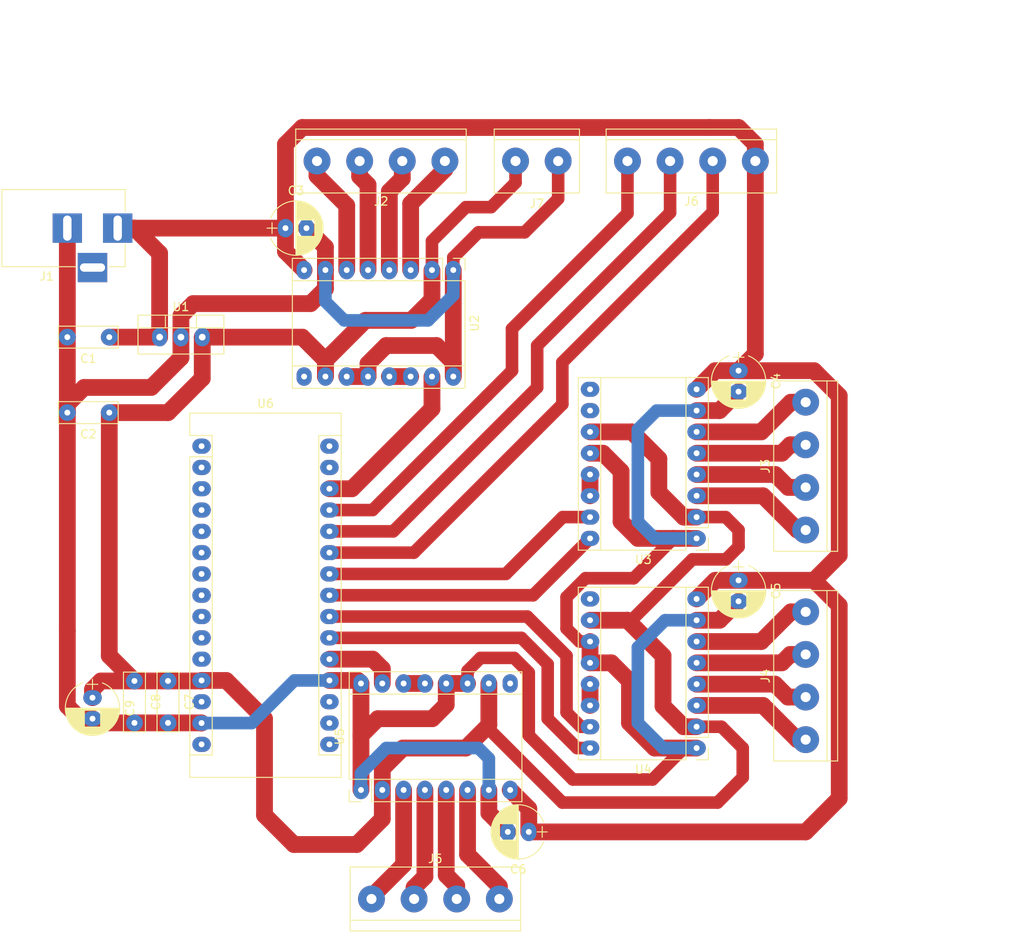
<source format=kicad_pcb>
(kicad_pcb (version 4) (host pcbnew 4.0.7)

  (general
    (links 84)
    (no_connects 0)
    (area 45.774999 31.3 172.564286 143.825)
    (thickness 1.6)
    (drawings 6)
    (tracks 285)
    (zones 0)
    (modules 22)
    (nets 57)
  )

  (page A4)
  (layers
    (0 F.Cu signal)
    (31 B.Cu signal hide)
    (32 B.Adhes user)
    (33 F.Adhes user)
    (34 B.Paste user hide)
    (35 F.Paste user)
    (36 B.SilkS user)
    (37 F.SilkS user hide)
    (38 B.Mask user)
    (39 F.Mask user)
    (40 Dwgs.User user)
    (41 Cmts.User user)
    (42 Eco1.User user)
    (43 Eco2.User user)
    (44 Edge.Cuts user)
    (45 Margin user)
    (46 B.CrtYd user)
    (47 F.CrtYd user)
    (48 B.Fab user)
    (49 F.Fab user)
  )

  (setup
    (last_trace_width 2)
    (user_trace_width 1.5)
    (user_trace_width 2)
    (trace_clearance 0.2)
    (zone_clearance 0.508)
    (zone_45_only no)
    (trace_min 1.5)
    (segment_width 0.2)
    (edge_width 0.15)
    (via_size 0.6)
    (via_drill 0.4)
    (via_min_size 0.4)
    (via_min_drill 0.3)
    (uvia_size 0.3)
    (uvia_drill 0.1)
    (uvias_allowed no)
    (uvia_min_size 0.2)
    (uvia_min_drill 0.1)
    (pcb_text_width 0.3)
    (pcb_text_size 1.5 1.5)
    (mod_edge_width 0.15)
    (mod_text_size 1 1)
    (mod_text_width 0.15)
    (pad_size 3.2 3.2)
    (pad_drill 1.2)
    (pad_to_mask_clearance 0.2)
    (aux_axis_origin 0 0)
    (visible_elements 7FFFFFFF)
    (pcbplotparams
      (layerselection 0x00030_80000001)
      (usegerberextensions false)
      (excludeedgelayer true)
      (linewidth 0.100000)
      (plotframeref false)
      (viasonmask false)
      (mode 1)
      (useauxorigin false)
      (hpglpennumber 1)
      (hpglpenspeed 20)
      (hpglpendiameter 15)
      (hpglpenoverlay 2)
      (psnegative false)
      (psa4output false)
      (plotreference true)
      (plotvalue true)
      (plotinvisibletext false)
      (padsonsilk false)
      (subtractmaskfromsilk false)
      (outputformat 1)
      (mirror false)
      (drillshape 1)
      (scaleselection 1)
      (outputdirectory placa))
  )

  (net 0 "")
  (net 1 VMM)
  (net 2 GND)
  (net 3 VDD)
  (net 4 "Net-(J1-Pad3)")
  (net 5 "Net-(J2-Pad2)")
  (net 6 "Net-(J2-Pad3)")
  (net 7 "Net-(J2-Pad1)")
  (net 8 "Net-(J2-Pad4)")
  (net 9 "Net-(J3-Pad2)")
  (net 10 "Net-(J3-Pad3)")
  (net 11 "Net-(J3-Pad1)")
  (net 12 "Net-(J3-Pad4)")
  (net 13 "Net-(J4-Pad2)")
  (net 14 "Net-(J4-Pad3)")
  (net 15 "Net-(J4-Pad1)")
  (net 16 "Net-(J4-Pad4)")
  (net 17 "Net-(J5-Pad2)")
  (net 18 "Net-(J5-Pad3)")
  (net 19 "Net-(J5-Pad1)")
  (net 20 "Net-(J5-Pad4)")
  (net 21 "Net-(U2-Pad13)")
  (net 22 "Net-(U2-Pad15)")
  (net 23 "Net-(U3-Pad13)")
  (net 24 "Net-(U3-Pad15)")
  (net 25 "Net-(U3-Pad16)")
  (net 26 "Net-(U4-Pad13)")
  (net 27 "Net-(U4-Pad15)")
  (net 28 "Net-(U5-Pad13)")
  (net 29 "Net-(U5-Pad15)")
  (net 30 "Net-(U6-Pad1)")
  (net 31 "Net-(U6-Pad17)")
  (net 32 "Net-(U6-Pad2)")
  (net 33 "Net-(U6-Pad18)")
  (net 34 "Net-(U6-Pad3)")
  (net 35 "Net-(U6-Pad4)")
  (net 36 "Net-(U6-Pad5)")
  (net 37 "Net-(U6-Pad6)")
  (net 38 "Net-(U6-Pad7)")
  (net 39 "Net-(U6-Pad8)")
  (net 40 "Net-(U6-Pad9)")
  (net 41 "Net-(U6-Pad10)")
  (net 42 "Net-(U6-Pad11)")
  (net 43 "Net-(U6-Pad13)")
  (net 44 "Net-(U6-Pad29)")
  (net 45 "Net-(U6-Pad30)")
  (net 46 "Net-(U6-Pad15)")
  (net 47 "Net-(U6-Pad16)")
  (net 48 "Net-(J6-Pad2)")
  (net 49 "Net-(J6-Pad3)")
  (net 50 "Net-(J6-Pad4)")
  (net 51 "Net-(U2-Pad9)")
  (net 52 "Net-(U3-Pad9)")
  (net 53 "Net-(U4-Pad9)")
  (net 54 "Net-(U5-Pad9)")
  (net 55 "Net-(U4-Pad16)")
  (net 56 "Net-(U3-Pad10)")

  (net_class Default "This is the default net class."
    (clearance 0.2)
    (trace_width 1.5)
    (via_dia 0.6)
    (via_drill 0.4)
    (uvia_dia 0.3)
    (uvia_drill 0.1)
    (add_net GND)
    (add_net "Net-(J1-Pad3)")
    (add_net "Net-(J2-Pad1)")
    (add_net "Net-(J2-Pad2)")
    (add_net "Net-(J2-Pad3)")
    (add_net "Net-(J2-Pad4)")
    (add_net "Net-(J3-Pad1)")
    (add_net "Net-(J3-Pad2)")
    (add_net "Net-(J3-Pad3)")
    (add_net "Net-(J3-Pad4)")
    (add_net "Net-(J4-Pad1)")
    (add_net "Net-(J4-Pad2)")
    (add_net "Net-(J4-Pad3)")
    (add_net "Net-(J4-Pad4)")
    (add_net "Net-(J5-Pad1)")
    (add_net "Net-(J5-Pad2)")
    (add_net "Net-(J5-Pad3)")
    (add_net "Net-(J5-Pad4)")
    (add_net "Net-(J6-Pad2)")
    (add_net "Net-(J6-Pad3)")
    (add_net "Net-(J6-Pad4)")
    (add_net "Net-(U2-Pad13)")
    (add_net "Net-(U2-Pad15)")
    (add_net "Net-(U2-Pad9)")
    (add_net "Net-(U3-Pad10)")
    (add_net "Net-(U3-Pad13)")
    (add_net "Net-(U3-Pad15)")
    (add_net "Net-(U3-Pad16)")
    (add_net "Net-(U3-Pad9)")
    (add_net "Net-(U4-Pad13)")
    (add_net "Net-(U4-Pad15)")
    (add_net "Net-(U4-Pad16)")
    (add_net "Net-(U4-Pad9)")
    (add_net "Net-(U5-Pad13)")
    (add_net "Net-(U5-Pad15)")
    (add_net "Net-(U5-Pad9)")
    (add_net "Net-(U6-Pad1)")
    (add_net "Net-(U6-Pad10)")
    (add_net "Net-(U6-Pad11)")
    (add_net "Net-(U6-Pad13)")
    (add_net "Net-(U6-Pad15)")
    (add_net "Net-(U6-Pad16)")
    (add_net "Net-(U6-Pad17)")
    (add_net "Net-(U6-Pad18)")
    (add_net "Net-(U6-Pad2)")
    (add_net "Net-(U6-Pad29)")
    (add_net "Net-(U6-Pad3)")
    (add_net "Net-(U6-Pad30)")
    (add_net "Net-(U6-Pad4)")
    (add_net "Net-(U6-Pad5)")
    (add_net "Net-(U6-Pad6)")
    (add_net "Net-(U6-Pad7)")
    (add_net "Net-(U6-Pad8)")
    (add_net "Net-(U6-Pad9)")
    (add_net VDD)
    (add_net VMM)
  )

  (module Capacitors_THT:CP_Radial_D6.3mm_P2.50mm (layer F.Cu) (tedit 5C09187F) (tstamp 5BFD3E7F)
    (at 109 130 180)
    (descr "CP, Radial series, Radial, pin pitch=2.50mm, , diameter=6.3mm, Electrolytic Capacitor")
    (tags "CP Radial series Radial pin pitch 2.50mm  diameter 6.3mm Electrolytic Capacitor")
    (path /5BF880BD)
    (fp_text reference C6 (at 1.25 -4.46 180) (layer F.SilkS)
      (effects (font (size 1 1) (thickness 0.15)))
    )
    (fp_text value 100u (at 1.25 4.46 180) (layer F.Fab)
      (effects (font (size 1 1) (thickness 0.15)))
    )
    (fp_arc (start 1.25 0) (end -1.767482 -1.18) (angle 137.3) (layer F.SilkS) (width 0.12))
    (fp_arc (start 1.25 0) (end -1.767482 1.18) (angle -137.3) (layer F.SilkS) (width 0.12))
    (fp_arc (start 1.25 0) (end 4.267482 -1.18) (angle 42.7) (layer F.SilkS) (width 0.12))
    (fp_circle (center 1.25 0) (end 4.4 0) (layer F.Fab) (width 0.1))
    (fp_line (start -2.2 0) (end -1 0) (layer F.Fab) (width 0.1))
    (fp_line (start -1.6 -0.65) (end -1.6 0.65) (layer F.Fab) (width 0.1))
    (fp_line (start 1.25 -3.2) (end 1.25 3.2) (layer F.SilkS) (width 0.12))
    (fp_line (start 1.29 -3.2) (end 1.29 3.2) (layer F.SilkS) (width 0.12))
    (fp_line (start 1.33 -3.2) (end 1.33 3.2) (layer F.SilkS) (width 0.12))
    (fp_line (start 1.37 -3.198) (end 1.37 3.198) (layer F.SilkS) (width 0.12))
    (fp_line (start 1.41 -3.197) (end 1.41 3.197) (layer F.SilkS) (width 0.12))
    (fp_line (start 1.45 -3.194) (end 1.45 3.194) (layer F.SilkS) (width 0.12))
    (fp_line (start 1.49 -3.192) (end 1.49 3.192) (layer F.SilkS) (width 0.12))
    (fp_line (start 1.53 -3.188) (end 1.53 -0.98) (layer F.SilkS) (width 0.12))
    (fp_line (start 1.53 0.98) (end 1.53 3.188) (layer F.SilkS) (width 0.12))
    (fp_line (start 1.57 -3.185) (end 1.57 -0.98) (layer F.SilkS) (width 0.12))
    (fp_line (start 1.57 0.98) (end 1.57 3.185) (layer F.SilkS) (width 0.12))
    (fp_line (start 1.61 -3.18) (end 1.61 -0.98) (layer F.SilkS) (width 0.12))
    (fp_line (start 1.61 0.98) (end 1.61 3.18) (layer F.SilkS) (width 0.12))
    (fp_line (start 1.65 -3.176) (end 1.65 -0.98) (layer F.SilkS) (width 0.12))
    (fp_line (start 1.65 0.98) (end 1.65 3.176) (layer F.SilkS) (width 0.12))
    (fp_line (start 1.69 -3.17) (end 1.69 -0.98) (layer F.SilkS) (width 0.12))
    (fp_line (start 1.69 0.98) (end 1.69 3.17) (layer F.SilkS) (width 0.12))
    (fp_line (start 1.73 -3.165) (end 1.73 -0.98) (layer F.SilkS) (width 0.12))
    (fp_line (start 1.73 0.98) (end 1.73 3.165) (layer F.SilkS) (width 0.12))
    (fp_line (start 1.77 -3.158) (end 1.77 -0.98) (layer F.SilkS) (width 0.12))
    (fp_line (start 1.77 0.98) (end 1.77 3.158) (layer F.SilkS) (width 0.12))
    (fp_line (start 1.81 -3.152) (end 1.81 -0.98) (layer F.SilkS) (width 0.12))
    (fp_line (start 1.81 0.98) (end 1.81 3.152) (layer F.SilkS) (width 0.12))
    (fp_line (start 1.85 -3.144) (end 1.85 -0.98) (layer F.SilkS) (width 0.12))
    (fp_line (start 1.85 0.98) (end 1.85 3.144) (layer F.SilkS) (width 0.12))
    (fp_line (start 1.89 -3.137) (end 1.89 -0.98) (layer F.SilkS) (width 0.12))
    (fp_line (start 1.89 0.98) (end 1.89 3.137) (layer F.SilkS) (width 0.12))
    (fp_line (start 1.93 -3.128) (end 1.93 -0.98) (layer F.SilkS) (width 0.12))
    (fp_line (start 1.93 0.98) (end 1.93 3.128) (layer F.SilkS) (width 0.12))
    (fp_line (start 1.971 -3.119) (end 1.971 -0.98) (layer F.SilkS) (width 0.12))
    (fp_line (start 1.971 0.98) (end 1.971 3.119) (layer F.SilkS) (width 0.12))
    (fp_line (start 2.011 -3.11) (end 2.011 -0.98) (layer F.SilkS) (width 0.12))
    (fp_line (start 2.011 0.98) (end 2.011 3.11) (layer F.SilkS) (width 0.12))
    (fp_line (start 2.051 -3.1) (end 2.051 -0.98) (layer F.SilkS) (width 0.12))
    (fp_line (start 2.051 0.98) (end 2.051 3.1) (layer F.SilkS) (width 0.12))
    (fp_line (start 2.091 -3.09) (end 2.091 -0.98) (layer F.SilkS) (width 0.12))
    (fp_line (start 2.091 0.98) (end 2.091 3.09) (layer F.SilkS) (width 0.12))
    (fp_line (start 2.131 -3.079) (end 2.131 -0.98) (layer F.SilkS) (width 0.12))
    (fp_line (start 2.131 0.98) (end 2.131 3.079) (layer F.SilkS) (width 0.12))
    (fp_line (start 2.171 -3.067) (end 2.171 -0.98) (layer F.SilkS) (width 0.12))
    (fp_line (start 2.171 0.98) (end 2.171 3.067) (layer F.SilkS) (width 0.12))
    (fp_line (start 2.211 -3.055) (end 2.211 -0.98) (layer F.SilkS) (width 0.12))
    (fp_line (start 2.211 0.98) (end 2.211 3.055) (layer F.SilkS) (width 0.12))
    (fp_line (start 2.251 -3.042) (end 2.251 -0.98) (layer F.SilkS) (width 0.12))
    (fp_line (start 2.251 0.98) (end 2.251 3.042) (layer F.SilkS) (width 0.12))
    (fp_line (start 2.291 -3.029) (end 2.291 -0.98) (layer F.SilkS) (width 0.12))
    (fp_line (start 2.291 0.98) (end 2.291 3.029) (layer F.SilkS) (width 0.12))
    (fp_line (start 2.331 -3.015) (end 2.331 -0.98) (layer F.SilkS) (width 0.12))
    (fp_line (start 2.331 0.98) (end 2.331 3.015) (layer F.SilkS) (width 0.12))
    (fp_line (start 2.371 -3.001) (end 2.371 -0.98) (layer F.SilkS) (width 0.12))
    (fp_line (start 2.371 0.98) (end 2.371 3.001) (layer F.SilkS) (width 0.12))
    (fp_line (start 2.411 -2.986) (end 2.411 -0.98) (layer F.SilkS) (width 0.12))
    (fp_line (start 2.411 0.98) (end 2.411 2.986) (layer F.SilkS) (width 0.12))
    (fp_line (start 2.451 -2.97) (end 2.451 -0.98) (layer F.SilkS) (width 0.12))
    (fp_line (start 2.451 0.98) (end 2.451 2.97) (layer F.SilkS) (width 0.12))
    (fp_line (start 2.491 -2.954) (end 2.491 -0.98) (layer F.SilkS) (width 0.12))
    (fp_line (start 2.491 0.98) (end 2.491 2.954) (layer F.SilkS) (width 0.12))
    (fp_line (start 2.531 -2.937) (end 2.531 -0.98) (layer F.SilkS) (width 0.12))
    (fp_line (start 2.531 0.98) (end 2.531 2.937) (layer F.SilkS) (width 0.12))
    (fp_line (start 2.571 -2.919) (end 2.571 -0.98) (layer F.SilkS) (width 0.12))
    (fp_line (start 2.571 0.98) (end 2.571 2.919) (layer F.SilkS) (width 0.12))
    (fp_line (start 2.611 -2.901) (end 2.611 -0.98) (layer F.SilkS) (width 0.12))
    (fp_line (start 2.611 0.98) (end 2.611 2.901) (layer F.SilkS) (width 0.12))
    (fp_line (start 2.651 -2.882) (end 2.651 -0.98) (layer F.SilkS) (width 0.12))
    (fp_line (start 2.651 0.98) (end 2.651 2.882) (layer F.SilkS) (width 0.12))
    (fp_line (start 2.691 -2.863) (end 2.691 -0.98) (layer F.SilkS) (width 0.12))
    (fp_line (start 2.691 0.98) (end 2.691 2.863) (layer F.SilkS) (width 0.12))
    (fp_line (start 2.731 -2.843) (end 2.731 -0.98) (layer F.SilkS) (width 0.12))
    (fp_line (start 2.731 0.98) (end 2.731 2.843) (layer F.SilkS) (width 0.12))
    (fp_line (start 2.771 -2.822) (end 2.771 -0.98) (layer F.SilkS) (width 0.12))
    (fp_line (start 2.771 0.98) (end 2.771 2.822) (layer F.SilkS) (width 0.12))
    (fp_line (start 2.811 -2.8) (end 2.811 -0.98) (layer F.SilkS) (width 0.12))
    (fp_line (start 2.811 0.98) (end 2.811 2.8) (layer F.SilkS) (width 0.12))
    (fp_line (start 2.851 -2.778) (end 2.851 -0.98) (layer F.SilkS) (width 0.12))
    (fp_line (start 2.851 0.98) (end 2.851 2.778) (layer F.SilkS) (width 0.12))
    (fp_line (start 2.891 -2.755) (end 2.891 -0.98) (layer F.SilkS) (width 0.12))
    (fp_line (start 2.891 0.98) (end 2.891 2.755) (layer F.SilkS) (width 0.12))
    (fp_line (start 2.931 -2.731) (end 2.931 -0.98) (layer F.SilkS) (width 0.12))
    (fp_line (start 2.931 0.98) (end 2.931 2.731) (layer F.SilkS) (width 0.12))
    (fp_line (start 2.971 -2.706) (end 2.971 -0.98) (layer F.SilkS) (width 0.12))
    (fp_line (start 2.971 0.98) (end 2.971 2.706) (layer F.SilkS) (width 0.12))
    (fp_line (start 3.011 -2.681) (end 3.011 -0.98) (layer F.SilkS) (width 0.12))
    (fp_line (start 3.011 0.98) (end 3.011 2.681) (layer F.SilkS) (width 0.12))
    (fp_line (start 3.051 -2.654) (end 3.051 -0.98) (layer F.SilkS) (width 0.12))
    (fp_line (start 3.051 0.98) (end 3.051 2.654) (layer F.SilkS) (width 0.12))
    (fp_line (start 3.091 -2.627) (end 3.091 -0.98) (layer F.SilkS) (width 0.12))
    (fp_line (start 3.091 0.98) (end 3.091 2.627) (layer F.SilkS) (width 0.12))
    (fp_line (start 3.131 -2.599) (end 3.131 -0.98) (layer F.SilkS) (width 0.12))
    (fp_line (start 3.131 0.98) (end 3.131 2.599) (layer F.SilkS) (width 0.12))
    (fp_line (start 3.171 -2.57) (end 3.171 -0.98) (layer F.SilkS) (width 0.12))
    (fp_line (start 3.171 0.98) (end 3.171 2.57) (layer F.SilkS) (width 0.12))
    (fp_line (start 3.211 -2.54) (end 3.211 -0.98) (layer F.SilkS) (width 0.12))
    (fp_line (start 3.211 0.98) (end 3.211 2.54) (layer F.SilkS) (width 0.12))
    (fp_line (start 3.251 -2.51) (end 3.251 -0.98) (layer F.SilkS) (width 0.12))
    (fp_line (start 3.251 0.98) (end 3.251 2.51) (layer F.SilkS) (width 0.12))
    (fp_line (start 3.291 -2.478) (end 3.291 -0.98) (layer F.SilkS) (width 0.12))
    (fp_line (start 3.291 0.98) (end 3.291 2.478) (layer F.SilkS) (width 0.12))
    (fp_line (start 3.331 -2.445) (end 3.331 -0.98) (layer F.SilkS) (width 0.12))
    (fp_line (start 3.331 0.98) (end 3.331 2.445) (layer F.SilkS) (width 0.12))
    (fp_line (start 3.371 -2.411) (end 3.371 -0.98) (layer F.SilkS) (width 0.12))
    (fp_line (start 3.371 0.98) (end 3.371 2.411) (layer F.SilkS) (width 0.12))
    (fp_line (start 3.411 -2.375) (end 3.411 -0.98) (layer F.SilkS) (width 0.12))
    (fp_line (start 3.411 0.98) (end 3.411 2.375) (layer F.SilkS) (width 0.12))
    (fp_line (start 3.451 -2.339) (end 3.451 -0.98) (layer F.SilkS) (width 0.12))
    (fp_line (start 3.451 0.98) (end 3.451 2.339) (layer F.SilkS) (width 0.12))
    (fp_line (start 3.491 -2.301) (end 3.491 2.301) (layer F.SilkS) (width 0.12))
    (fp_line (start 3.531 -2.262) (end 3.531 2.262) (layer F.SilkS) (width 0.12))
    (fp_line (start 3.571 -2.222) (end 3.571 2.222) (layer F.SilkS) (width 0.12))
    (fp_line (start 3.611 -2.18) (end 3.611 2.18) (layer F.SilkS) (width 0.12))
    (fp_line (start 3.651 -2.137) (end 3.651 2.137) (layer F.SilkS) (width 0.12))
    (fp_line (start 3.691 -2.092) (end 3.691 2.092) (layer F.SilkS) (width 0.12))
    (fp_line (start 3.731 -2.045) (end 3.731 2.045) (layer F.SilkS) (width 0.12))
    (fp_line (start 3.771 -1.997) (end 3.771 1.997) (layer F.SilkS) (width 0.12))
    (fp_line (start 3.811 -1.946) (end 3.811 1.946) (layer F.SilkS) (width 0.12))
    (fp_line (start 3.851 -1.894) (end 3.851 1.894) (layer F.SilkS) (width 0.12))
    (fp_line (start 3.891 -1.839) (end 3.891 1.839) (layer F.SilkS) (width 0.12))
    (fp_line (start 3.931 -1.781) (end 3.931 1.781) (layer F.SilkS) (width 0.12))
    (fp_line (start 3.971 -1.721) (end 3.971 1.721) (layer F.SilkS) (width 0.12))
    (fp_line (start 4.011 -1.658) (end 4.011 1.658) (layer F.SilkS) (width 0.12))
    (fp_line (start 4.051 -1.591) (end 4.051 1.591) (layer F.SilkS) (width 0.12))
    (fp_line (start 4.091 -1.52) (end 4.091 1.52) (layer F.SilkS) (width 0.12))
    (fp_line (start 4.131 -1.445) (end 4.131 1.445) (layer F.SilkS) (width 0.12))
    (fp_line (start 4.171 -1.364) (end 4.171 1.364) (layer F.SilkS) (width 0.12))
    (fp_line (start 4.211 -1.278) (end 4.211 1.278) (layer F.SilkS) (width 0.12))
    (fp_line (start 4.251 -1.184) (end 4.251 1.184) (layer F.SilkS) (width 0.12))
    (fp_line (start 4.291 -1.081) (end 4.291 1.081) (layer F.SilkS) (width 0.12))
    (fp_line (start 4.331 -0.966) (end 4.331 0.966) (layer F.SilkS) (width 0.12))
    (fp_line (start 4.371 -0.834) (end 4.371 0.834) (layer F.SilkS) (width 0.12))
    (fp_line (start 4.411 -0.676) (end 4.411 0.676) (layer F.SilkS) (width 0.12))
    (fp_line (start 4.451 -0.468) (end 4.451 0.468) (layer F.SilkS) (width 0.12))
    (fp_line (start -2.2 0) (end -1 0) (layer F.SilkS) (width 0.12))
    (fp_line (start -1.6 -0.65) (end -1.6 0.65) (layer F.SilkS) (width 0.12))
    (fp_line (start -2.25 -3.5) (end -2.25 3.5) (layer F.CrtYd) (width 0.05))
    (fp_line (start -2.25 3.5) (end 4.75 3.5) (layer F.CrtYd) (width 0.05))
    (fp_line (start 4.75 3.5) (end 4.75 -3.5) (layer F.CrtYd) (width 0.05))
    (fp_line (start 4.75 -3.5) (end -2.25 -3.5) (layer F.CrtYd) (width 0.05))
    (fp_text user %R (at 1.25 0 180) (layer F.Fab)
      (effects (font (size 1 1) (thickness 0.15)))
    )
    (pad 1 thru_hole oval (at 0 0 180) (size 1.8 2.2) (drill 0.7) (layers *.Cu *.Mask)
      (net 1 VMM))
    (pad 2 thru_hole oval (at 2.5 0 180) (size 1.8 2.2) (drill 0.7) (layers *.Cu *.Mask)
      (net 2 GND))
    (model ${KISYS3DMOD}/Capacitors_THT.3dshapes/CP_Radial_D6.3mm_P2.50mm.wrl
      (at (xyz 0 0 0))
      (scale (xyz 1 1 1))
      (rotate (xyz 0 0 0))
    )
  )

  (module Connectors:BARREL_JACK (layer F.Cu) (tedit 5861378E) (tstamp 5BFD3469)
    (at 60 58)
    (descr "DC Barrel Jack")
    (tags "Power Jack")
    (path /5BF7F91F)
    (fp_text reference J1 (at -8.45 5.75 180) (layer F.SilkS)
      (effects (font (size 1 1) (thickness 0.15)))
    )
    (fp_text value Barrel_Jack (at -6.2 -5.5) (layer F.Fab)
      (effects (font (size 1 1) (thickness 0.15)))
    )
    (fp_line (start 1 -4.5) (end 1 -4.75) (layer F.CrtYd) (width 0.05))
    (fp_line (start 1 -4.75) (end -14 -4.75) (layer F.CrtYd) (width 0.05))
    (fp_line (start 1 -4.5) (end 1 -2) (layer F.CrtYd) (width 0.05))
    (fp_line (start 1 -2) (end 2 -2) (layer F.CrtYd) (width 0.05))
    (fp_line (start 2 -2) (end 2 2) (layer F.CrtYd) (width 0.05))
    (fp_line (start 2 2) (end 1 2) (layer F.CrtYd) (width 0.05))
    (fp_line (start 1 2) (end 1 4.75) (layer F.CrtYd) (width 0.05))
    (fp_line (start 1 4.75) (end -1 4.75) (layer F.CrtYd) (width 0.05))
    (fp_line (start -1 4.75) (end -1 6.75) (layer F.CrtYd) (width 0.05))
    (fp_line (start -1 6.75) (end -5 6.75) (layer F.CrtYd) (width 0.05))
    (fp_line (start -5 6.75) (end -5 4.75) (layer F.CrtYd) (width 0.05))
    (fp_line (start -5 4.75) (end -14 4.75) (layer F.CrtYd) (width 0.05))
    (fp_line (start -14 4.75) (end -14 -4.75) (layer F.CrtYd) (width 0.05))
    (fp_line (start -5 4.6) (end -13.8 4.6) (layer F.SilkS) (width 0.12))
    (fp_line (start -13.8 4.6) (end -13.8 -4.6) (layer F.SilkS) (width 0.12))
    (fp_line (start 0.9 1.9) (end 0.9 4.6) (layer F.SilkS) (width 0.12))
    (fp_line (start 0.9 4.6) (end -1 4.6) (layer F.SilkS) (width 0.12))
    (fp_line (start -13.8 -4.6) (end 0.9 -4.6) (layer F.SilkS) (width 0.12))
    (fp_line (start 0.9 -4.6) (end 0.9 -2) (layer F.SilkS) (width 0.12))
    (fp_line (start -10.2 -4.5) (end -10.2 4.5) (layer F.Fab) (width 0.1))
    (fp_line (start -13.7 -4.5) (end -13.7 4.5) (layer F.Fab) (width 0.1))
    (fp_line (start -13.7 4.5) (end 0.8 4.5) (layer F.Fab) (width 0.1))
    (fp_line (start 0.8 4.5) (end 0.8 -4.5) (layer F.Fab) (width 0.1))
    (fp_line (start 0.8 -4.5) (end -13.7 -4.5) (layer F.Fab) (width 0.1))
    (pad 1 thru_hole rect (at 0 0) (size 3.5 3.5) (drill oval 1 3) (layers *.Cu *.Mask)
      (net 1 VMM))
    (pad 2 thru_hole rect (at -6 0) (size 3.5 3.5) (drill oval 1 3) (layers *.Cu *.Mask)
      (net 2 GND))
    (pad 3 thru_hole rect (at -3 4.7) (size 3.5 3.5) (drill oval 3 1) (layers *.Cu *.Mask)
      (net 4 "Net-(J1-Pad3)"))
  )

  (module Connectors_Terminal_Blocks:TerminalBlock_bornier-4_P5.08mm (layer F.Cu) (tedit 5C09193A) (tstamp 5BFD3471)
    (at 99 50 180)
    (descr "simple 4-pin terminal block, pitch 5.08mm, revamped version of bornier4")
    (tags "terminal block bornier4")
    (path /5BF7F866)
    (fp_text reference J2 (at 7.6 -4.8 180) (layer F.SilkS)
      (effects (font (size 1 1) (thickness 0.15)))
    )
    (fp_text value Conn_01x04_Female (at 7.6 4.75 180) (layer F.Fab)
      (effects (font (size 1 1) (thickness 0.15)))
    )
    (fp_text user %R (at 7.62 0 180) (layer F.Fab)
      (effects (font (size 1 1) (thickness 0.15)))
    )
    (fp_line (start -2.48 2.55) (end 17.72 2.55) (layer F.Fab) (width 0.1))
    (fp_line (start -2.43 3.75) (end -2.48 3.75) (layer F.Fab) (width 0.1))
    (fp_line (start -2.48 3.75) (end -2.48 -3.75) (layer F.Fab) (width 0.1))
    (fp_line (start -2.48 -3.75) (end 17.72 -3.75) (layer F.Fab) (width 0.1))
    (fp_line (start 17.72 -3.75) (end 17.72 3.75) (layer F.Fab) (width 0.1))
    (fp_line (start 17.72 3.75) (end -2.43 3.75) (layer F.Fab) (width 0.1))
    (fp_line (start -2.54 -3.81) (end -2.54 3.81) (layer F.SilkS) (width 0.12))
    (fp_line (start 17.78 3.81) (end 17.78 -3.81) (layer F.SilkS) (width 0.12))
    (fp_line (start 17.78 2.54) (end -2.54 2.54) (layer F.SilkS) (width 0.12))
    (fp_line (start -2.54 -3.81) (end 17.78 -3.81) (layer F.SilkS) (width 0.12))
    (fp_line (start -2.54 3.81) (end 17.78 3.81) (layer F.SilkS) (width 0.12))
    (fp_line (start -2.73 -4) (end 17.97 -4) (layer F.CrtYd) (width 0.05))
    (fp_line (start -2.73 -4) (end -2.73 4) (layer F.CrtYd) (width 0.05))
    (fp_line (start 17.97 4) (end 17.97 -4) (layer F.CrtYd) (width 0.05))
    (fp_line (start 17.97 4) (end -2.73 4) (layer F.CrtYd) (width 0.05))
    (pad 2 thru_hole circle (at 5.08 0 180) (size 3.2 3.2) (drill 1.2) (layers *.Cu *.Mask)
      (net 5 "Net-(J2-Pad2)"))
    (pad 3 thru_hole circle (at 10.16 0 180) (size 3.2 3.2) (drill 1.2) (layers *.Cu *.Mask)
      (net 6 "Net-(J2-Pad3)"))
    (pad 1 thru_hole circle (at 0 0 180) (size 3.2 3.2) (drill 1.2) (layers *.Cu *.Mask)
      (net 7 "Net-(J2-Pad1)"))
    (pad 4 thru_hole circle (at 15.24 0 180) (size 3.2 3.2) (drill 1.2) (layers *.Cu *.Mask)
      (net 8 "Net-(J2-Pad4)"))
    (model ${KISYS3DMOD}/Terminal_Blocks.3dshapes/TerminalBlock_bornier-4_P5.08mm.wrl
      (at (xyz 0.3 0 0))
      (scale (xyz 1 1 1))
      (rotate (xyz 0 0 0))
    )
  )

  (module Connectors_Terminal_Blocks:TerminalBlock_bornier-4_P5.08mm (layer F.Cu) (tedit 5C09190B) (tstamp 5BFD3479)
    (at 142 94 90)
    (descr "simple 4-pin terminal block, pitch 5.08mm, revamped version of bornier4")
    (tags "terminal block bornier4")
    (path /5BF87E08)
    (fp_text reference J3 (at 7.6 -4.8 90) (layer F.SilkS)
      (effects (font (size 1 1) (thickness 0.15)))
    )
    (fp_text value Conn_01x04_Female (at 7.6 4.75 90) (layer F.Fab)
      (effects (font (size 1 1) (thickness 0.15)))
    )
    (fp_text user %R (at 7.62 0 90) (layer F.Fab)
      (effects (font (size 1 1) (thickness 0.15)))
    )
    (fp_line (start -2.48 2.55) (end 17.72 2.55) (layer F.Fab) (width 0.1))
    (fp_line (start -2.43 3.75) (end -2.48 3.75) (layer F.Fab) (width 0.1))
    (fp_line (start -2.48 3.75) (end -2.48 -3.75) (layer F.Fab) (width 0.1))
    (fp_line (start -2.48 -3.75) (end 17.72 -3.75) (layer F.Fab) (width 0.1))
    (fp_line (start 17.72 -3.75) (end 17.72 3.75) (layer F.Fab) (width 0.1))
    (fp_line (start 17.72 3.75) (end -2.43 3.75) (layer F.Fab) (width 0.1))
    (fp_line (start -2.54 -3.81) (end -2.54 3.81) (layer F.SilkS) (width 0.12))
    (fp_line (start 17.78 3.81) (end 17.78 -3.81) (layer F.SilkS) (width 0.12))
    (fp_line (start 17.78 2.54) (end -2.54 2.54) (layer F.SilkS) (width 0.12))
    (fp_line (start -2.54 -3.81) (end 17.78 -3.81) (layer F.SilkS) (width 0.12))
    (fp_line (start -2.54 3.81) (end 17.78 3.81) (layer F.SilkS) (width 0.12))
    (fp_line (start -2.73 -4) (end 17.97 -4) (layer F.CrtYd) (width 0.05))
    (fp_line (start -2.73 -4) (end -2.73 4) (layer F.CrtYd) (width 0.05))
    (fp_line (start 17.97 4) (end 17.97 -4) (layer F.CrtYd) (width 0.05))
    (fp_line (start 17.97 4) (end -2.73 4) (layer F.CrtYd) (width 0.05))
    (pad 2 thru_hole circle (at 5.08 0 90) (size 3.2 3.2) (drill 1.2) (layers *.Cu *.Mask)
      (net 9 "Net-(J3-Pad2)"))
    (pad 3 thru_hole circle (at 10.16 0 90) (size 3.2 3.2) (drill 1.2) (layers *.Cu *.Mask)
      (net 10 "Net-(J3-Pad3)"))
    (pad 1 thru_hole circle (at 0 0 90) (size 3.2 3.2) (drill 1.2) (layers *.Cu *.Mask)
      (net 11 "Net-(J3-Pad1)"))
    (pad 4 thru_hole circle (at 15.24 0 90) (size 3.2 3.2) (drill 1.2) (layers *.Cu *.Mask)
      (net 12 "Net-(J3-Pad4)"))
    (model ${KISYS3DMOD}/Terminal_Blocks.3dshapes/TerminalBlock_bornier-4_P5.08mm.wrl
      (at (xyz 0.3 0 0))
      (scale (xyz 1 1 1))
      (rotate (xyz 0 0 0))
    )
  )

  (module Connectors_Terminal_Blocks:TerminalBlock_bornier-4_P5.08mm (layer F.Cu) (tedit 5C09191A) (tstamp 5BFD3481)
    (at 142 119 90)
    (descr "simple 4-pin terminal block, pitch 5.08mm, revamped version of bornier4")
    (tags "terminal block bornier4")
    (path /5BF88083)
    (fp_text reference J4 (at 7.6 -4.8 90) (layer F.SilkS)
      (effects (font (size 1 1) (thickness 0.15)))
    )
    (fp_text value Conn_01x04_Female (at 7.6 4.75 90) (layer F.Fab)
      (effects (font (size 1 1) (thickness 0.15)))
    )
    (fp_text user %R (at 7.62 0 90) (layer F.Fab)
      (effects (font (size 1 1) (thickness 0.15)))
    )
    (fp_line (start -2.48 2.55) (end 17.72 2.55) (layer F.Fab) (width 0.1))
    (fp_line (start -2.43 3.75) (end -2.48 3.75) (layer F.Fab) (width 0.1))
    (fp_line (start -2.48 3.75) (end -2.48 -3.75) (layer F.Fab) (width 0.1))
    (fp_line (start -2.48 -3.75) (end 17.72 -3.75) (layer F.Fab) (width 0.1))
    (fp_line (start 17.72 -3.75) (end 17.72 3.75) (layer F.Fab) (width 0.1))
    (fp_line (start 17.72 3.75) (end -2.43 3.75) (layer F.Fab) (width 0.1))
    (fp_line (start -2.54 -3.81) (end -2.54 3.81) (layer F.SilkS) (width 0.12))
    (fp_line (start 17.78 3.81) (end 17.78 -3.81) (layer F.SilkS) (width 0.12))
    (fp_line (start 17.78 2.54) (end -2.54 2.54) (layer F.SilkS) (width 0.12))
    (fp_line (start -2.54 -3.81) (end 17.78 -3.81) (layer F.SilkS) (width 0.12))
    (fp_line (start -2.54 3.81) (end 17.78 3.81) (layer F.SilkS) (width 0.12))
    (fp_line (start -2.73 -4) (end 17.97 -4) (layer F.CrtYd) (width 0.05))
    (fp_line (start -2.73 -4) (end -2.73 4) (layer F.CrtYd) (width 0.05))
    (fp_line (start 17.97 4) (end 17.97 -4) (layer F.CrtYd) (width 0.05))
    (fp_line (start 17.97 4) (end -2.73 4) (layer F.CrtYd) (width 0.05))
    (pad 2 thru_hole circle (at 5.08 0 90) (size 3.2 3.2) (drill 1.2) (layers *.Cu *.Mask)
      (net 13 "Net-(J4-Pad2)"))
    (pad 3 thru_hole circle (at 10.16 0 90) (size 3.2 3.2) (drill 1.2) (layers *.Cu *.Mask)
      (net 14 "Net-(J4-Pad3)"))
    (pad 1 thru_hole circle (at 0 0 90) (size 3.2 3.2) (drill 1.2) (layers *.Cu *.Mask)
      (net 15 "Net-(J4-Pad1)"))
    (pad 4 thru_hole circle (at 15.24 0 90) (size 3.2 3.2) (drill 1.2) (layers *.Cu *.Mask)
      (net 16 "Net-(J4-Pad4)"))
    (model ${KISYS3DMOD}/Terminal_Blocks.3dshapes/TerminalBlock_bornier-4_P5.08mm.wrl
      (at (xyz 0.3 0 0))
      (scale (xyz 1 1 1))
      (rotate (xyz 0 0 0))
    )
  )

  (module Connectors_Terminal_Blocks:TerminalBlock_bornier-4_P5.08mm (layer F.Cu) (tedit 5C09192A) (tstamp 5BFD3489)
    (at 90.25 138)
    (descr "simple 4-pin terminal block, pitch 5.08mm, revamped version of bornier4")
    (tags "terminal block bornier4")
    (path /5BF880C8)
    (fp_text reference J5 (at 7.6 -4.8) (layer F.SilkS)
      (effects (font (size 1 1) (thickness 0.15)))
    )
    (fp_text value Conn_01x04_Female (at 7.6 4.75) (layer F.Fab)
      (effects (font (size 1 1) (thickness 0.15)))
    )
    (fp_text user %R (at 7.62 0) (layer F.Fab)
      (effects (font (size 1 1) (thickness 0.15)))
    )
    (fp_line (start -2.48 2.55) (end 17.72 2.55) (layer F.Fab) (width 0.1))
    (fp_line (start -2.43 3.75) (end -2.48 3.75) (layer F.Fab) (width 0.1))
    (fp_line (start -2.48 3.75) (end -2.48 -3.75) (layer F.Fab) (width 0.1))
    (fp_line (start -2.48 -3.75) (end 17.72 -3.75) (layer F.Fab) (width 0.1))
    (fp_line (start 17.72 -3.75) (end 17.72 3.75) (layer F.Fab) (width 0.1))
    (fp_line (start 17.72 3.75) (end -2.43 3.75) (layer F.Fab) (width 0.1))
    (fp_line (start -2.54 -3.81) (end -2.54 3.81) (layer F.SilkS) (width 0.12))
    (fp_line (start 17.78 3.81) (end 17.78 -3.81) (layer F.SilkS) (width 0.12))
    (fp_line (start 17.78 2.54) (end -2.54 2.54) (layer F.SilkS) (width 0.12))
    (fp_line (start -2.54 -3.81) (end 17.78 -3.81) (layer F.SilkS) (width 0.12))
    (fp_line (start -2.54 3.81) (end 17.78 3.81) (layer F.SilkS) (width 0.12))
    (fp_line (start -2.73 -4) (end 17.97 -4) (layer F.CrtYd) (width 0.05))
    (fp_line (start -2.73 -4) (end -2.73 4) (layer F.CrtYd) (width 0.05))
    (fp_line (start 17.97 4) (end 17.97 -4) (layer F.CrtYd) (width 0.05))
    (fp_line (start 17.97 4) (end -2.73 4) (layer F.CrtYd) (width 0.05))
    (pad 2 thru_hole circle (at 5.08 0) (size 3.2 3.2) (drill 1.2) (layers *.Cu *.Mask)
      (net 17 "Net-(J5-Pad2)"))
    (pad 3 thru_hole circle (at 10.16 0) (size 3.2 3.2) (drill 1.2) (layers *.Cu *.Mask)
      (net 18 "Net-(J5-Pad3)"))
    (pad 1 thru_hole circle (at 0 0) (size 3.2 3.2) (drill 1.2) (layers *.Cu *.Mask)
      (net 19 "Net-(J5-Pad1)"))
    (pad 4 thru_hole circle (at 15.24 0) (size 3.2 3.2) (drill 1.2) (layers *.Cu *.Mask)
      (net 20 "Net-(J5-Pad4)"))
    (model ${KISYS3DMOD}/Terminal_Blocks.3dshapes/TerminalBlock_bornier-4_P5.08mm.wrl
      (at (xyz 0.3 0 0))
      (scale (xyz 1 1 1))
      (rotate (xyz 0 0 0))
    )
  )

  (module TO_SOT_Packages_THT:TO-220-3_Vertical (layer F.Cu) (tedit 5C0917F5) (tstamp 5BFD3490)
    (at 65 71)
    (descr "TO-220-3, Vertical, RM 2.54mm")
    (tags "TO-220-3 Vertical RM 2.54mm")
    (path /5BF7FEC4)
    (fp_text reference U1 (at 2.54 -3.62) (layer F.SilkS)
      (effects (font (size 1 1) (thickness 0.15)))
    )
    (fp_text value L7805 (at 2.54 3.92) (layer F.Fab)
      (effects (font (size 1 1) (thickness 0.15)))
    )
    (fp_text user %R (at 2.54 -3.62) (layer F.Fab)
      (effects (font (size 1 1) (thickness 0.15)))
    )
    (fp_line (start -2.46 -2.5) (end -2.46 1.9) (layer F.Fab) (width 0.1))
    (fp_line (start -2.46 1.9) (end 7.54 1.9) (layer F.Fab) (width 0.1))
    (fp_line (start 7.54 1.9) (end 7.54 -2.5) (layer F.Fab) (width 0.1))
    (fp_line (start 7.54 -2.5) (end -2.46 -2.5) (layer F.Fab) (width 0.1))
    (fp_line (start -2.46 -1.23) (end 7.54 -1.23) (layer F.Fab) (width 0.1))
    (fp_line (start 0.69 -2.5) (end 0.69 -1.23) (layer F.Fab) (width 0.1))
    (fp_line (start 4.39 -2.5) (end 4.39 -1.23) (layer F.Fab) (width 0.1))
    (fp_line (start -2.58 -2.62) (end 7.66 -2.62) (layer F.SilkS) (width 0.12))
    (fp_line (start -2.58 2.021) (end 7.66 2.021) (layer F.SilkS) (width 0.12))
    (fp_line (start -2.58 -2.62) (end -2.58 2.021) (layer F.SilkS) (width 0.12))
    (fp_line (start 7.66 -2.62) (end 7.66 2.021) (layer F.SilkS) (width 0.12))
    (fp_line (start -2.58 -1.11) (end 7.66 -1.11) (layer F.SilkS) (width 0.12))
    (fp_line (start 0.69 -2.62) (end 0.69 -1.11) (layer F.SilkS) (width 0.12))
    (fp_line (start 4.391 -2.62) (end 4.391 -1.11) (layer F.SilkS) (width 0.12))
    (fp_line (start -2.71 -2.75) (end -2.71 2.16) (layer F.CrtYd) (width 0.05))
    (fp_line (start -2.71 2.16) (end 7.79 2.16) (layer F.CrtYd) (width 0.05))
    (fp_line (start 7.79 2.16) (end 7.79 -2.75) (layer F.CrtYd) (width 0.05))
    (fp_line (start 7.79 -2.75) (end -2.71 -2.75) (layer F.CrtYd) (width 0.05))
    (pad 1 thru_hole oval (at 0 0) (size 1.8 2.2) (drill 0.8) (layers *.Cu *.Mask)
      (net 1 VMM))
    (pad 2 thru_hole oval (at 2.54 0) (size 1.8 2.2) (drill 0.8) (layers *.Cu *.Mask)
      (net 2 GND))
    (pad 3 thru_hole oval (at 5.08 0) (size 1.8 2.2) (drill 0.8) (layers *.Cu *.Mask)
      (net 3 VDD))
    (model ${KISYS3DMOD}/TO_SOT_Packages_THT.3dshapes/TO-220-3_Vertical.wrl
      (at (xyz 0.1 0 0))
      (scale (xyz 0.393701 0.393701 0.393701))
      (rotate (xyz 0 0 0))
    )
  )

  (module Modules:Pololu_Breakout-16_15.2x20.3mm (layer F.Cu) (tedit 5C01C2D7) (tstamp 5BFD34A4)
    (at 100 63 270)
    (descr "Pololu Breakout 16-pin 15.2x20.3mm 0.6x0.8\\")
    (path /5BF7F081)
    (fp_text reference U2 (at 6.35 -2.54 270) (layer F.SilkS)
      (effects (font (size 1 1) (thickness 0.15)))
    )
    (fp_text value POLOLU_A4988 (at 6.35 20.17 270) (layer F.Fab)
      (effects (font (size 1 1) (thickness 0.15)))
    )
    (fp_text user %R (at 6.35 0 270) (layer F.Fab)
      (effects (font (size 1 1) (thickness 0.15)))
    )
    (fp_line (start 11.43 -1.4) (end 11.43 19.18) (layer F.SilkS) (width 0.12))
    (fp_line (start 1.27 1.27) (end 1.27 19.18) (layer F.SilkS) (width 0.12))
    (fp_line (start 0 -1.4) (end -1.4 -1.4) (layer F.SilkS) (width 0.12))
    (fp_line (start -1.4 -1.4) (end -1.4 0) (layer F.SilkS) (width 0.12))
    (fp_line (start 1.27 -1.4) (end 1.27 1.27) (layer F.SilkS) (width 0.12))
    (fp_line (start 1.27 1.27) (end -1.4 1.27) (layer F.SilkS) (width 0.12))
    (fp_line (start -1.4 1.27) (end -1.4 19.18) (layer F.SilkS) (width 0.12))
    (fp_line (start -1.4 19.18) (end 14.1 19.18) (layer F.SilkS) (width 0.12))
    (fp_line (start 14.1 19.18) (end 14.1 -1.4) (layer F.SilkS) (width 0.12))
    (fp_line (start 14.1 -1.4) (end 1.27 -1.4) (layer F.SilkS) (width 0.12))
    (fp_line (start -1.27 0) (end 0 -1.27) (layer F.Fab) (width 0.1))
    (fp_line (start 0 -1.27) (end 13.97 -1.27) (layer F.Fab) (width 0.1))
    (fp_line (start 13.97 -1.27) (end 13.97 19.05) (layer F.Fab) (width 0.1))
    (fp_line (start 13.97 19.05) (end -1.27 19.05) (layer F.Fab) (width 0.1))
    (fp_line (start -1.27 19.05) (end -1.27 0) (layer F.Fab) (width 0.1))
    (fp_line (start -1.53 -1.52) (end 14.21 -1.52) (layer F.CrtYd) (width 0.05))
    (fp_line (start -1.53 -1.52) (end -1.53 19.3) (layer F.CrtYd) (width 0.05))
    (fp_line (start 14.21 19.3) (end 14.21 -1.52) (layer F.CrtYd) (width 0.05))
    (fp_line (start 14.21 19.3) (end -1.53 19.3) (layer F.CrtYd) (width 0.05))
    (pad 1 thru_hole oval (at 0 0 270) (size 2.2 1.8) (drill 0.7) (layers *.Cu *.Mask)
      (net 2 GND))
    (pad 9 thru_hole oval (at 12.7 17.78 270) (size 2.2 1.8) (drill 0.7) (layers *.Cu *.Mask)
      (net 51 "Net-(U2-Pad9)"))
    (pad 2 thru_hole oval (at 0 2.54 270) (size 2.2 1.8) (drill 0.7) (layers *.Cu *.Mask)
      (net 3 VDD))
    (pad 10 thru_hole oval (at 12.7 15.24 270) (size 2.2 1.8) (drill 0.7) (layers *.Cu *.Mask)
      (net 3 VDD))
    (pad 3 thru_hole oval (at 0 5.08 270) (size 2.2 1.8) (drill 0.7) (layers *.Cu *.Mask)
      (net 7 "Net-(J2-Pad1)"))
    (pad 11 thru_hole oval (at 12.7 12.7 270) (size 2.2 1.8) (drill 0.7) (layers *.Cu *.Mask)
      (net 2 GND))
    (pad 4 thru_hole oval (at 0 7.62 270) (size 2.2 1.8) (drill 0.7) (layers *.Cu *.Mask)
      (net 5 "Net-(J2-Pad2)"))
    (pad 12 thru_hole oval (at 12.7 10.16 270) (size 2.2 1.8) (drill 0.7) (layers *.Cu *.Mask)
      (net 2 GND))
    (pad 5 thru_hole oval (at 0 10.16 270) (size 2.2 1.8) (drill 0.7) (layers *.Cu *.Mask)
      (net 6 "Net-(J2-Pad3)"))
    (pad 13 thru_hole oval (at 12.7 7.62 270) (size 2.2 1.8) (drill 0.7) (layers *.Cu *.Mask)
      (net 21 "Net-(U2-Pad13)"))
    (pad 6 thru_hole oval (at 0 12.7 270) (size 2.2 1.8) (drill 0.7) (layers *.Cu *.Mask)
      (net 8 "Net-(J2-Pad4)"))
    (pad 14 thru_hole oval (at 12.7 5.08 270) (size 2.2 1.8) (drill 0.7) (layers *.Cu *.Mask)
      (net 21 "Net-(U2-Pad13)"))
    (pad 7 thru_hole oval (at 0 15.24 270) (size 2.2 1.8) (drill 0.7) (layers *.Cu *.Mask)
      (net 2 GND))
    (pad 15 thru_hole oval (at 12.7 2.54 270) (size 2.2 1.8) (drill 0.7) (layers *.Cu *.Mask)
      (net 22 "Net-(U2-Pad15)"))
    (pad 8 thru_hole oval (at 0 17.78 270) (size 2.2 1.8) (drill 0.7) (layers *.Cu *.Mask)
      (net 1 VMM))
    (pad 16 thru_hole oval (at 12.7 0 270) (size 2.2 1.8) (drill 0.7) (layers *.Cu *.Mask)
      (net 2 GND))
  )

  (module Modules:Pololu_Breakout-16_15.2x20.3mm (layer F.Cu) (tedit 5C0917C9) (tstamp 5BFD34B8)
    (at 129 95 180)
    (descr "Pololu Breakout 16-pin 15.2x20.3mm 0.6x0.8\\")
    (path /5BF87DF7)
    (fp_text reference U3 (at 6.35 -2.54 180) (layer F.SilkS)
      (effects (font (size 1 1) (thickness 0.15)))
    )
    (fp_text value POLOLU_A4988 (at 6.35 20.17 180) (layer F.Fab)
      (effects (font (size 1 1) (thickness 0.15)))
    )
    (fp_text user %R (at 6.35 0 180) (layer F.Fab)
      (effects (font (size 1 1) (thickness 0.15)))
    )
    (fp_line (start 11.43 -1.4) (end 11.43 19.18) (layer F.SilkS) (width 0.12))
    (fp_line (start 1.27 1.27) (end 1.27 19.18) (layer F.SilkS) (width 0.12))
    (fp_line (start 0 -1.4) (end -1.4 -1.4) (layer F.SilkS) (width 0.12))
    (fp_line (start -1.4 -1.4) (end -1.4 0) (layer F.SilkS) (width 0.12))
    (fp_line (start 1.27 -1.4) (end 1.27 1.27) (layer F.SilkS) (width 0.12))
    (fp_line (start 1.27 1.27) (end -1.4 1.27) (layer F.SilkS) (width 0.12))
    (fp_line (start -1.4 1.27) (end -1.4 19.18) (layer F.SilkS) (width 0.12))
    (fp_line (start -1.4 19.18) (end 14.1 19.18) (layer F.SilkS) (width 0.12))
    (fp_line (start 14.1 19.18) (end 14.1 -1.4) (layer F.SilkS) (width 0.12))
    (fp_line (start 14.1 -1.4) (end 1.27 -1.4) (layer F.SilkS) (width 0.12))
    (fp_line (start -1.27 0) (end 0 -1.27) (layer F.Fab) (width 0.1))
    (fp_line (start 0 -1.27) (end 13.97 -1.27) (layer F.Fab) (width 0.1))
    (fp_line (start 13.97 -1.27) (end 13.97 19.05) (layer F.Fab) (width 0.1))
    (fp_line (start 13.97 19.05) (end -1.27 19.05) (layer F.Fab) (width 0.1))
    (fp_line (start -1.27 19.05) (end -1.27 0) (layer F.Fab) (width 0.1))
    (fp_line (start -1.53 -1.52) (end 14.21 -1.52) (layer F.CrtYd) (width 0.05))
    (fp_line (start -1.53 -1.52) (end -1.53 19.3) (layer F.CrtYd) (width 0.05))
    (fp_line (start 14.21 19.3) (end 14.21 -1.52) (layer F.CrtYd) (width 0.05))
    (fp_line (start 14.21 19.3) (end -1.53 19.3) (layer F.CrtYd) (width 0.05))
    (pad 1 thru_hole oval (at 0 0 180) (size 2.2 1.8) (drill 0.7) (layers *.Cu *.Mask)
      (net 2 GND))
    (pad 9 thru_hole oval (at 12.7 17.78 180) (size 2.2 1.8) (drill 0.7) (layers *.Cu *.Mask)
      (net 52 "Net-(U3-Pad9)"))
    (pad 2 thru_hole oval (at 0 2.54 180) (size 2.2 1.8) (drill 0.7) (layers *.Cu *.Mask)
      (net 3 VDD))
    (pad 10 thru_hole oval (at 12.7 15.24 180) (size 2.2 1.8) (drill 0.7) (layers *.Cu *.Mask)
      (net 56 "Net-(U3-Pad10)"))
    (pad 3 thru_hole oval (at 0 5.08 180) (size 2.2 1.8) (drill 0.7) (layers *.Cu *.Mask)
      (net 11 "Net-(J3-Pad1)"))
    (pad 11 thru_hole oval (at 12.7 12.7 180) (size 2.2 1.8) (drill 0.7) (layers *.Cu *.Mask)
      (net 3 VDD))
    (pad 4 thru_hole oval (at 0 7.62 180) (size 2.2 1.8) (drill 0.7) (layers *.Cu *.Mask)
      (net 9 "Net-(J3-Pad2)"))
    (pad 12 thru_hole oval (at 12.7 10.16 180) (size 2.2 1.8) (drill 0.7) (layers *.Cu *.Mask)
      (net 2 GND))
    (pad 5 thru_hole oval (at 0 10.16 180) (size 2.2 1.8) (drill 0.7) (layers *.Cu *.Mask)
      (net 10 "Net-(J3-Pad3)"))
    (pad 13 thru_hole oval (at 12.7 7.62 180) (size 2.2 1.8) (drill 0.7) (layers *.Cu *.Mask)
      (net 23 "Net-(U3-Pad13)"))
    (pad 6 thru_hole oval (at 0 12.7 180) (size 2.2 1.8) (drill 0.7) (layers *.Cu *.Mask)
      (net 12 "Net-(J3-Pad4)"))
    (pad 14 thru_hole oval (at 12.7 5.08 180) (size 2.2 1.8) (drill 0.7) (layers *.Cu *.Mask)
      (net 23 "Net-(U3-Pad13)"))
    (pad 7 thru_hole oval (at 0 15.24 180) (size 2.2 1.8) (drill 0.7) (layers *.Cu *.Mask)
      (net 2 GND))
    (pad 15 thru_hole oval (at 12.7 2.54 180) (size 2.2 1.8) (drill 0.7) (layers *.Cu *.Mask)
      (net 24 "Net-(U3-Pad15)"))
    (pad 8 thru_hole oval (at 0 17.78 180) (size 2.2 1.8) (drill 0.7) (layers *.Cu *.Mask)
      (net 1 VMM))
    (pad 16 thru_hole oval (at 12.7 0 180) (size 2.2 1.8) (drill 0.7) (layers *.Cu *.Mask)
      (net 25 "Net-(U3-Pad16)"))
  )

  (module Modules:Pololu_Breakout-16_15.2x20.3mm (layer F.Cu) (tedit 5C0917B6) (tstamp 5BFD34CC)
    (at 129 120 180)
    (descr "Pololu Breakout 16-pin 15.2x20.3mm 0.6x0.8\\")
    (path /5BF88072)
    (fp_text reference U4 (at 6.35 -2.54 180) (layer F.SilkS)
      (effects (font (size 1 1) (thickness 0.15)))
    )
    (fp_text value POLOLU_A4988 (at 6.35 20.17 180) (layer F.Fab)
      (effects (font (size 1 1) (thickness 0.15)))
    )
    (fp_text user %R (at 6.35 0 180) (layer F.Fab)
      (effects (font (size 1 1) (thickness 0.15)))
    )
    (fp_line (start 11.43 -1.4) (end 11.43 19.18) (layer F.SilkS) (width 0.12))
    (fp_line (start 1.27 1.27) (end 1.27 19.18) (layer F.SilkS) (width 0.12))
    (fp_line (start 0 -1.4) (end -1.4 -1.4) (layer F.SilkS) (width 0.12))
    (fp_line (start -1.4 -1.4) (end -1.4 0) (layer F.SilkS) (width 0.12))
    (fp_line (start 1.27 -1.4) (end 1.27 1.27) (layer F.SilkS) (width 0.12))
    (fp_line (start 1.27 1.27) (end -1.4 1.27) (layer F.SilkS) (width 0.12))
    (fp_line (start -1.4 1.27) (end -1.4 19.18) (layer F.SilkS) (width 0.12))
    (fp_line (start -1.4 19.18) (end 14.1 19.18) (layer F.SilkS) (width 0.12))
    (fp_line (start 14.1 19.18) (end 14.1 -1.4) (layer F.SilkS) (width 0.12))
    (fp_line (start 14.1 -1.4) (end 1.27 -1.4) (layer F.SilkS) (width 0.12))
    (fp_line (start -1.27 0) (end 0 -1.27) (layer F.Fab) (width 0.1))
    (fp_line (start 0 -1.27) (end 13.97 -1.27) (layer F.Fab) (width 0.1))
    (fp_line (start 13.97 -1.27) (end 13.97 19.05) (layer F.Fab) (width 0.1))
    (fp_line (start 13.97 19.05) (end -1.27 19.05) (layer F.Fab) (width 0.1))
    (fp_line (start -1.27 19.05) (end -1.27 0) (layer F.Fab) (width 0.1))
    (fp_line (start -1.53 -1.52) (end 14.21 -1.52) (layer F.CrtYd) (width 0.05))
    (fp_line (start -1.53 -1.52) (end -1.53 19.3) (layer F.CrtYd) (width 0.05))
    (fp_line (start 14.21 19.3) (end 14.21 -1.52) (layer F.CrtYd) (width 0.05))
    (fp_line (start 14.21 19.3) (end -1.53 19.3) (layer F.CrtYd) (width 0.05))
    (pad 1 thru_hole oval (at 0 0 180) (size 2.2 1.8) (drill 0.7) (layers *.Cu *.Mask)
      (net 2 GND))
    (pad 9 thru_hole oval (at 12.7 17.78 180) (size 2.2 1.8) (drill 0.7) (layers *.Cu *.Mask)
      (net 53 "Net-(U4-Pad9)"))
    (pad 2 thru_hole oval (at 0 2.54 180) (size 2.2 1.8) (drill 0.7) (layers *.Cu *.Mask)
      (net 3 VDD))
    (pad 10 thru_hole oval (at 12.7 15.24 180) (size 2.2 1.8) (drill 0.7) (layers *.Cu *.Mask)
      (net 3 VDD))
    (pad 3 thru_hole oval (at 0 5.08 180) (size 2.2 1.8) (drill 0.7) (layers *.Cu *.Mask)
      (net 15 "Net-(J4-Pad1)"))
    (pad 11 thru_hole oval (at 12.7 12.7 180) (size 2.2 1.8) (drill 0.7) (layers *.Cu *.Mask)
      (net 2 GND))
    (pad 4 thru_hole oval (at 0 7.62 180) (size 2.2 1.8) (drill 0.7) (layers *.Cu *.Mask)
      (net 13 "Net-(J4-Pad2)"))
    (pad 12 thru_hole oval (at 12.7 10.16 180) (size 2.2 1.8) (drill 0.7) (layers *.Cu *.Mask)
      (net 2 GND))
    (pad 5 thru_hole oval (at 0 10.16 180) (size 2.2 1.8) (drill 0.7) (layers *.Cu *.Mask)
      (net 14 "Net-(J4-Pad3)"))
    (pad 13 thru_hole oval (at 12.7 7.62 180) (size 2.2 1.8) (drill 0.7) (layers *.Cu *.Mask)
      (net 26 "Net-(U4-Pad13)"))
    (pad 6 thru_hole oval (at 0 12.7 180) (size 2.2 1.8) (drill 0.7) (layers *.Cu *.Mask)
      (net 16 "Net-(J4-Pad4)"))
    (pad 14 thru_hole oval (at 12.7 5.08 180) (size 2.2 1.8) (drill 0.7) (layers *.Cu *.Mask)
      (net 26 "Net-(U4-Pad13)"))
    (pad 7 thru_hole oval (at 0 15.24 180) (size 2.2 1.8) (drill 0.7) (layers *.Cu *.Mask)
      (net 2 GND))
    (pad 15 thru_hole oval (at 12.7 2.54 180) (size 2.2 1.8) (drill 0.7) (layers *.Cu *.Mask)
      (net 27 "Net-(U4-Pad15)"))
    (pad 8 thru_hole oval (at 0 17.78 180) (size 2.2 1.8) (drill 0.7) (layers *.Cu *.Mask)
      (net 1 VMM))
    (pad 16 thru_hole oval (at 12.7 0 180) (size 2.2 1.8) (drill 0.7) (layers *.Cu *.Mask)
      (net 55 "Net-(U4-Pad16)"))
  )

  (module Modules:Pololu_Breakout-16_15.2x20.3mm (layer F.Cu) (tedit 5C0917A5) (tstamp 5BFD34E0)
    (at 89 125 90)
    (descr "Pololu Breakout 16-pin 15.2x20.3mm 0.6x0.8\\")
    (path /5BF880B7)
    (fp_text reference U5 (at 6.35 -2.54 90) (layer F.SilkS)
      (effects (font (size 1 1) (thickness 0.15)))
    )
    (fp_text value POLOLU_A4988 (at 6.35 20.17 90) (layer F.Fab)
      (effects (font (size 1 1) (thickness 0.15)))
    )
    (fp_text user %R (at 6.35 0 90) (layer F.Fab)
      (effects (font (size 1 1) (thickness 0.15)))
    )
    (fp_line (start 11.43 -1.4) (end 11.43 19.18) (layer F.SilkS) (width 0.12))
    (fp_line (start 1.27 1.27) (end 1.27 19.18) (layer F.SilkS) (width 0.12))
    (fp_line (start 0 -1.4) (end -1.4 -1.4) (layer F.SilkS) (width 0.12))
    (fp_line (start -1.4 -1.4) (end -1.4 0) (layer F.SilkS) (width 0.12))
    (fp_line (start 1.27 -1.4) (end 1.27 1.27) (layer F.SilkS) (width 0.12))
    (fp_line (start 1.27 1.27) (end -1.4 1.27) (layer F.SilkS) (width 0.12))
    (fp_line (start -1.4 1.27) (end -1.4 19.18) (layer F.SilkS) (width 0.12))
    (fp_line (start -1.4 19.18) (end 14.1 19.18) (layer F.SilkS) (width 0.12))
    (fp_line (start 14.1 19.18) (end 14.1 -1.4) (layer F.SilkS) (width 0.12))
    (fp_line (start 14.1 -1.4) (end 1.27 -1.4) (layer F.SilkS) (width 0.12))
    (fp_line (start -1.27 0) (end 0 -1.27) (layer F.Fab) (width 0.1))
    (fp_line (start 0 -1.27) (end 13.97 -1.27) (layer F.Fab) (width 0.1))
    (fp_line (start 13.97 -1.27) (end 13.97 19.05) (layer F.Fab) (width 0.1))
    (fp_line (start 13.97 19.05) (end -1.27 19.05) (layer F.Fab) (width 0.1))
    (fp_line (start -1.27 19.05) (end -1.27 0) (layer F.Fab) (width 0.1))
    (fp_line (start -1.53 -1.52) (end 14.21 -1.52) (layer F.CrtYd) (width 0.05))
    (fp_line (start -1.53 -1.52) (end -1.53 19.3) (layer F.CrtYd) (width 0.05))
    (fp_line (start 14.21 19.3) (end 14.21 -1.52) (layer F.CrtYd) (width 0.05))
    (fp_line (start 14.21 19.3) (end -1.53 19.3) (layer F.CrtYd) (width 0.05))
    (pad 1 thru_hole oval (at 0 0 90) (size 2.2 1.8) (drill 0.7) (layers *.Cu *.Mask)
      (net 2 GND))
    (pad 9 thru_hole oval (at 12.7 17.78 90) (size 2.2 1.8) (drill 0.7) (layers *.Cu *.Mask)
      (net 54 "Net-(U5-Pad9)"))
    (pad 2 thru_hole oval (at 0 2.54 90) (size 2.2 1.8) (drill 0.7) (layers *.Cu *.Mask)
      (net 3 VDD))
    (pad 10 thru_hole oval (at 12.7 15.24 90) (size 2.2 1.8) (drill 0.7) (layers *.Cu *.Mask)
      (net 3 VDD))
    (pad 3 thru_hole oval (at 0 5.08 90) (size 2.2 1.8) (drill 0.7) (layers *.Cu *.Mask)
      (net 19 "Net-(J5-Pad1)"))
    (pad 11 thru_hole oval (at 12.7 12.7 90) (size 2.2 1.8) (drill 0.7) (layers *.Cu *.Mask)
      (net 2 GND))
    (pad 4 thru_hole oval (at 0 7.62 90) (size 2.2 1.8) (drill 0.7) (layers *.Cu *.Mask)
      (net 17 "Net-(J5-Pad2)"))
    (pad 12 thru_hole oval (at 12.7 10.16 90) (size 2.2 1.8) (drill 0.7) (layers *.Cu *.Mask)
      (net 2 GND))
    (pad 5 thru_hole oval (at 0 10.16 90) (size 2.2 1.8) (drill 0.7) (layers *.Cu *.Mask)
      (net 18 "Net-(J5-Pad3)"))
    (pad 13 thru_hole oval (at 12.7 7.62 90) (size 2.2 1.8) (drill 0.7) (layers *.Cu *.Mask)
      (net 28 "Net-(U5-Pad13)"))
    (pad 6 thru_hole oval (at 0 12.7 90) (size 2.2 1.8) (drill 0.7) (layers *.Cu *.Mask)
      (net 20 "Net-(J5-Pad4)"))
    (pad 14 thru_hole oval (at 12.7 5.08 90) (size 2.2 1.8) (drill 0.7) (layers *.Cu *.Mask)
      (net 28 "Net-(U5-Pad13)"))
    (pad 7 thru_hole oval (at 0 15.24 90) (size 2.2 1.8) (drill 0.7) (layers *.Cu *.Mask)
      (net 2 GND))
    (pad 15 thru_hole oval (at 12.7 2.54 90) (size 2.2 1.8) (drill 0.7) (layers *.Cu *.Mask)
      (net 29 "Net-(U5-Pad15)"))
    (pad 8 thru_hole oval (at 0 17.78 90) (size 2.2 1.8) (drill 0.7) (layers *.Cu *.Mask)
      (net 1 VMM))
    (pad 16 thru_hole oval (at 12.7 0 90) (size 2.2 1.8) (drill 0.7) (layers *.Cu *.Mask)
      (net 2 GND))
  )

  (module Modules:Arduino_Nano (layer F.Cu) (tedit 5C091786) (tstamp 5BFD3502)
    (at 70 84)
    (descr "Arduino Nano, http://www.mouser.com/pdfdocs/Gravitech_Arduino_Nano3_0.pdf")
    (tags "Arduino Nano")
    (path /5BF9D245)
    (fp_text reference U6 (at 7.62 -5.08) (layer F.SilkS)
      (effects (font (size 1 1) (thickness 0.15)))
    )
    (fp_text value Arduino_Nano_R3 (at 8.89 19.05 90) (layer F.Fab)
      (effects (font (size 1 1) (thickness 0.15)))
    )
    (fp_text user %R (at 6.35 19.05 90) (layer F.Fab)
      (effects (font (size 1 1) (thickness 0.15)))
    )
    (fp_line (start 1.27 1.27) (end 1.27 -1.27) (layer F.SilkS) (width 0.12))
    (fp_line (start 1.27 -1.27) (end -1.4 -1.27) (layer F.SilkS) (width 0.12))
    (fp_line (start -1.4 1.27) (end -1.4 39.5) (layer F.SilkS) (width 0.12))
    (fp_line (start -1.4 -3.94) (end -1.4 -1.27) (layer F.SilkS) (width 0.12))
    (fp_line (start 13.97 -1.27) (end 16.64 -1.27) (layer F.SilkS) (width 0.12))
    (fp_line (start 13.97 -1.27) (end 13.97 36.83) (layer F.SilkS) (width 0.12))
    (fp_line (start 13.97 36.83) (end 16.64 36.83) (layer F.SilkS) (width 0.12))
    (fp_line (start 1.27 1.27) (end -1.4 1.27) (layer F.SilkS) (width 0.12))
    (fp_line (start 1.27 1.27) (end 1.27 36.83) (layer F.SilkS) (width 0.12))
    (fp_line (start 1.27 36.83) (end -1.4 36.83) (layer F.SilkS) (width 0.12))
    (fp_line (start 3.81 31.75) (end 11.43 31.75) (layer F.Fab) (width 0.1))
    (fp_line (start 11.43 31.75) (end 11.43 41.91) (layer F.Fab) (width 0.1))
    (fp_line (start 11.43 41.91) (end 3.81 41.91) (layer F.Fab) (width 0.1))
    (fp_line (start 3.81 41.91) (end 3.81 31.75) (layer F.Fab) (width 0.1))
    (fp_line (start -1.4 39.5) (end 16.64 39.5) (layer F.SilkS) (width 0.12))
    (fp_line (start 16.64 39.5) (end 16.64 -3.94) (layer F.SilkS) (width 0.12))
    (fp_line (start 16.64 -3.94) (end -1.4 -3.94) (layer F.SilkS) (width 0.12))
    (fp_line (start 16.51 39.37) (end -1.27 39.37) (layer F.Fab) (width 0.1))
    (fp_line (start -1.27 39.37) (end -1.27 -2.54) (layer F.Fab) (width 0.1))
    (fp_line (start -1.27 -2.54) (end 0 -3.81) (layer F.Fab) (width 0.1))
    (fp_line (start 0 -3.81) (end 16.51 -3.81) (layer F.Fab) (width 0.1))
    (fp_line (start 16.51 -3.81) (end 16.51 39.37) (layer F.Fab) (width 0.1))
    (fp_line (start -1.53 -4.06) (end 16.75 -4.06) (layer F.CrtYd) (width 0.05))
    (fp_line (start -1.53 -4.06) (end -1.53 42.16) (layer F.CrtYd) (width 0.05))
    (fp_line (start 16.75 42.16) (end 16.75 -4.06) (layer F.CrtYd) (width 0.05))
    (fp_line (start 16.75 42.16) (end -1.53 42.16) (layer F.CrtYd) (width 0.05))
    (pad 1 thru_hole oval (at 0 0) (size 2.2 1.8) (drill 0.7) (layers *.Cu *.Mask)
      (net 30 "Net-(U6-Pad1)"))
    (pad 17 thru_hole oval (at 15.24 33.02) (size 2.2 1.8) (drill 0.7) (layers *.Cu *.Mask)
      (net 31 "Net-(U6-Pad17)"))
    (pad 2 thru_hole oval (at 0 2.54) (size 2.2 1.8) (drill 0.7) (layers *.Cu *.Mask)
      (net 32 "Net-(U6-Pad2)"))
    (pad 18 thru_hole oval (at 15.24 30.48) (size 2.2 1.8) (drill 0.7) (layers *.Cu *.Mask)
      (net 33 "Net-(U6-Pad18)"))
    (pad 3 thru_hole oval (at 0 5.08) (size 2.2 1.8) (drill 0.7) (layers *.Cu *.Mask)
      (net 34 "Net-(U6-Pad3)"))
    (pad 19 thru_hole oval (at 15.24 27.94) (size 2.2 1.8) (drill 0.7) (layers *.Cu *.Mask)
      (net 2 GND))
    (pad 4 thru_hole oval (at 0 7.62) (size 2.2 1.8) (drill 0.7) (layers *.Cu *.Mask)
      (net 35 "Net-(U6-Pad4)"))
    (pad 20 thru_hole oval (at 15.24 25.4) (size 2.2 1.8) (drill 0.7) (layers *.Cu *.Mask)
      (net 29 "Net-(U5-Pad15)"))
    (pad 5 thru_hole oval (at 0 10.16) (size 2.2 1.8) (drill 0.7) (layers *.Cu *.Mask)
      (net 36 "Net-(U6-Pad5)"))
    (pad 21 thru_hole oval (at 15.24 22.86) (size 2.2 1.8) (drill 0.7) (layers *.Cu *.Mask)
      (net 55 "Net-(U4-Pad16)"))
    (pad 6 thru_hole oval (at 0 12.7) (size 2.2 1.8) (drill 0.7) (layers *.Cu *.Mask)
      (net 37 "Net-(U6-Pad6)"))
    (pad 22 thru_hole oval (at 15.24 20.32) (size 2.2 1.8) (drill 0.7) (layers *.Cu *.Mask)
      (net 27 "Net-(U4-Pad15)"))
    (pad 7 thru_hole oval (at 0 15.24) (size 2.2 1.8) (drill 0.7) (layers *.Cu *.Mask)
      (net 38 "Net-(U6-Pad7)"))
    (pad 23 thru_hole oval (at 15.24 17.78) (size 2.2 1.8) (drill 0.7) (layers *.Cu *.Mask)
      (net 25 "Net-(U3-Pad16)"))
    (pad 8 thru_hole oval (at 0 17.78) (size 2.2 1.8) (drill 0.7) (layers *.Cu *.Mask)
      (net 39 "Net-(U6-Pad8)"))
    (pad 24 thru_hole oval (at 15.24 15.24) (size 2.2 1.8) (drill 0.7) (layers *.Cu *.Mask)
      (net 24 "Net-(U3-Pad15)"))
    (pad 9 thru_hole oval (at 0 20.32) (size 2.2 1.8) (drill 0.7) (layers *.Cu *.Mask)
      (net 40 "Net-(U6-Pad9)"))
    (pad 25 thru_hole oval (at 15.24 12.7) (size 2.2 1.8) (drill 0.7) (layers *.Cu *.Mask)
      (net 48 "Net-(J6-Pad2)"))
    (pad 10 thru_hole oval (at 0 22.86) (size 2.2 1.8) (drill 0.7) (layers *.Cu *.Mask)
      (net 41 "Net-(U6-Pad10)"))
    (pad 26 thru_hole oval (at 15.24 10.16) (size 2.2 1.8) (drill 0.7) (layers *.Cu *.Mask)
      (net 49 "Net-(J6-Pad3)"))
    (pad 11 thru_hole oval (at 0 25.4) (size 2.2 1.8) (drill 0.7) (layers *.Cu *.Mask)
      (net 42 "Net-(U6-Pad11)"))
    (pad 27 thru_hole oval (at 15.24 7.62) (size 2.2 1.8) (drill 0.7) (layers *.Cu *.Mask)
      (net 50 "Net-(J6-Pad4)"))
    (pad 12 thru_hole oval (at 0 27.94) (size 2.2 1.8) (drill 0.7) (layers *.Cu *.Mask)
      (net 3 VDD))
    (pad 28 thru_hole oval (at 15.24 5.08) (size 2.2 1.8) (drill 0.7) (layers *.Cu *.Mask)
      (net 22 "Net-(U2-Pad15)"))
    (pad 13 thru_hole oval (at 0 30.48) (size 2.2 1.8) (drill 0.7) (layers *.Cu *.Mask)
      (net 43 "Net-(U6-Pad13)"))
    (pad 29 thru_hole oval (at 15.24 2.54) (size 2.2 1.8) (drill 0.7) (layers *.Cu *.Mask)
      (net 44 "Net-(U6-Pad29)"))
    (pad 14 thru_hole oval (at 0 33.02) (size 2.2 1.8) (drill 0.7) (layers *.Cu *.Mask)
      (net 2 GND))
    (pad 30 thru_hole oval (at 15.24 0) (size 2.2 1.8) (drill 0.7) (layers *.Cu *.Mask)
      (net 45 "Net-(U6-Pad30)"))
    (pad 15 thru_hole oval (at 0 35.56) (size 2.2 1.8) (drill 0.7) (layers *.Cu *.Mask)
      (net 46 "Net-(U6-Pad15)"))
    (pad 16 thru_hole oval (at 15.24 35.56) (size 2.2 1.8) (drill 0.7) (layers *.Cu *.Mask)
      (net 47 "Net-(U6-Pad16)"))
  )

  (module Capacitors_THT:C_Rect_L7.0mm_W2.5mm_P5.00mm (layer F.Cu) (tedit 5C01C1B2) (tstamp 5BFD3E61)
    (at 59 71 180)
    (descr "C, Rect series, Radial, pin pitch=5.00mm, , length*width=7*2.5mm^2, Capacitor")
    (tags "C Rect series Radial pin pitch 5.00mm  length 7mm width 2.5mm Capacitor")
    (path /5BF80324)
    (fp_text reference C1 (at 2.5 -2.56 180) (layer F.SilkS)
      (effects (font (size 1 1) (thickness 0.15)))
    )
    (fp_text value 330n (at 2.5 2.56 180) (layer F.Fab)
      (effects (font (size 1 1) (thickness 0.15)))
    )
    (fp_line (start -1 -1.25) (end -1 1.25) (layer F.Fab) (width 0.1))
    (fp_line (start -1 1.25) (end 6 1.25) (layer F.Fab) (width 0.1))
    (fp_line (start 6 1.25) (end 6 -1.25) (layer F.Fab) (width 0.1))
    (fp_line (start 6 -1.25) (end -1 -1.25) (layer F.Fab) (width 0.1))
    (fp_line (start -1.06 -1.31) (end 6.06 -1.31) (layer F.SilkS) (width 0.12))
    (fp_line (start -1.06 1.31) (end 6.06 1.31) (layer F.SilkS) (width 0.12))
    (fp_line (start -1.06 -1.31) (end -1.06 1.31) (layer F.SilkS) (width 0.12))
    (fp_line (start 6.06 -1.31) (end 6.06 1.31) (layer F.SilkS) (width 0.12))
    (fp_line (start -1.35 -1.6) (end -1.35 1.6) (layer F.CrtYd) (width 0.05))
    (fp_line (start -1.35 1.6) (end 6.35 1.6) (layer F.CrtYd) (width 0.05))
    (fp_line (start 6.35 1.6) (end 6.35 -1.6) (layer F.CrtYd) (width 0.05))
    (fp_line (start 6.35 -1.6) (end -1.35 -1.6) (layer F.CrtYd) (width 0.05))
    (fp_text user %R (at 2.5 0 180) (layer F.Fab)
      (effects (font (size 1 1) (thickness 0.15)))
    )
    (pad 1 thru_hole circle (at 0 0 180) (size 2 2) (drill 0.7) (layers *.Cu *.Mask)
      (net 1 VMM))
    (pad 2 thru_hole circle (at 5 0 180) (size 2 2) (drill 0.7) (layers *.Cu *.Mask)
      (net 2 GND))
    (model ${KISYS3DMOD}/Capacitors_THT.3dshapes/C_Rect_L7.0mm_W2.5mm_P5.00mm.wrl
      (at (xyz 0 0 0))
      (scale (xyz 1 1 1))
      (rotate (xyz 0 0 0))
    )
  )

  (module Capacitors_THT:C_Rect_L7.0mm_W2.5mm_P5.00mm (layer F.Cu) (tedit 597BC7C2) (tstamp 5BFD3E67)
    (at 59 80 180)
    (descr "C, Rect series, Radial, pin pitch=5.00mm, , length*width=7*2.5mm^2, Capacitor")
    (tags "C Rect series Radial pin pitch 5.00mm  length 7mm width 2.5mm Capacitor")
    (path /5BF8035D)
    (fp_text reference C2 (at 2.5 -2.56 180) (layer F.SilkS)
      (effects (font (size 1 1) (thickness 0.15)))
    )
    (fp_text value 100n (at 2.5 2.56 180) (layer F.Fab)
      (effects (font (size 1 1) (thickness 0.15)))
    )
    (fp_line (start -1 -1.25) (end -1 1.25) (layer F.Fab) (width 0.1))
    (fp_line (start -1 1.25) (end 6 1.25) (layer F.Fab) (width 0.1))
    (fp_line (start 6 1.25) (end 6 -1.25) (layer F.Fab) (width 0.1))
    (fp_line (start 6 -1.25) (end -1 -1.25) (layer F.Fab) (width 0.1))
    (fp_line (start -1.06 -1.31) (end 6.06 -1.31) (layer F.SilkS) (width 0.12))
    (fp_line (start -1.06 1.31) (end 6.06 1.31) (layer F.SilkS) (width 0.12))
    (fp_line (start -1.06 -1.31) (end -1.06 1.31) (layer F.SilkS) (width 0.12))
    (fp_line (start 6.06 -1.31) (end 6.06 1.31) (layer F.SilkS) (width 0.12))
    (fp_line (start -1.35 -1.6) (end -1.35 1.6) (layer F.CrtYd) (width 0.05))
    (fp_line (start -1.35 1.6) (end 6.35 1.6) (layer F.CrtYd) (width 0.05))
    (fp_line (start 6.35 1.6) (end 6.35 -1.6) (layer F.CrtYd) (width 0.05))
    (fp_line (start 6.35 -1.6) (end -1.35 -1.6) (layer F.CrtYd) (width 0.05))
    (fp_text user %R (at 2.5 0 180) (layer F.Fab)
      (effects (font (size 1 1) (thickness 0.15)))
    )
    (pad 1 thru_hole circle (at 0 0 180) (size 2 2) (drill 0.7) (layers *.Cu *.Mask)
      (net 3 VDD))
    (pad 2 thru_hole circle (at 5 0 180) (size 2 2) (drill 0.7) (layers *.Cu *.Mask)
      (net 2 GND))
    (model ${KISYS3DMOD}/Capacitors_THT.3dshapes/C_Rect_L7.0mm_W2.5mm_P5.00mm.wrl
      (at (xyz 0 0 0))
      (scale (xyz 1 1 1))
      (rotate (xyz 0 0 0))
    )
  )

  (module Capacitors_THT:CP_Radial_D6.3mm_P2.50mm (layer F.Cu) (tedit 5C09185D) (tstamp 5BFD3E6D)
    (at 80 58)
    (descr "CP, Radial series, Radial, pin pitch=2.50mm, , diameter=6.3mm, Electrolytic Capacitor")
    (tags "CP Radial series Radial pin pitch 2.50mm  diameter 6.3mm Electrolytic Capacitor")
    (path /5BF7F747)
    (fp_text reference C3 (at 1.25 -4.46) (layer F.SilkS)
      (effects (font (size 1 1) (thickness 0.15)))
    )
    (fp_text value 100u (at 1.25 4.46) (layer F.Fab)
      (effects (font (size 1 1) (thickness 0.15)))
    )
    (fp_arc (start 1.25 0) (end -1.767482 -1.18) (angle 137.3) (layer F.SilkS) (width 0.12))
    (fp_arc (start 1.25 0) (end -1.767482 1.18) (angle -137.3) (layer F.SilkS) (width 0.12))
    (fp_arc (start 1.25 0) (end 4.267482 -1.18) (angle 42.7) (layer F.SilkS) (width 0.12))
    (fp_circle (center 1.25 0) (end 4.4 0) (layer F.Fab) (width 0.1))
    (fp_line (start -2.2 0) (end -1 0) (layer F.Fab) (width 0.1))
    (fp_line (start -1.6 -0.65) (end -1.6 0.65) (layer F.Fab) (width 0.1))
    (fp_line (start 1.25 -3.2) (end 1.25 3.2) (layer F.SilkS) (width 0.12))
    (fp_line (start 1.29 -3.2) (end 1.29 3.2) (layer F.SilkS) (width 0.12))
    (fp_line (start 1.33 -3.2) (end 1.33 3.2) (layer F.SilkS) (width 0.12))
    (fp_line (start 1.37 -3.198) (end 1.37 3.198) (layer F.SilkS) (width 0.12))
    (fp_line (start 1.41 -3.197) (end 1.41 3.197) (layer F.SilkS) (width 0.12))
    (fp_line (start 1.45 -3.194) (end 1.45 3.194) (layer F.SilkS) (width 0.12))
    (fp_line (start 1.49 -3.192) (end 1.49 3.192) (layer F.SilkS) (width 0.12))
    (fp_line (start 1.53 -3.188) (end 1.53 -0.98) (layer F.SilkS) (width 0.12))
    (fp_line (start 1.53 0.98) (end 1.53 3.188) (layer F.SilkS) (width 0.12))
    (fp_line (start 1.57 -3.185) (end 1.57 -0.98) (layer F.SilkS) (width 0.12))
    (fp_line (start 1.57 0.98) (end 1.57 3.185) (layer F.SilkS) (width 0.12))
    (fp_line (start 1.61 -3.18) (end 1.61 -0.98) (layer F.SilkS) (width 0.12))
    (fp_line (start 1.61 0.98) (end 1.61 3.18) (layer F.SilkS) (width 0.12))
    (fp_line (start 1.65 -3.176) (end 1.65 -0.98) (layer F.SilkS) (width 0.12))
    (fp_line (start 1.65 0.98) (end 1.65 3.176) (layer F.SilkS) (width 0.12))
    (fp_line (start 1.69 -3.17) (end 1.69 -0.98) (layer F.SilkS) (width 0.12))
    (fp_line (start 1.69 0.98) (end 1.69 3.17) (layer F.SilkS) (width 0.12))
    (fp_line (start 1.73 -3.165) (end 1.73 -0.98) (layer F.SilkS) (width 0.12))
    (fp_line (start 1.73 0.98) (end 1.73 3.165) (layer F.SilkS) (width 0.12))
    (fp_line (start 1.77 -3.158) (end 1.77 -0.98) (layer F.SilkS) (width 0.12))
    (fp_line (start 1.77 0.98) (end 1.77 3.158) (layer F.SilkS) (width 0.12))
    (fp_line (start 1.81 -3.152) (end 1.81 -0.98) (layer F.SilkS) (width 0.12))
    (fp_line (start 1.81 0.98) (end 1.81 3.152) (layer F.SilkS) (width 0.12))
    (fp_line (start 1.85 -3.144) (end 1.85 -0.98) (layer F.SilkS) (width 0.12))
    (fp_line (start 1.85 0.98) (end 1.85 3.144) (layer F.SilkS) (width 0.12))
    (fp_line (start 1.89 -3.137) (end 1.89 -0.98) (layer F.SilkS) (width 0.12))
    (fp_line (start 1.89 0.98) (end 1.89 3.137) (layer F.SilkS) (width 0.12))
    (fp_line (start 1.93 -3.128) (end 1.93 -0.98) (layer F.SilkS) (width 0.12))
    (fp_line (start 1.93 0.98) (end 1.93 3.128) (layer F.SilkS) (width 0.12))
    (fp_line (start 1.971 -3.119) (end 1.971 -0.98) (layer F.SilkS) (width 0.12))
    (fp_line (start 1.971 0.98) (end 1.971 3.119) (layer F.SilkS) (width 0.12))
    (fp_line (start 2.011 -3.11) (end 2.011 -0.98) (layer F.SilkS) (width 0.12))
    (fp_line (start 2.011 0.98) (end 2.011 3.11) (layer F.SilkS) (width 0.12))
    (fp_line (start 2.051 -3.1) (end 2.051 -0.98) (layer F.SilkS) (width 0.12))
    (fp_line (start 2.051 0.98) (end 2.051 3.1) (layer F.SilkS) (width 0.12))
    (fp_line (start 2.091 -3.09) (end 2.091 -0.98) (layer F.SilkS) (width 0.12))
    (fp_line (start 2.091 0.98) (end 2.091 3.09) (layer F.SilkS) (width 0.12))
    (fp_line (start 2.131 -3.079) (end 2.131 -0.98) (layer F.SilkS) (width 0.12))
    (fp_line (start 2.131 0.98) (end 2.131 3.079) (layer F.SilkS) (width 0.12))
    (fp_line (start 2.171 -3.067) (end 2.171 -0.98) (layer F.SilkS) (width 0.12))
    (fp_line (start 2.171 0.98) (end 2.171 3.067) (layer F.SilkS) (width 0.12))
    (fp_line (start 2.211 -3.055) (end 2.211 -0.98) (layer F.SilkS) (width 0.12))
    (fp_line (start 2.211 0.98) (end 2.211 3.055) (layer F.SilkS) (width 0.12))
    (fp_line (start 2.251 -3.042) (end 2.251 -0.98) (layer F.SilkS) (width 0.12))
    (fp_line (start 2.251 0.98) (end 2.251 3.042) (layer F.SilkS) (width 0.12))
    (fp_line (start 2.291 -3.029) (end 2.291 -0.98) (layer F.SilkS) (width 0.12))
    (fp_line (start 2.291 0.98) (end 2.291 3.029) (layer F.SilkS) (width 0.12))
    (fp_line (start 2.331 -3.015) (end 2.331 -0.98) (layer F.SilkS) (width 0.12))
    (fp_line (start 2.331 0.98) (end 2.331 3.015) (layer F.SilkS) (width 0.12))
    (fp_line (start 2.371 -3.001) (end 2.371 -0.98) (layer F.SilkS) (width 0.12))
    (fp_line (start 2.371 0.98) (end 2.371 3.001) (layer F.SilkS) (width 0.12))
    (fp_line (start 2.411 -2.986) (end 2.411 -0.98) (layer F.SilkS) (width 0.12))
    (fp_line (start 2.411 0.98) (end 2.411 2.986) (layer F.SilkS) (width 0.12))
    (fp_line (start 2.451 -2.97) (end 2.451 -0.98) (layer F.SilkS) (width 0.12))
    (fp_line (start 2.451 0.98) (end 2.451 2.97) (layer F.SilkS) (width 0.12))
    (fp_line (start 2.491 -2.954) (end 2.491 -0.98) (layer F.SilkS) (width 0.12))
    (fp_line (start 2.491 0.98) (end 2.491 2.954) (layer F.SilkS) (width 0.12))
    (fp_line (start 2.531 -2.937) (end 2.531 -0.98) (layer F.SilkS) (width 0.12))
    (fp_line (start 2.531 0.98) (end 2.531 2.937) (layer F.SilkS) (width 0.12))
    (fp_line (start 2.571 -2.919) (end 2.571 -0.98) (layer F.SilkS) (width 0.12))
    (fp_line (start 2.571 0.98) (end 2.571 2.919) (layer F.SilkS) (width 0.12))
    (fp_line (start 2.611 -2.901) (end 2.611 -0.98) (layer F.SilkS) (width 0.12))
    (fp_line (start 2.611 0.98) (end 2.611 2.901) (layer F.SilkS) (width 0.12))
    (fp_line (start 2.651 -2.882) (end 2.651 -0.98) (layer F.SilkS) (width 0.12))
    (fp_line (start 2.651 0.98) (end 2.651 2.882) (layer F.SilkS) (width 0.12))
    (fp_line (start 2.691 -2.863) (end 2.691 -0.98) (layer F.SilkS) (width 0.12))
    (fp_line (start 2.691 0.98) (end 2.691 2.863) (layer F.SilkS) (width 0.12))
    (fp_line (start 2.731 -2.843) (end 2.731 -0.98) (layer F.SilkS) (width 0.12))
    (fp_line (start 2.731 0.98) (end 2.731 2.843) (layer F.SilkS) (width 0.12))
    (fp_line (start 2.771 -2.822) (end 2.771 -0.98) (layer F.SilkS) (width 0.12))
    (fp_line (start 2.771 0.98) (end 2.771 2.822) (layer F.SilkS) (width 0.12))
    (fp_line (start 2.811 -2.8) (end 2.811 -0.98) (layer F.SilkS) (width 0.12))
    (fp_line (start 2.811 0.98) (end 2.811 2.8) (layer F.SilkS) (width 0.12))
    (fp_line (start 2.851 -2.778) (end 2.851 -0.98) (layer F.SilkS) (width 0.12))
    (fp_line (start 2.851 0.98) (end 2.851 2.778) (layer F.SilkS) (width 0.12))
    (fp_line (start 2.891 -2.755) (end 2.891 -0.98) (layer F.SilkS) (width 0.12))
    (fp_line (start 2.891 0.98) (end 2.891 2.755) (layer F.SilkS) (width 0.12))
    (fp_line (start 2.931 -2.731) (end 2.931 -0.98) (layer F.SilkS) (width 0.12))
    (fp_line (start 2.931 0.98) (end 2.931 2.731) (layer F.SilkS) (width 0.12))
    (fp_line (start 2.971 -2.706) (end 2.971 -0.98) (layer F.SilkS) (width 0.12))
    (fp_line (start 2.971 0.98) (end 2.971 2.706) (layer F.SilkS) (width 0.12))
    (fp_line (start 3.011 -2.681) (end 3.011 -0.98) (layer F.SilkS) (width 0.12))
    (fp_line (start 3.011 0.98) (end 3.011 2.681) (layer F.SilkS) (width 0.12))
    (fp_line (start 3.051 -2.654) (end 3.051 -0.98) (layer F.SilkS) (width 0.12))
    (fp_line (start 3.051 0.98) (end 3.051 2.654) (layer F.SilkS) (width 0.12))
    (fp_line (start 3.091 -2.627) (end 3.091 -0.98) (layer F.SilkS) (width 0.12))
    (fp_line (start 3.091 0.98) (end 3.091 2.627) (layer F.SilkS) (width 0.12))
    (fp_line (start 3.131 -2.599) (end 3.131 -0.98) (layer F.SilkS) (width 0.12))
    (fp_line (start 3.131 0.98) (end 3.131 2.599) (layer F.SilkS) (width 0.12))
    (fp_line (start 3.171 -2.57) (end 3.171 -0.98) (layer F.SilkS) (width 0.12))
    (fp_line (start 3.171 0.98) (end 3.171 2.57) (layer F.SilkS) (width 0.12))
    (fp_line (start 3.211 -2.54) (end 3.211 -0.98) (layer F.SilkS) (width 0.12))
    (fp_line (start 3.211 0.98) (end 3.211 2.54) (layer F.SilkS) (width 0.12))
    (fp_line (start 3.251 -2.51) (end 3.251 -0.98) (layer F.SilkS) (width 0.12))
    (fp_line (start 3.251 0.98) (end 3.251 2.51) (layer F.SilkS) (width 0.12))
    (fp_line (start 3.291 -2.478) (end 3.291 -0.98) (layer F.SilkS) (width 0.12))
    (fp_line (start 3.291 0.98) (end 3.291 2.478) (layer F.SilkS) (width 0.12))
    (fp_line (start 3.331 -2.445) (end 3.331 -0.98) (layer F.SilkS) (width 0.12))
    (fp_line (start 3.331 0.98) (end 3.331 2.445) (layer F.SilkS) (width 0.12))
    (fp_line (start 3.371 -2.411) (end 3.371 -0.98) (layer F.SilkS) (width 0.12))
    (fp_line (start 3.371 0.98) (end 3.371 2.411) (layer F.SilkS) (width 0.12))
    (fp_line (start 3.411 -2.375) (end 3.411 -0.98) (layer F.SilkS) (width 0.12))
    (fp_line (start 3.411 0.98) (end 3.411 2.375) (layer F.SilkS) (width 0.12))
    (fp_line (start 3.451 -2.339) (end 3.451 -0.98) (layer F.SilkS) (width 0.12))
    (fp_line (start 3.451 0.98) (end 3.451 2.339) (layer F.SilkS) (width 0.12))
    (fp_line (start 3.491 -2.301) (end 3.491 2.301) (layer F.SilkS) (width 0.12))
    (fp_line (start 3.531 -2.262) (end 3.531 2.262) (layer F.SilkS) (width 0.12))
    (fp_line (start 3.571 -2.222) (end 3.571 2.222) (layer F.SilkS) (width 0.12))
    (fp_line (start 3.611 -2.18) (end 3.611 2.18) (layer F.SilkS) (width 0.12))
    (fp_line (start 3.651 -2.137) (end 3.651 2.137) (layer F.SilkS) (width 0.12))
    (fp_line (start 3.691 -2.092) (end 3.691 2.092) (layer F.SilkS) (width 0.12))
    (fp_line (start 3.731 -2.045) (end 3.731 2.045) (layer F.SilkS) (width 0.12))
    (fp_line (start 3.771 -1.997) (end 3.771 1.997) (layer F.SilkS) (width 0.12))
    (fp_line (start 3.811 -1.946) (end 3.811 1.946) (layer F.SilkS) (width 0.12))
    (fp_line (start 3.851 -1.894) (end 3.851 1.894) (layer F.SilkS) (width 0.12))
    (fp_line (start 3.891 -1.839) (end 3.891 1.839) (layer F.SilkS) (width 0.12))
    (fp_line (start 3.931 -1.781) (end 3.931 1.781) (layer F.SilkS) (width 0.12))
    (fp_line (start 3.971 -1.721) (end 3.971 1.721) (layer F.SilkS) (width 0.12))
    (fp_line (start 4.011 -1.658) (end 4.011 1.658) (layer F.SilkS) (width 0.12))
    (fp_line (start 4.051 -1.591) (end 4.051 1.591) (layer F.SilkS) (width 0.12))
    (fp_line (start 4.091 -1.52) (end 4.091 1.52) (layer F.SilkS) (width 0.12))
    (fp_line (start 4.131 -1.445) (end 4.131 1.445) (layer F.SilkS) (width 0.12))
    (fp_line (start 4.171 -1.364) (end 4.171 1.364) (layer F.SilkS) (width 0.12))
    (fp_line (start 4.211 -1.278) (end 4.211 1.278) (layer F.SilkS) (width 0.12))
    (fp_line (start 4.251 -1.184) (end 4.251 1.184) (layer F.SilkS) (width 0.12))
    (fp_line (start 4.291 -1.081) (end 4.291 1.081) (layer F.SilkS) (width 0.12))
    (fp_line (start 4.331 -0.966) (end 4.331 0.966) (layer F.SilkS) (width 0.12))
    (fp_line (start 4.371 -0.834) (end 4.371 0.834) (layer F.SilkS) (width 0.12))
    (fp_line (start 4.411 -0.676) (end 4.411 0.676) (layer F.SilkS) (width 0.12))
    (fp_line (start 4.451 -0.468) (end 4.451 0.468) (layer F.SilkS) (width 0.12))
    (fp_line (start -2.2 0) (end -1 0) (layer F.SilkS) (width 0.12))
    (fp_line (start -1.6 -0.65) (end -1.6 0.65) (layer F.SilkS) (width 0.12))
    (fp_line (start -2.25 -3.5) (end -2.25 3.5) (layer F.CrtYd) (width 0.05))
    (fp_line (start -2.25 3.5) (end 4.75 3.5) (layer F.CrtYd) (width 0.05))
    (fp_line (start 4.75 3.5) (end 4.75 -3.5) (layer F.CrtYd) (width 0.05))
    (fp_line (start 4.75 -3.5) (end -2.25 -3.5) (layer F.CrtYd) (width 0.05))
    (fp_text user %R (at 1.25 0) (layer F.Fab)
      (effects (font (size 1 1) (thickness 0.15)))
    )
    (pad 1 thru_hole oval (at 0 0) (size 1.8 2.2) (drill 0.7) (layers *.Cu *.Mask)
      (net 1 VMM))
    (pad 2 thru_hole oval (at 2.5 0) (size 1.8 2.2) (drill 0.7) (layers *.Cu *.Mask)
      (net 2 GND))
    (model ${KISYS3DMOD}/Capacitors_THT.3dshapes/CP_Radial_D6.3mm_P2.50mm.wrl
      (at (xyz 0 0 0))
      (scale (xyz 1 1 1))
      (rotate (xyz 0 0 0))
    )
  )

  (module Capacitors_THT:CP_Radial_D6.3mm_P2.50mm (layer F.Cu) (tedit 5C0918BC) (tstamp 5BFD3E73)
    (at 134 75 270)
    (descr "CP, Radial series, Radial, pin pitch=2.50mm, , diameter=6.3mm, Electrolytic Capacitor")
    (tags "CP Radial series Radial pin pitch 2.50mm  diameter 6.3mm Electrolytic Capacitor")
    (path /5BF87DFD)
    (fp_text reference C4 (at 1.25 -4.46 270) (layer F.SilkS)
      (effects (font (size 1 1) (thickness 0.15)))
    )
    (fp_text value 100u (at 1.25 4.46 270) (layer F.Fab)
      (effects (font (size 1 1) (thickness 0.15)))
    )
    (fp_arc (start 1.25 0) (end -1.767482 -1.18) (angle 137.3) (layer F.SilkS) (width 0.12))
    (fp_arc (start 1.25 0) (end -1.767482 1.18) (angle -137.3) (layer F.SilkS) (width 0.12))
    (fp_arc (start 1.25 0) (end 4.267482 -1.18) (angle 42.7) (layer F.SilkS) (width 0.12))
    (fp_circle (center 1.25 0) (end 4.4 0) (layer F.Fab) (width 0.1))
    (fp_line (start -2.2 0) (end -1 0) (layer F.Fab) (width 0.1))
    (fp_line (start -1.6 -0.65) (end -1.6 0.65) (layer F.Fab) (width 0.1))
    (fp_line (start 1.25 -3.2) (end 1.25 3.2) (layer F.SilkS) (width 0.12))
    (fp_line (start 1.29 -3.2) (end 1.29 3.2) (layer F.SilkS) (width 0.12))
    (fp_line (start 1.33 -3.2) (end 1.33 3.2) (layer F.SilkS) (width 0.12))
    (fp_line (start 1.37 -3.198) (end 1.37 3.198) (layer F.SilkS) (width 0.12))
    (fp_line (start 1.41 -3.197) (end 1.41 3.197) (layer F.SilkS) (width 0.12))
    (fp_line (start 1.45 -3.194) (end 1.45 3.194) (layer F.SilkS) (width 0.12))
    (fp_line (start 1.49 -3.192) (end 1.49 3.192) (layer F.SilkS) (width 0.12))
    (fp_line (start 1.53 -3.188) (end 1.53 -0.98) (layer F.SilkS) (width 0.12))
    (fp_line (start 1.53 0.98) (end 1.53 3.188) (layer F.SilkS) (width 0.12))
    (fp_line (start 1.57 -3.185) (end 1.57 -0.98) (layer F.SilkS) (width 0.12))
    (fp_line (start 1.57 0.98) (end 1.57 3.185) (layer F.SilkS) (width 0.12))
    (fp_line (start 1.61 -3.18) (end 1.61 -0.98) (layer F.SilkS) (width 0.12))
    (fp_line (start 1.61 0.98) (end 1.61 3.18) (layer F.SilkS) (width 0.12))
    (fp_line (start 1.65 -3.176) (end 1.65 -0.98) (layer F.SilkS) (width 0.12))
    (fp_line (start 1.65 0.98) (end 1.65 3.176) (layer F.SilkS) (width 0.12))
    (fp_line (start 1.69 -3.17) (end 1.69 -0.98) (layer F.SilkS) (width 0.12))
    (fp_line (start 1.69 0.98) (end 1.69 3.17) (layer F.SilkS) (width 0.12))
    (fp_line (start 1.73 -3.165) (end 1.73 -0.98) (layer F.SilkS) (width 0.12))
    (fp_line (start 1.73 0.98) (end 1.73 3.165) (layer F.SilkS) (width 0.12))
    (fp_line (start 1.77 -3.158) (end 1.77 -0.98) (layer F.SilkS) (width 0.12))
    (fp_line (start 1.77 0.98) (end 1.77 3.158) (layer F.SilkS) (width 0.12))
    (fp_line (start 1.81 -3.152) (end 1.81 -0.98) (layer F.SilkS) (width 0.12))
    (fp_line (start 1.81 0.98) (end 1.81 3.152) (layer F.SilkS) (width 0.12))
    (fp_line (start 1.85 -3.144) (end 1.85 -0.98) (layer F.SilkS) (width 0.12))
    (fp_line (start 1.85 0.98) (end 1.85 3.144) (layer F.SilkS) (width 0.12))
    (fp_line (start 1.89 -3.137) (end 1.89 -0.98) (layer F.SilkS) (width 0.12))
    (fp_line (start 1.89 0.98) (end 1.89 3.137) (layer F.SilkS) (width 0.12))
    (fp_line (start 1.93 -3.128) (end 1.93 -0.98) (layer F.SilkS) (width 0.12))
    (fp_line (start 1.93 0.98) (end 1.93 3.128) (layer F.SilkS) (width 0.12))
    (fp_line (start 1.971 -3.119) (end 1.971 -0.98) (layer F.SilkS) (width 0.12))
    (fp_line (start 1.971 0.98) (end 1.971 3.119) (layer F.SilkS) (width 0.12))
    (fp_line (start 2.011 -3.11) (end 2.011 -0.98) (layer F.SilkS) (width 0.12))
    (fp_line (start 2.011 0.98) (end 2.011 3.11) (layer F.SilkS) (width 0.12))
    (fp_line (start 2.051 -3.1) (end 2.051 -0.98) (layer F.SilkS) (width 0.12))
    (fp_line (start 2.051 0.98) (end 2.051 3.1) (layer F.SilkS) (width 0.12))
    (fp_line (start 2.091 -3.09) (end 2.091 -0.98) (layer F.SilkS) (width 0.12))
    (fp_line (start 2.091 0.98) (end 2.091 3.09) (layer F.SilkS) (width 0.12))
    (fp_line (start 2.131 -3.079) (end 2.131 -0.98) (layer F.SilkS) (width 0.12))
    (fp_line (start 2.131 0.98) (end 2.131 3.079) (layer F.SilkS) (width 0.12))
    (fp_line (start 2.171 -3.067) (end 2.171 -0.98) (layer F.SilkS) (width 0.12))
    (fp_line (start 2.171 0.98) (end 2.171 3.067) (layer F.SilkS) (width 0.12))
    (fp_line (start 2.211 -3.055) (end 2.211 -0.98) (layer F.SilkS) (width 0.12))
    (fp_line (start 2.211 0.98) (end 2.211 3.055) (layer F.SilkS) (width 0.12))
    (fp_line (start 2.251 -3.042) (end 2.251 -0.98) (layer F.SilkS) (width 0.12))
    (fp_line (start 2.251 0.98) (end 2.251 3.042) (layer F.SilkS) (width 0.12))
    (fp_line (start 2.291 -3.029) (end 2.291 -0.98) (layer F.SilkS) (width 0.12))
    (fp_line (start 2.291 0.98) (end 2.291 3.029) (layer F.SilkS) (width 0.12))
    (fp_line (start 2.331 -3.015) (end 2.331 -0.98) (layer F.SilkS) (width 0.12))
    (fp_line (start 2.331 0.98) (end 2.331 3.015) (layer F.SilkS) (width 0.12))
    (fp_line (start 2.371 -3.001) (end 2.371 -0.98) (layer F.SilkS) (width 0.12))
    (fp_line (start 2.371 0.98) (end 2.371 3.001) (layer F.SilkS) (width 0.12))
    (fp_line (start 2.411 -2.986) (end 2.411 -0.98) (layer F.SilkS) (width 0.12))
    (fp_line (start 2.411 0.98) (end 2.411 2.986) (layer F.SilkS) (width 0.12))
    (fp_line (start 2.451 -2.97) (end 2.451 -0.98) (layer F.SilkS) (width 0.12))
    (fp_line (start 2.451 0.98) (end 2.451 2.97) (layer F.SilkS) (width 0.12))
    (fp_line (start 2.491 -2.954) (end 2.491 -0.98) (layer F.SilkS) (width 0.12))
    (fp_line (start 2.491 0.98) (end 2.491 2.954) (layer F.SilkS) (width 0.12))
    (fp_line (start 2.531 -2.937) (end 2.531 -0.98) (layer F.SilkS) (width 0.12))
    (fp_line (start 2.531 0.98) (end 2.531 2.937) (layer F.SilkS) (width 0.12))
    (fp_line (start 2.571 -2.919) (end 2.571 -0.98) (layer F.SilkS) (width 0.12))
    (fp_line (start 2.571 0.98) (end 2.571 2.919) (layer F.SilkS) (width 0.12))
    (fp_line (start 2.611 -2.901) (end 2.611 -0.98) (layer F.SilkS) (width 0.12))
    (fp_line (start 2.611 0.98) (end 2.611 2.901) (layer F.SilkS) (width 0.12))
    (fp_line (start 2.651 -2.882) (end 2.651 -0.98) (layer F.SilkS) (width 0.12))
    (fp_line (start 2.651 0.98) (end 2.651 2.882) (layer F.SilkS) (width 0.12))
    (fp_line (start 2.691 -2.863) (end 2.691 -0.98) (layer F.SilkS) (width 0.12))
    (fp_line (start 2.691 0.98) (end 2.691 2.863) (layer F.SilkS) (width 0.12))
    (fp_line (start 2.731 -2.843) (end 2.731 -0.98) (layer F.SilkS) (width 0.12))
    (fp_line (start 2.731 0.98) (end 2.731 2.843) (layer F.SilkS) (width 0.12))
    (fp_line (start 2.771 -2.822) (end 2.771 -0.98) (layer F.SilkS) (width 0.12))
    (fp_line (start 2.771 0.98) (end 2.771 2.822) (layer F.SilkS) (width 0.12))
    (fp_line (start 2.811 -2.8) (end 2.811 -0.98) (layer F.SilkS) (width 0.12))
    (fp_line (start 2.811 0.98) (end 2.811 2.8) (layer F.SilkS) (width 0.12))
    (fp_line (start 2.851 -2.778) (end 2.851 -0.98) (layer F.SilkS) (width 0.12))
    (fp_line (start 2.851 0.98) (end 2.851 2.778) (layer F.SilkS) (width 0.12))
    (fp_line (start 2.891 -2.755) (end 2.891 -0.98) (layer F.SilkS) (width 0.12))
    (fp_line (start 2.891 0.98) (end 2.891 2.755) (layer F.SilkS) (width 0.12))
    (fp_line (start 2.931 -2.731) (end 2.931 -0.98) (layer F.SilkS) (width 0.12))
    (fp_line (start 2.931 0.98) (end 2.931 2.731) (layer F.SilkS) (width 0.12))
    (fp_line (start 2.971 -2.706) (end 2.971 -0.98) (layer F.SilkS) (width 0.12))
    (fp_line (start 2.971 0.98) (end 2.971 2.706) (layer F.SilkS) (width 0.12))
    (fp_line (start 3.011 -2.681) (end 3.011 -0.98) (layer F.SilkS) (width 0.12))
    (fp_line (start 3.011 0.98) (end 3.011 2.681) (layer F.SilkS) (width 0.12))
    (fp_line (start 3.051 -2.654) (end 3.051 -0.98) (layer F.SilkS) (width 0.12))
    (fp_line (start 3.051 0.98) (end 3.051 2.654) (layer F.SilkS) (width 0.12))
    (fp_line (start 3.091 -2.627) (end 3.091 -0.98) (layer F.SilkS) (width 0.12))
    (fp_line (start 3.091 0.98) (end 3.091 2.627) (layer F.SilkS) (width 0.12))
    (fp_line (start 3.131 -2.599) (end 3.131 -0.98) (layer F.SilkS) (width 0.12))
    (fp_line (start 3.131 0.98) (end 3.131 2.599) (layer F.SilkS) (width 0.12))
    (fp_line (start 3.171 -2.57) (end 3.171 -0.98) (layer F.SilkS) (width 0.12))
    (fp_line (start 3.171 0.98) (end 3.171 2.57) (layer F.SilkS) (width 0.12))
    (fp_line (start 3.211 -2.54) (end 3.211 -0.98) (layer F.SilkS) (width 0.12))
    (fp_line (start 3.211 0.98) (end 3.211 2.54) (layer F.SilkS) (width 0.12))
    (fp_line (start 3.251 -2.51) (end 3.251 -0.98) (layer F.SilkS) (width 0.12))
    (fp_line (start 3.251 0.98) (end 3.251 2.51) (layer F.SilkS) (width 0.12))
    (fp_line (start 3.291 -2.478) (end 3.291 -0.98) (layer F.SilkS) (width 0.12))
    (fp_line (start 3.291 0.98) (end 3.291 2.478) (layer F.SilkS) (width 0.12))
    (fp_line (start 3.331 -2.445) (end 3.331 -0.98) (layer F.SilkS) (width 0.12))
    (fp_line (start 3.331 0.98) (end 3.331 2.445) (layer F.SilkS) (width 0.12))
    (fp_line (start 3.371 -2.411) (end 3.371 -0.98) (layer F.SilkS) (width 0.12))
    (fp_line (start 3.371 0.98) (end 3.371 2.411) (layer F.SilkS) (width 0.12))
    (fp_line (start 3.411 -2.375) (end 3.411 -0.98) (layer F.SilkS) (width 0.12))
    (fp_line (start 3.411 0.98) (end 3.411 2.375) (layer F.SilkS) (width 0.12))
    (fp_line (start 3.451 -2.339) (end 3.451 -0.98) (layer F.SilkS) (width 0.12))
    (fp_line (start 3.451 0.98) (end 3.451 2.339) (layer F.SilkS) (width 0.12))
    (fp_line (start 3.491 -2.301) (end 3.491 2.301) (layer F.SilkS) (width 0.12))
    (fp_line (start 3.531 -2.262) (end 3.531 2.262) (layer F.SilkS) (width 0.12))
    (fp_line (start 3.571 -2.222) (end 3.571 2.222) (layer F.SilkS) (width 0.12))
    (fp_line (start 3.611 -2.18) (end 3.611 2.18) (layer F.SilkS) (width 0.12))
    (fp_line (start 3.651 -2.137) (end 3.651 2.137) (layer F.SilkS) (width 0.12))
    (fp_line (start 3.691 -2.092) (end 3.691 2.092) (layer F.SilkS) (width 0.12))
    (fp_line (start 3.731 -2.045) (end 3.731 2.045) (layer F.SilkS) (width 0.12))
    (fp_line (start 3.771 -1.997) (end 3.771 1.997) (layer F.SilkS) (width 0.12))
    (fp_line (start 3.811 -1.946) (end 3.811 1.946) (layer F.SilkS) (width 0.12))
    (fp_line (start 3.851 -1.894) (end 3.851 1.894) (layer F.SilkS) (width 0.12))
    (fp_line (start 3.891 -1.839) (end 3.891 1.839) (layer F.SilkS) (width 0.12))
    (fp_line (start 3.931 -1.781) (end 3.931 1.781) (layer F.SilkS) (width 0.12))
    (fp_line (start 3.971 -1.721) (end 3.971 1.721) (layer F.SilkS) (width 0.12))
    (fp_line (start 4.011 -1.658) (end 4.011 1.658) (layer F.SilkS) (width 0.12))
    (fp_line (start 4.051 -1.591) (end 4.051 1.591) (layer F.SilkS) (width 0.12))
    (fp_line (start 4.091 -1.52) (end 4.091 1.52) (layer F.SilkS) (width 0.12))
    (fp_line (start 4.131 -1.445) (end 4.131 1.445) (layer F.SilkS) (width 0.12))
    (fp_line (start 4.171 -1.364) (end 4.171 1.364) (layer F.SilkS) (width 0.12))
    (fp_line (start 4.211 -1.278) (end 4.211 1.278) (layer F.SilkS) (width 0.12))
    (fp_line (start 4.251 -1.184) (end 4.251 1.184) (layer F.SilkS) (width 0.12))
    (fp_line (start 4.291 -1.081) (end 4.291 1.081) (layer F.SilkS) (width 0.12))
    (fp_line (start 4.331 -0.966) (end 4.331 0.966) (layer F.SilkS) (width 0.12))
    (fp_line (start 4.371 -0.834) (end 4.371 0.834) (layer F.SilkS) (width 0.12))
    (fp_line (start 4.411 -0.676) (end 4.411 0.676) (layer F.SilkS) (width 0.12))
    (fp_line (start 4.451 -0.468) (end 4.451 0.468) (layer F.SilkS) (width 0.12))
    (fp_line (start -2.2 0) (end -1 0) (layer F.SilkS) (width 0.12))
    (fp_line (start -1.6 -0.65) (end -1.6 0.65) (layer F.SilkS) (width 0.12))
    (fp_line (start -2.25 -3.5) (end -2.25 3.5) (layer F.CrtYd) (width 0.05))
    (fp_line (start -2.25 3.5) (end 4.75 3.5) (layer F.CrtYd) (width 0.05))
    (fp_line (start 4.75 3.5) (end 4.75 -3.5) (layer F.CrtYd) (width 0.05))
    (fp_line (start 4.75 -3.5) (end -2.25 -3.5) (layer F.CrtYd) (width 0.05))
    (fp_text user %R (at 1.25 0 270) (layer F.Fab)
      (effects (font (size 1 1) (thickness 0.15)))
    )
    (pad 1 thru_hole oval (at 0 0 270) (size 1.8 2.2) (drill 0.7) (layers *.Cu *.Mask)
      (net 1 VMM))
    (pad 2 thru_hole oval (at 2.5 0 270) (size 1.8 2.2) (drill 0.7) (layers *.Cu *.Mask)
      (net 2 GND))
    (model ${KISYS3DMOD}/Capacitors_THT.3dshapes/CP_Radial_D6.3mm_P2.50mm.wrl
      (at (xyz 0 0 0))
      (scale (xyz 1 1 1))
      (rotate (xyz 0 0 0))
    )
  )

  (module Capacitors_THT:CP_Radial_D6.3mm_P2.50mm (layer F.Cu) (tedit 5C09189F) (tstamp 5BFD3E79)
    (at 134 100 270)
    (descr "CP, Radial series, Radial, pin pitch=2.50mm, , diameter=6.3mm, Electrolytic Capacitor")
    (tags "CP Radial series Radial pin pitch 2.50mm  diameter 6.3mm Electrolytic Capacitor")
    (path /5BF88078)
    (fp_text reference C5 (at 1.25 -4.46 270) (layer F.SilkS)
      (effects (font (size 1 1) (thickness 0.15)))
    )
    (fp_text value 100u (at 1.25 4.46 270) (layer F.Fab)
      (effects (font (size 1 1) (thickness 0.15)))
    )
    (fp_arc (start 1.25 0) (end -1.767482 -1.18) (angle 137.3) (layer F.SilkS) (width 0.12))
    (fp_arc (start 1.25 0) (end -1.767482 1.18) (angle -137.3) (layer F.SilkS) (width 0.12))
    (fp_arc (start 1.25 0) (end 4.267482 -1.18) (angle 42.7) (layer F.SilkS) (width 0.12))
    (fp_circle (center 1.25 0) (end 4.4 0) (layer F.Fab) (width 0.1))
    (fp_line (start -2.2 0) (end -1 0) (layer F.Fab) (width 0.1))
    (fp_line (start -1.6 -0.65) (end -1.6 0.65) (layer F.Fab) (width 0.1))
    (fp_line (start 1.25 -3.2) (end 1.25 3.2) (layer F.SilkS) (width 0.12))
    (fp_line (start 1.29 -3.2) (end 1.29 3.2) (layer F.SilkS) (width 0.12))
    (fp_line (start 1.33 -3.2) (end 1.33 3.2) (layer F.SilkS) (width 0.12))
    (fp_line (start 1.37 -3.198) (end 1.37 3.198) (layer F.SilkS) (width 0.12))
    (fp_line (start 1.41 -3.197) (end 1.41 3.197) (layer F.SilkS) (width 0.12))
    (fp_line (start 1.45 -3.194) (end 1.45 3.194) (layer F.SilkS) (width 0.12))
    (fp_line (start 1.49 -3.192) (end 1.49 3.192) (layer F.SilkS) (width 0.12))
    (fp_line (start 1.53 -3.188) (end 1.53 -0.98) (layer F.SilkS) (width 0.12))
    (fp_line (start 1.53 0.98) (end 1.53 3.188) (layer F.SilkS) (width 0.12))
    (fp_line (start 1.57 -3.185) (end 1.57 -0.98) (layer F.SilkS) (width 0.12))
    (fp_line (start 1.57 0.98) (end 1.57 3.185) (layer F.SilkS) (width 0.12))
    (fp_line (start 1.61 -3.18) (end 1.61 -0.98) (layer F.SilkS) (width 0.12))
    (fp_line (start 1.61 0.98) (end 1.61 3.18) (layer F.SilkS) (width 0.12))
    (fp_line (start 1.65 -3.176) (end 1.65 -0.98) (layer F.SilkS) (width 0.12))
    (fp_line (start 1.65 0.98) (end 1.65 3.176) (layer F.SilkS) (width 0.12))
    (fp_line (start 1.69 -3.17) (end 1.69 -0.98) (layer F.SilkS) (width 0.12))
    (fp_line (start 1.69 0.98) (end 1.69 3.17) (layer F.SilkS) (width 0.12))
    (fp_line (start 1.73 -3.165) (end 1.73 -0.98) (layer F.SilkS) (width 0.12))
    (fp_line (start 1.73 0.98) (end 1.73 3.165) (layer F.SilkS) (width 0.12))
    (fp_line (start 1.77 -3.158) (end 1.77 -0.98) (layer F.SilkS) (width 0.12))
    (fp_line (start 1.77 0.98) (end 1.77 3.158) (layer F.SilkS) (width 0.12))
    (fp_line (start 1.81 -3.152) (end 1.81 -0.98) (layer F.SilkS) (width 0.12))
    (fp_line (start 1.81 0.98) (end 1.81 3.152) (layer F.SilkS) (width 0.12))
    (fp_line (start 1.85 -3.144) (end 1.85 -0.98) (layer F.SilkS) (width 0.12))
    (fp_line (start 1.85 0.98) (end 1.85 3.144) (layer F.SilkS) (width 0.12))
    (fp_line (start 1.89 -3.137) (end 1.89 -0.98) (layer F.SilkS) (width 0.12))
    (fp_line (start 1.89 0.98) (end 1.89 3.137) (layer F.SilkS) (width 0.12))
    (fp_line (start 1.93 -3.128) (end 1.93 -0.98) (layer F.SilkS) (width 0.12))
    (fp_line (start 1.93 0.98) (end 1.93 3.128) (layer F.SilkS) (width 0.12))
    (fp_line (start 1.971 -3.119) (end 1.971 -0.98) (layer F.SilkS) (width 0.12))
    (fp_line (start 1.971 0.98) (end 1.971 3.119) (layer F.SilkS) (width 0.12))
    (fp_line (start 2.011 -3.11) (end 2.011 -0.98) (layer F.SilkS) (width 0.12))
    (fp_line (start 2.011 0.98) (end 2.011 3.11) (layer F.SilkS) (width 0.12))
    (fp_line (start 2.051 -3.1) (end 2.051 -0.98) (layer F.SilkS) (width 0.12))
    (fp_line (start 2.051 0.98) (end 2.051 3.1) (layer F.SilkS) (width 0.12))
    (fp_line (start 2.091 -3.09) (end 2.091 -0.98) (layer F.SilkS) (width 0.12))
    (fp_line (start 2.091 0.98) (end 2.091 3.09) (layer F.SilkS) (width 0.12))
    (fp_line (start 2.131 -3.079) (end 2.131 -0.98) (layer F.SilkS) (width 0.12))
    (fp_line (start 2.131 0.98) (end 2.131 3.079) (layer F.SilkS) (width 0.12))
    (fp_line (start 2.171 -3.067) (end 2.171 -0.98) (layer F.SilkS) (width 0.12))
    (fp_line (start 2.171 0.98) (end 2.171 3.067) (layer F.SilkS) (width 0.12))
    (fp_line (start 2.211 -3.055) (end 2.211 -0.98) (layer F.SilkS) (width 0.12))
    (fp_line (start 2.211 0.98) (end 2.211 3.055) (layer F.SilkS) (width 0.12))
    (fp_line (start 2.251 -3.042) (end 2.251 -0.98) (layer F.SilkS) (width 0.12))
    (fp_line (start 2.251 0.98) (end 2.251 3.042) (layer F.SilkS) (width 0.12))
    (fp_line (start 2.291 -3.029) (end 2.291 -0.98) (layer F.SilkS) (width 0.12))
    (fp_line (start 2.291 0.98) (end 2.291 3.029) (layer F.SilkS) (width 0.12))
    (fp_line (start 2.331 -3.015) (end 2.331 -0.98) (layer F.SilkS) (width 0.12))
    (fp_line (start 2.331 0.98) (end 2.331 3.015) (layer F.SilkS) (width 0.12))
    (fp_line (start 2.371 -3.001) (end 2.371 -0.98) (layer F.SilkS) (width 0.12))
    (fp_line (start 2.371 0.98) (end 2.371 3.001) (layer F.SilkS) (width 0.12))
    (fp_line (start 2.411 -2.986) (end 2.411 -0.98) (layer F.SilkS) (width 0.12))
    (fp_line (start 2.411 0.98) (end 2.411 2.986) (layer F.SilkS) (width 0.12))
    (fp_line (start 2.451 -2.97) (end 2.451 -0.98) (layer F.SilkS) (width 0.12))
    (fp_line (start 2.451 0.98) (end 2.451 2.97) (layer F.SilkS) (width 0.12))
    (fp_line (start 2.491 -2.954) (end 2.491 -0.98) (layer F.SilkS) (width 0.12))
    (fp_line (start 2.491 0.98) (end 2.491 2.954) (layer F.SilkS) (width 0.12))
    (fp_line (start 2.531 -2.937) (end 2.531 -0.98) (layer F.SilkS) (width 0.12))
    (fp_line (start 2.531 0.98) (end 2.531 2.937) (layer F.SilkS) (width 0.12))
    (fp_line (start 2.571 -2.919) (end 2.571 -0.98) (layer F.SilkS) (width 0.12))
    (fp_line (start 2.571 0.98) (end 2.571 2.919) (layer F.SilkS) (width 0.12))
    (fp_line (start 2.611 -2.901) (end 2.611 -0.98) (layer F.SilkS) (width 0.12))
    (fp_line (start 2.611 0.98) (end 2.611 2.901) (layer F.SilkS) (width 0.12))
    (fp_line (start 2.651 -2.882) (end 2.651 -0.98) (layer F.SilkS) (width 0.12))
    (fp_line (start 2.651 0.98) (end 2.651 2.882) (layer F.SilkS) (width 0.12))
    (fp_line (start 2.691 -2.863) (end 2.691 -0.98) (layer F.SilkS) (width 0.12))
    (fp_line (start 2.691 0.98) (end 2.691 2.863) (layer F.SilkS) (width 0.12))
    (fp_line (start 2.731 -2.843) (end 2.731 -0.98) (layer F.SilkS) (width 0.12))
    (fp_line (start 2.731 0.98) (end 2.731 2.843) (layer F.SilkS) (width 0.12))
    (fp_line (start 2.771 -2.822) (end 2.771 -0.98) (layer F.SilkS) (width 0.12))
    (fp_line (start 2.771 0.98) (end 2.771 2.822) (layer F.SilkS) (width 0.12))
    (fp_line (start 2.811 -2.8) (end 2.811 -0.98) (layer F.SilkS) (width 0.12))
    (fp_line (start 2.811 0.98) (end 2.811 2.8) (layer F.SilkS) (width 0.12))
    (fp_line (start 2.851 -2.778) (end 2.851 -0.98) (layer F.SilkS) (width 0.12))
    (fp_line (start 2.851 0.98) (end 2.851 2.778) (layer F.SilkS) (width 0.12))
    (fp_line (start 2.891 -2.755) (end 2.891 -0.98) (layer F.SilkS) (width 0.12))
    (fp_line (start 2.891 0.98) (end 2.891 2.755) (layer F.SilkS) (width 0.12))
    (fp_line (start 2.931 -2.731) (end 2.931 -0.98) (layer F.SilkS) (width 0.12))
    (fp_line (start 2.931 0.98) (end 2.931 2.731) (layer F.SilkS) (width 0.12))
    (fp_line (start 2.971 -2.706) (end 2.971 -0.98) (layer F.SilkS) (width 0.12))
    (fp_line (start 2.971 0.98) (end 2.971 2.706) (layer F.SilkS) (width 0.12))
    (fp_line (start 3.011 -2.681) (end 3.011 -0.98) (layer F.SilkS) (width 0.12))
    (fp_line (start 3.011 0.98) (end 3.011 2.681) (layer F.SilkS) (width 0.12))
    (fp_line (start 3.051 -2.654) (end 3.051 -0.98) (layer F.SilkS) (width 0.12))
    (fp_line (start 3.051 0.98) (end 3.051 2.654) (layer F.SilkS) (width 0.12))
    (fp_line (start 3.091 -2.627) (end 3.091 -0.98) (layer F.SilkS) (width 0.12))
    (fp_line (start 3.091 0.98) (end 3.091 2.627) (layer F.SilkS) (width 0.12))
    (fp_line (start 3.131 -2.599) (end 3.131 -0.98) (layer F.SilkS) (width 0.12))
    (fp_line (start 3.131 0.98) (end 3.131 2.599) (layer F.SilkS) (width 0.12))
    (fp_line (start 3.171 -2.57) (end 3.171 -0.98) (layer F.SilkS) (width 0.12))
    (fp_line (start 3.171 0.98) (end 3.171 2.57) (layer F.SilkS) (width 0.12))
    (fp_line (start 3.211 -2.54) (end 3.211 -0.98) (layer F.SilkS) (width 0.12))
    (fp_line (start 3.211 0.98) (end 3.211 2.54) (layer F.SilkS) (width 0.12))
    (fp_line (start 3.251 -2.51) (end 3.251 -0.98) (layer F.SilkS) (width 0.12))
    (fp_line (start 3.251 0.98) (end 3.251 2.51) (layer F.SilkS) (width 0.12))
    (fp_line (start 3.291 -2.478) (end 3.291 -0.98) (layer F.SilkS) (width 0.12))
    (fp_line (start 3.291 0.98) (end 3.291 2.478) (layer F.SilkS) (width 0.12))
    (fp_line (start 3.331 -2.445) (end 3.331 -0.98) (layer F.SilkS) (width 0.12))
    (fp_line (start 3.331 0.98) (end 3.331 2.445) (layer F.SilkS) (width 0.12))
    (fp_line (start 3.371 -2.411) (end 3.371 -0.98) (layer F.SilkS) (width 0.12))
    (fp_line (start 3.371 0.98) (end 3.371 2.411) (layer F.SilkS) (width 0.12))
    (fp_line (start 3.411 -2.375) (end 3.411 -0.98) (layer F.SilkS) (width 0.12))
    (fp_line (start 3.411 0.98) (end 3.411 2.375) (layer F.SilkS) (width 0.12))
    (fp_line (start 3.451 -2.339) (end 3.451 -0.98) (layer F.SilkS) (width 0.12))
    (fp_line (start 3.451 0.98) (end 3.451 2.339) (layer F.SilkS) (width 0.12))
    (fp_line (start 3.491 -2.301) (end 3.491 2.301) (layer F.SilkS) (width 0.12))
    (fp_line (start 3.531 -2.262) (end 3.531 2.262) (layer F.SilkS) (width 0.12))
    (fp_line (start 3.571 -2.222) (end 3.571 2.222) (layer F.SilkS) (width 0.12))
    (fp_line (start 3.611 -2.18) (end 3.611 2.18) (layer F.SilkS) (width 0.12))
    (fp_line (start 3.651 -2.137) (end 3.651 2.137) (layer F.SilkS) (width 0.12))
    (fp_line (start 3.691 -2.092) (end 3.691 2.092) (layer F.SilkS) (width 0.12))
    (fp_line (start 3.731 -2.045) (end 3.731 2.045) (layer F.SilkS) (width 0.12))
    (fp_line (start 3.771 -1.997) (end 3.771 1.997) (layer F.SilkS) (width 0.12))
    (fp_line (start 3.811 -1.946) (end 3.811 1.946) (layer F.SilkS) (width 0.12))
    (fp_line (start 3.851 -1.894) (end 3.851 1.894) (layer F.SilkS) (width 0.12))
    (fp_line (start 3.891 -1.839) (end 3.891 1.839) (layer F.SilkS) (width 0.12))
    (fp_line (start 3.931 -1.781) (end 3.931 1.781) (layer F.SilkS) (width 0.12))
    (fp_line (start 3.971 -1.721) (end 3.971 1.721) (layer F.SilkS) (width 0.12))
    (fp_line (start 4.011 -1.658) (end 4.011 1.658) (layer F.SilkS) (width 0.12))
    (fp_line (start 4.051 -1.591) (end 4.051 1.591) (layer F.SilkS) (width 0.12))
    (fp_line (start 4.091 -1.52) (end 4.091 1.52) (layer F.SilkS) (width 0.12))
    (fp_line (start 4.131 -1.445) (end 4.131 1.445) (layer F.SilkS) (width 0.12))
    (fp_line (start 4.171 -1.364) (end 4.171 1.364) (layer F.SilkS) (width 0.12))
    (fp_line (start 4.211 -1.278) (end 4.211 1.278) (layer F.SilkS) (width 0.12))
    (fp_line (start 4.251 -1.184) (end 4.251 1.184) (layer F.SilkS) (width 0.12))
    (fp_line (start 4.291 -1.081) (end 4.291 1.081) (layer F.SilkS) (width 0.12))
    (fp_line (start 4.331 -0.966) (end 4.331 0.966) (layer F.SilkS) (width 0.12))
    (fp_line (start 4.371 -0.834) (end 4.371 0.834) (layer F.SilkS) (width 0.12))
    (fp_line (start 4.411 -0.676) (end 4.411 0.676) (layer F.SilkS) (width 0.12))
    (fp_line (start 4.451 -0.468) (end 4.451 0.468) (layer F.SilkS) (width 0.12))
    (fp_line (start -2.2 0) (end -1 0) (layer F.SilkS) (width 0.12))
    (fp_line (start -1.6 -0.65) (end -1.6 0.65) (layer F.SilkS) (width 0.12))
    (fp_line (start -2.25 -3.5) (end -2.25 3.5) (layer F.CrtYd) (width 0.05))
    (fp_line (start -2.25 3.5) (end 4.75 3.5) (layer F.CrtYd) (width 0.05))
    (fp_line (start 4.75 3.5) (end 4.75 -3.5) (layer F.CrtYd) (width 0.05))
    (fp_line (start 4.75 -3.5) (end -2.25 -3.5) (layer F.CrtYd) (width 0.05))
    (fp_text user %R (at 1.25 0 270) (layer F.Fab)
      (effects (font (size 1 1) (thickness 0.15)))
    )
    (pad 1 thru_hole oval (at 0 0 270) (size 1.8 2.2) (drill 0.7) (layers *.Cu *.Mask)
      (net 1 VMM))
    (pad 2 thru_hole oval (at 2.5 0 270) (size 1.8 2.2) (drill 0.7) (layers *.Cu *.Mask)
      (net 2 GND))
    (model ${KISYS3DMOD}/Capacitors_THT.3dshapes/CP_Radial_D6.3mm_P2.50mm.wrl
      (at (xyz 0 0 0))
      (scale (xyz 1 1 1))
      (rotate (xyz 0 0 0))
    )
  )

  (module Capacitors_THT:C_Rect_L7.0mm_W2.5mm_P5.00mm (layer F.Cu) (tedit 5C01C20D) (tstamp 5BFE973A)
    (at 66 112 270)
    (descr "C, Rect series, Radial, pin pitch=5.00mm, , length*width=7*2.5mm^2, Capacitor")
    (tags "C Rect series Radial pin pitch 5.00mm  length 7mm width 2.5mm Capacitor")
    (path /5BFE8DA1)
    (fp_text reference C7 (at 2.5 -2.56 270) (layer F.SilkS)
      (effects (font (size 1 1) (thickness 0.15)))
    )
    (fp_text value 1n (at 2.5 2.56 270) (layer F.Fab)
      (effects (font (size 1 1) (thickness 0.15)))
    )
    (fp_line (start -1 -1.25) (end -1 1.25) (layer F.Fab) (width 0.1))
    (fp_line (start -1 1.25) (end 6 1.25) (layer F.Fab) (width 0.1))
    (fp_line (start 6 1.25) (end 6 -1.25) (layer F.Fab) (width 0.1))
    (fp_line (start 6 -1.25) (end -1 -1.25) (layer F.Fab) (width 0.1))
    (fp_line (start -1.06 -1.31) (end 6.06 -1.31) (layer F.SilkS) (width 0.12))
    (fp_line (start -1.06 1.31) (end 6.06 1.31) (layer F.SilkS) (width 0.12))
    (fp_line (start -1.06 -1.31) (end -1.06 1.31) (layer F.SilkS) (width 0.12))
    (fp_line (start 6.06 -1.31) (end 6.06 1.31) (layer F.SilkS) (width 0.12))
    (fp_line (start -1.35 -1.6) (end -1.35 1.6) (layer F.CrtYd) (width 0.05))
    (fp_line (start -1.35 1.6) (end 6.35 1.6) (layer F.CrtYd) (width 0.05))
    (fp_line (start 6.35 1.6) (end 6.35 -1.6) (layer F.CrtYd) (width 0.05))
    (fp_line (start 6.35 -1.6) (end -1.35 -1.6) (layer F.CrtYd) (width 0.05))
    (fp_text user %R (at 2.5 0 270) (layer F.Fab)
      (effects (font (size 1 1) (thickness 0.15)))
    )
    (pad 1 thru_hole circle (at 0 0 270) (size 2 2) (drill 0.7) (layers *.Cu *.Mask)
      (net 3 VDD))
    (pad 2 thru_hole circle (at 5 0 270) (size 2 2) (drill 0.7) (layers *.Cu *.Mask)
      (net 2 GND))
    (model ${KISYS3DMOD}/Capacitors_THT.3dshapes/C_Rect_L7.0mm_W2.5mm_P5.00mm.wrl
      (at (xyz 0 0 0))
      (scale (xyz 1 1 1))
      (rotate (xyz 0 0 0))
    )
  )

  (module Capacitors_THT:C_Rect_L7.0mm_W2.5mm_P5.00mm (layer F.Cu) (tedit 5C09180D) (tstamp 5BFE9740)
    (at 62 112 270)
    (descr "C, Rect series, Radial, pin pitch=5.00mm, , length*width=7*2.5mm^2, Capacitor")
    (tags "C Rect series Radial pin pitch 5.00mm  length 7mm width 2.5mm Capacitor")
    (path /5BFE8E14)
    (fp_text reference C8 (at 2.5 -2.56 270) (layer F.SilkS)
      (effects (font (size 1 1) (thickness 0.15)))
    )
    (fp_text value 100n (at 2.5 2.56 270) (layer F.Fab)
      (effects (font (size 1 1) (thickness 0.15)))
    )
    (fp_line (start -1 -1.25) (end -1 1.25) (layer F.Fab) (width 0.1))
    (fp_line (start -1 1.25) (end 6 1.25) (layer F.Fab) (width 0.1))
    (fp_line (start 6 1.25) (end 6 -1.25) (layer F.Fab) (width 0.1))
    (fp_line (start 6 -1.25) (end -1 -1.25) (layer F.Fab) (width 0.1))
    (fp_line (start -1.06 -1.31) (end 6.06 -1.31) (layer F.SilkS) (width 0.12))
    (fp_line (start -1.06 1.31) (end 6.06 1.31) (layer F.SilkS) (width 0.12))
    (fp_line (start -1.06 -1.31) (end -1.06 1.31) (layer F.SilkS) (width 0.12))
    (fp_line (start 6.06 -1.31) (end 6.06 1.31) (layer F.SilkS) (width 0.12))
    (fp_line (start -1.35 -1.6) (end -1.35 1.6) (layer F.CrtYd) (width 0.05))
    (fp_line (start -1.35 1.6) (end 6.35 1.6) (layer F.CrtYd) (width 0.05))
    (fp_line (start 6.35 1.6) (end 6.35 -1.6) (layer F.CrtYd) (width 0.05))
    (fp_line (start 6.35 -1.6) (end -1.35 -1.6) (layer F.CrtYd) (width 0.05))
    (fp_text user %R (at 2.5 0 270) (layer F.Fab)
      (effects (font (size 1 1) (thickness 0.15)))
    )
    (pad 1 thru_hole circle (at 0 0 270) (size 2 2) (drill 0.7) (layers *.Cu *.Mask)
      (net 3 VDD))
    (pad 2 thru_hole circle (at 5 0 270) (size 2 2) (drill 0.7) (layers *.Cu *.Mask)
      (net 2 GND))
    (model ${KISYS3DMOD}/Capacitors_THT.3dshapes/C_Rect_L7.0mm_W2.5mm_P5.00mm.wrl
      (at (xyz 0 0 0))
      (scale (xyz 1 1 1))
      (rotate (xyz 0 0 0))
    )
  )

  (module Capacitors_THT:CP_Radial_D6.3mm_P2.50mm (layer F.Cu) (tedit 5C091835) (tstamp 5BFE9746)
    (at 57 114 270)
    (descr "CP, Radial series, Radial, pin pitch=2.50mm, , diameter=6.3mm, Electrolytic Capacitor")
    (tags "CP Radial series Radial pin pitch 2.50mm  diameter 6.3mm Electrolytic Capacitor")
    (path /5BFE8F29)
    (fp_text reference C9 (at 1.25 -4.46 270) (layer F.SilkS)
      (effects (font (size 1 1) (thickness 0.15)))
    )
    (fp_text value 1u (at 1.25 4.46 270) (layer F.Fab)
      (effects (font (size 1 1) (thickness 0.15)))
    )
    (fp_arc (start 1.25 0) (end -1.767482 -1.18) (angle 137.3) (layer F.SilkS) (width 0.12))
    (fp_arc (start 1.25 0) (end -1.767482 1.18) (angle -137.3) (layer F.SilkS) (width 0.12))
    (fp_arc (start 1.25 0) (end 4.267482 -1.18) (angle 42.7) (layer F.SilkS) (width 0.12))
    (fp_circle (center 1.25 0) (end 4.4 0) (layer F.Fab) (width 0.1))
    (fp_line (start -2.2 0) (end -1 0) (layer F.Fab) (width 0.1))
    (fp_line (start -1.6 -0.65) (end -1.6 0.65) (layer F.Fab) (width 0.1))
    (fp_line (start 1.25 -3.2) (end 1.25 3.2) (layer F.SilkS) (width 0.12))
    (fp_line (start 1.29 -3.2) (end 1.29 3.2) (layer F.SilkS) (width 0.12))
    (fp_line (start 1.33 -3.2) (end 1.33 3.2) (layer F.SilkS) (width 0.12))
    (fp_line (start 1.37 -3.198) (end 1.37 3.198) (layer F.SilkS) (width 0.12))
    (fp_line (start 1.41 -3.197) (end 1.41 3.197) (layer F.SilkS) (width 0.12))
    (fp_line (start 1.45 -3.194) (end 1.45 3.194) (layer F.SilkS) (width 0.12))
    (fp_line (start 1.49 -3.192) (end 1.49 3.192) (layer F.SilkS) (width 0.12))
    (fp_line (start 1.53 -3.188) (end 1.53 -0.98) (layer F.SilkS) (width 0.12))
    (fp_line (start 1.53 0.98) (end 1.53 3.188) (layer F.SilkS) (width 0.12))
    (fp_line (start 1.57 -3.185) (end 1.57 -0.98) (layer F.SilkS) (width 0.12))
    (fp_line (start 1.57 0.98) (end 1.57 3.185) (layer F.SilkS) (width 0.12))
    (fp_line (start 1.61 -3.18) (end 1.61 -0.98) (layer F.SilkS) (width 0.12))
    (fp_line (start 1.61 0.98) (end 1.61 3.18) (layer F.SilkS) (width 0.12))
    (fp_line (start 1.65 -3.176) (end 1.65 -0.98) (layer F.SilkS) (width 0.12))
    (fp_line (start 1.65 0.98) (end 1.65 3.176) (layer F.SilkS) (width 0.12))
    (fp_line (start 1.69 -3.17) (end 1.69 -0.98) (layer F.SilkS) (width 0.12))
    (fp_line (start 1.69 0.98) (end 1.69 3.17) (layer F.SilkS) (width 0.12))
    (fp_line (start 1.73 -3.165) (end 1.73 -0.98) (layer F.SilkS) (width 0.12))
    (fp_line (start 1.73 0.98) (end 1.73 3.165) (layer F.SilkS) (width 0.12))
    (fp_line (start 1.77 -3.158) (end 1.77 -0.98) (layer F.SilkS) (width 0.12))
    (fp_line (start 1.77 0.98) (end 1.77 3.158) (layer F.SilkS) (width 0.12))
    (fp_line (start 1.81 -3.152) (end 1.81 -0.98) (layer F.SilkS) (width 0.12))
    (fp_line (start 1.81 0.98) (end 1.81 3.152) (layer F.SilkS) (width 0.12))
    (fp_line (start 1.85 -3.144) (end 1.85 -0.98) (layer F.SilkS) (width 0.12))
    (fp_line (start 1.85 0.98) (end 1.85 3.144) (layer F.SilkS) (width 0.12))
    (fp_line (start 1.89 -3.137) (end 1.89 -0.98) (layer F.SilkS) (width 0.12))
    (fp_line (start 1.89 0.98) (end 1.89 3.137) (layer F.SilkS) (width 0.12))
    (fp_line (start 1.93 -3.128) (end 1.93 -0.98) (layer F.SilkS) (width 0.12))
    (fp_line (start 1.93 0.98) (end 1.93 3.128) (layer F.SilkS) (width 0.12))
    (fp_line (start 1.971 -3.119) (end 1.971 -0.98) (layer F.SilkS) (width 0.12))
    (fp_line (start 1.971 0.98) (end 1.971 3.119) (layer F.SilkS) (width 0.12))
    (fp_line (start 2.011 -3.11) (end 2.011 -0.98) (layer F.SilkS) (width 0.12))
    (fp_line (start 2.011 0.98) (end 2.011 3.11) (layer F.SilkS) (width 0.12))
    (fp_line (start 2.051 -3.1) (end 2.051 -0.98) (layer F.SilkS) (width 0.12))
    (fp_line (start 2.051 0.98) (end 2.051 3.1) (layer F.SilkS) (width 0.12))
    (fp_line (start 2.091 -3.09) (end 2.091 -0.98) (layer F.SilkS) (width 0.12))
    (fp_line (start 2.091 0.98) (end 2.091 3.09) (layer F.SilkS) (width 0.12))
    (fp_line (start 2.131 -3.079) (end 2.131 -0.98) (layer F.SilkS) (width 0.12))
    (fp_line (start 2.131 0.98) (end 2.131 3.079) (layer F.SilkS) (width 0.12))
    (fp_line (start 2.171 -3.067) (end 2.171 -0.98) (layer F.SilkS) (width 0.12))
    (fp_line (start 2.171 0.98) (end 2.171 3.067) (layer F.SilkS) (width 0.12))
    (fp_line (start 2.211 -3.055) (end 2.211 -0.98) (layer F.SilkS) (width 0.12))
    (fp_line (start 2.211 0.98) (end 2.211 3.055) (layer F.SilkS) (width 0.12))
    (fp_line (start 2.251 -3.042) (end 2.251 -0.98) (layer F.SilkS) (width 0.12))
    (fp_line (start 2.251 0.98) (end 2.251 3.042) (layer F.SilkS) (width 0.12))
    (fp_line (start 2.291 -3.029) (end 2.291 -0.98) (layer F.SilkS) (width 0.12))
    (fp_line (start 2.291 0.98) (end 2.291 3.029) (layer F.SilkS) (width 0.12))
    (fp_line (start 2.331 -3.015) (end 2.331 -0.98) (layer F.SilkS) (width 0.12))
    (fp_line (start 2.331 0.98) (end 2.331 3.015) (layer F.SilkS) (width 0.12))
    (fp_line (start 2.371 -3.001) (end 2.371 -0.98) (layer F.SilkS) (width 0.12))
    (fp_line (start 2.371 0.98) (end 2.371 3.001) (layer F.SilkS) (width 0.12))
    (fp_line (start 2.411 -2.986) (end 2.411 -0.98) (layer F.SilkS) (width 0.12))
    (fp_line (start 2.411 0.98) (end 2.411 2.986) (layer F.SilkS) (width 0.12))
    (fp_line (start 2.451 -2.97) (end 2.451 -0.98) (layer F.SilkS) (width 0.12))
    (fp_line (start 2.451 0.98) (end 2.451 2.97) (layer F.SilkS) (width 0.12))
    (fp_line (start 2.491 -2.954) (end 2.491 -0.98) (layer F.SilkS) (width 0.12))
    (fp_line (start 2.491 0.98) (end 2.491 2.954) (layer F.SilkS) (width 0.12))
    (fp_line (start 2.531 -2.937) (end 2.531 -0.98) (layer F.SilkS) (width 0.12))
    (fp_line (start 2.531 0.98) (end 2.531 2.937) (layer F.SilkS) (width 0.12))
    (fp_line (start 2.571 -2.919) (end 2.571 -0.98) (layer F.SilkS) (width 0.12))
    (fp_line (start 2.571 0.98) (end 2.571 2.919) (layer F.SilkS) (width 0.12))
    (fp_line (start 2.611 -2.901) (end 2.611 -0.98) (layer F.SilkS) (width 0.12))
    (fp_line (start 2.611 0.98) (end 2.611 2.901) (layer F.SilkS) (width 0.12))
    (fp_line (start 2.651 -2.882) (end 2.651 -0.98) (layer F.SilkS) (width 0.12))
    (fp_line (start 2.651 0.98) (end 2.651 2.882) (layer F.SilkS) (width 0.12))
    (fp_line (start 2.691 -2.863) (end 2.691 -0.98) (layer F.SilkS) (width 0.12))
    (fp_line (start 2.691 0.98) (end 2.691 2.863) (layer F.SilkS) (width 0.12))
    (fp_line (start 2.731 -2.843) (end 2.731 -0.98) (layer F.SilkS) (width 0.12))
    (fp_line (start 2.731 0.98) (end 2.731 2.843) (layer F.SilkS) (width 0.12))
    (fp_line (start 2.771 -2.822) (end 2.771 -0.98) (layer F.SilkS) (width 0.12))
    (fp_line (start 2.771 0.98) (end 2.771 2.822) (layer F.SilkS) (width 0.12))
    (fp_line (start 2.811 -2.8) (end 2.811 -0.98) (layer F.SilkS) (width 0.12))
    (fp_line (start 2.811 0.98) (end 2.811 2.8) (layer F.SilkS) (width 0.12))
    (fp_line (start 2.851 -2.778) (end 2.851 -0.98) (layer F.SilkS) (width 0.12))
    (fp_line (start 2.851 0.98) (end 2.851 2.778) (layer F.SilkS) (width 0.12))
    (fp_line (start 2.891 -2.755) (end 2.891 -0.98) (layer F.SilkS) (width 0.12))
    (fp_line (start 2.891 0.98) (end 2.891 2.755) (layer F.SilkS) (width 0.12))
    (fp_line (start 2.931 -2.731) (end 2.931 -0.98) (layer F.SilkS) (width 0.12))
    (fp_line (start 2.931 0.98) (end 2.931 2.731) (layer F.SilkS) (width 0.12))
    (fp_line (start 2.971 -2.706) (end 2.971 -0.98) (layer F.SilkS) (width 0.12))
    (fp_line (start 2.971 0.98) (end 2.971 2.706) (layer F.SilkS) (width 0.12))
    (fp_line (start 3.011 -2.681) (end 3.011 -0.98) (layer F.SilkS) (width 0.12))
    (fp_line (start 3.011 0.98) (end 3.011 2.681) (layer F.SilkS) (width 0.12))
    (fp_line (start 3.051 -2.654) (end 3.051 -0.98) (layer F.SilkS) (width 0.12))
    (fp_line (start 3.051 0.98) (end 3.051 2.654) (layer F.SilkS) (width 0.12))
    (fp_line (start 3.091 -2.627) (end 3.091 -0.98) (layer F.SilkS) (width 0.12))
    (fp_line (start 3.091 0.98) (end 3.091 2.627) (layer F.SilkS) (width 0.12))
    (fp_line (start 3.131 -2.599) (end 3.131 -0.98) (layer F.SilkS) (width 0.12))
    (fp_line (start 3.131 0.98) (end 3.131 2.599) (layer F.SilkS) (width 0.12))
    (fp_line (start 3.171 -2.57) (end 3.171 -0.98) (layer F.SilkS) (width 0.12))
    (fp_line (start 3.171 0.98) (end 3.171 2.57) (layer F.SilkS) (width 0.12))
    (fp_line (start 3.211 -2.54) (end 3.211 -0.98) (layer F.SilkS) (width 0.12))
    (fp_line (start 3.211 0.98) (end 3.211 2.54) (layer F.SilkS) (width 0.12))
    (fp_line (start 3.251 -2.51) (end 3.251 -0.98) (layer F.SilkS) (width 0.12))
    (fp_line (start 3.251 0.98) (end 3.251 2.51) (layer F.SilkS) (width 0.12))
    (fp_line (start 3.291 -2.478) (end 3.291 -0.98) (layer F.SilkS) (width 0.12))
    (fp_line (start 3.291 0.98) (end 3.291 2.478) (layer F.SilkS) (width 0.12))
    (fp_line (start 3.331 -2.445) (end 3.331 -0.98) (layer F.SilkS) (width 0.12))
    (fp_line (start 3.331 0.98) (end 3.331 2.445) (layer F.SilkS) (width 0.12))
    (fp_line (start 3.371 -2.411) (end 3.371 -0.98) (layer F.SilkS) (width 0.12))
    (fp_line (start 3.371 0.98) (end 3.371 2.411) (layer F.SilkS) (width 0.12))
    (fp_line (start 3.411 -2.375) (end 3.411 -0.98) (layer F.SilkS) (width 0.12))
    (fp_line (start 3.411 0.98) (end 3.411 2.375) (layer F.SilkS) (width 0.12))
    (fp_line (start 3.451 -2.339) (end 3.451 -0.98) (layer F.SilkS) (width 0.12))
    (fp_line (start 3.451 0.98) (end 3.451 2.339) (layer F.SilkS) (width 0.12))
    (fp_line (start 3.491 -2.301) (end 3.491 2.301) (layer F.SilkS) (width 0.12))
    (fp_line (start 3.531 -2.262) (end 3.531 2.262) (layer F.SilkS) (width 0.12))
    (fp_line (start 3.571 -2.222) (end 3.571 2.222) (layer F.SilkS) (width 0.12))
    (fp_line (start 3.611 -2.18) (end 3.611 2.18) (layer F.SilkS) (width 0.12))
    (fp_line (start 3.651 -2.137) (end 3.651 2.137) (layer F.SilkS) (width 0.12))
    (fp_line (start 3.691 -2.092) (end 3.691 2.092) (layer F.SilkS) (width 0.12))
    (fp_line (start 3.731 -2.045) (end 3.731 2.045) (layer F.SilkS) (width 0.12))
    (fp_line (start 3.771 -1.997) (end 3.771 1.997) (layer F.SilkS) (width 0.12))
    (fp_line (start 3.811 -1.946) (end 3.811 1.946) (layer F.SilkS) (width 0.12))
    (fp_line (start 3.851 -1.894) (end 3.851 1.894) (layer F.SilkS) (width 0.12))
    (fp_line (start 3.891 -1.839) (end 3.891 1.839) (layer F.SilkS) (width 0.12))
    (fp_line (start 3.931 -1.781) (end 3.931 1.781) (layer F.SilkS) (width 0.12))
    (fp_line (start 3.971 -1.721) (end 3.971 1.721) (layer F.SilkS) (width 0.12))
    (fp_line (start 4.011 -1.658) (end 4.011 1.658) (layer F.SilkS) (width 0.12))
    (fp_line (start 4.051 -1.591) (end 4.051 1.591) (layer F.SilkS) (width 0.12))
    (fp_line (start 4.091 -1.52) (end 4.091 1.52) (layer F.SilkS) (width 0.12))
    (fp_line (start 4.131 -1.445) (end 4.131 1.445) (layer F.SilkS) (width 0.12))
    (fp_line (start 4.171 -1.364) (end 4.171 1.364) (layer F.SilkS) (width 0.12))
    (fp_line (start 4.211 -1.278) (end 4.211 1.278) (layer F.SilkS) (width 0.12))
    (fp_line (start 4.251 -1.184) (end 4.251 1.184) (layer F.SilkS) (width 0.12))
    (fp_line (start 4.291 -1.081) (end 4.291 1.081) (layer F.SilkS) (width 0.12))
    (fp_line (start 4.331 -0.966) (end 4.331 0.966) (layer F.SilkS) (width 0.12))
    (fp_line (start 4.371 -0.834) (end 4.371 0.834) (layer F.SilkS) (width 0.12))
    (fp_line (start 4.411 -0.676) (end 4.411 0.676) (layer F.SilkS) (width 0.12))
    (fp_line (start 4.451 -0.468) (end 4.451 0.468) (layer F.SilkS) (width 0.12))
    (fp_line (start -2.2 0) (end -1 0) (layer F.SilkS) (width 0.12))
    (fp_line (start -1.6 -0.65) (end -1.6 0.65) (layer F.SilkS) (width 0.12))
    (fp_line (start -2.25 -3.5) (end -2.25 3.5) (layer F.CrtYd) (width 0.05))
    (fp_line (start -2.25 3.5) (end 4.75 3.5) (layer F.CrtYd) (width 0.05))
    (fp_line (start 4.75 3.5) (end 4.75 -3.5) (layer F.CrtYd) (width 0.05))
    (fp_line (start 4.75 -3.5) (end -2.25 -3.5) (layer F.CrtYd) (width 0.05))
    (fp_text user %R (at 1.25 0 270) (layer F.Fab)
      (effects (font (size 1 1) (thickness 0.15)))
    )
    (pad 1 thru_hole oval (at 0 0 270) (size 1.8 2.2) (drill 0.7) (layers *.Cu *.Mask)
      (net 3 VDD))
    (pad 2 thru_hole oval (at 2.5 0 270) (size 1.8 2.2) (drill 0.7) (layers *.Cu *.Mask)
      (net 2 GND))
    (model ${KISYS3DMOD}/Capacitors_THT.3dshapes/CP_Radial_D6.3mm_P2.50mm.wrl
      (at (xyz 0 0 0))
      (scale (xyz 1 1 1))
      (rotate (xyz 0 0 0))
    )
  )

  (module Connectors_Terminal_Blocks:TerminalBlock_bornier-4_P5.08mm (layer F.Cu) (tedit 5C09195C) (tstamp 5BFE974E)
    (at 136 50 180)
    (descr "simple 4-pin terminal block, pitch 5.08mm, revamped version of bornier4")
    (tags "terminal block bornier4")
    (path /5BFEA786)
    (fp_text reference J6 (at 7.6 -4.8 180) (layer F.SilkS)
      (effects (font (size 1 1) (thickness 0.15)))
    )
    (fp_text value Conn_01x04_Female (at 7.6 4.75 180) (layer F.Fab)
      (effects (font (size 1 1) (thickness 0.15)))
    )
    (fp_text user %R (at 7.62 0 180) (layer F.Fab)
      (effects (font (size 1 1) (thickness 0.15)))
    )
    (fp_line (start -2.48 2.55) (end 17.72 2.55) (layer F.Fab) (width 0.1))
    (fp_line (start -2.43 3.75) (end -2.48 3.75) (layer F.Fab) (width 0.1))
    (fp_line (start -2.48 3.75) (end -2.48 -3.75) (layer F.Fab) (width 0.1))
    (fp_line (start -2.48 -3.75) (end 17.72 -3.75) (layer F.Fab) (width 0.1))
    (fp_line (start 17.72 -3.75) (end 17.72 3.75) (layer F.Fab) (width 0.1))
    (fp_line (start 17.72 3.75) (end -2.43 3.75) (layer F.Fab) (width 0.1))
    (fp_line (start -2.54 -3.81) (end -2.54 3.81) (layer F.SilkS) (width 0.12))
    (fp_line (start 17.78 3.81) (end 17.78 -3.81) (layer F.SilkS) (width 0.12))
    (fp_line (start 17.78 2.54) (end -2.54 2.54) (layer F.SilkS) (width 0.12))
    (fp_line (start -2.54 -3.81) (end 17.78 -3.81) (layer F.SilkS) (width 0.12))
    (fp_line (start -2.54 3.81) (end 17.78 3.81) (layer F.SilkS) (width 0.12))
    (fp_line (start -2.73 -4) (end 17.97 -4) (layer F.CrtYd) (width 0.05))
    (fp_line (start -2.73 -4) (end -2.73 4) (layer F.CrtYd) (width 0.05))
    (fp_line (start 17.97 4) (end 17.97 -4) (layer F.CrtYd) (width 0.05))
    (fp_line (start 17.97 4) (end -2.73 4) (layer F.CrtYd) (width 0.05))
    (pad 2 thru_hole circle (at 5.08 0 180) (size 3.2 3.2) (drill 1.2) (layers *.Cu *.Mask)
      (net 48 "Net-(J6-Pad2)"))
    (pad 3 thru_hole circle (at 10.16 0 180) (size 3.2 3.2) (drill 1.2) (layers *.Cu *.Mask)
      (net 49 "Net-(J6-Pad3)"))
    (pad 1 thru_hole circle (at 0 0 180) (size 3.2 3.2) (drill 1.2) (layers *.Cu *.Mask)
      (net 1 VMM))
    (pad 4 thru_hole circle (at 15.24 0 180) (size 3.2 3.2) (drill 1.2) (layers *.Cu *.Mask)
      (net 50 "Net-(J6-Pad4)"))
    (model ${KISYS3DMOD}/Terminal_Blocks.3dshapes/TerminalBlock_bornier-4_P5.08mm.wrl
      (at (xyz 0.3 0 0))
      (scale (xyz 1 1 1))
      (rotate (xyz 0 0 0))
    )
  )

  (module Connectors_Terminal_Blocks:TerminalBlock_bornier-2_P5.08mm (layer F.Cu) (tedit 5C09194D) (tstamp 5C0861CD)
    (at 112.5 50 180)
    (descr "simple 2-pin terminal block, pitch 5.08mm, revamped version of bornier2")
    (tags "terminal block bornier2")
    (path /5C088B80)
    (fp_text reference J7 (at 2.54 -5.08 180) (layer F.SilkS)
      (effects (font (size 1 1) (thickness 0.15)))
    )
    (fp_text value Conn_01x02_Female (at 2.54 5.08 180) (layer F.Fab)
      (effects (font (size 1 1) (thickness 0.15)))
    )
    (fp_text user %R (at 2.54 0 180) (layer F.Fab)
      (effects (font (size 1 1) (thickness 0.15)))
    )
    (fp_line (start -2.41 2.55) (end 7.49 2.55) (layer F.Fab) (width 0.1))
    (fp_line (start -2.46 -3.75) (end -2.46 3.75) (layer F.Fab) (width 0.1))
    (fp_line (start -2.46 3.75) (end 7.54 3.75) (layer F.Fab) (width 0.1))
    (fp_line (start 7.54 3.75) (end 7.54 -3.75) (layer F.Fab) (width 0.1))
    (fp_line (start 7.54 -3.75) (end -2.46 -3.75) (layer F.Fab) (width 0.1))
    (fp_line (start 7.62 2.54) (end -2.54 2.54) (layer F.SilkS) (width 0.12))
    (fp_line (start 7.62 3.81) (end 7.62 -3.81) (layer F.SilkS) (width 0.12))
    (fp_line (start 7.62 -3.81) (end -2.54 -3.81) (layer F.SilkS) (width 0.12))
    (fp_line (start -2.54 -3.81) (end -2.54 3.81) (layer F.SilkS) (width 0.12))
    (fp_line (start -2.54 3.81) (end 7.62 3.81) (layer F.SilkS) (width 0.12))
    (fp_line (start -2.71 -4) (end 7.79 -4) (layer F.CrtYd) (width 0.05))
    (fp_line (start -2.71 -4) (end -2.71 4) (layer F.CrtYd) (width 0.05))
    (fp_line (start 7.79 4) (end 7.79 -4) (layer F.CrtYd) (width 0.05))
    (fp_line (start 7.79 4) (end -2.71 4) (layer F.CrtYd) (width 0.05))
    (pad 1 thru_hole circle (at 0 0 180) (size 3.2 3.2) (drill 1.2) (layers *.Cu *.Mask)
      (net 2 GND))
    (pad 2 thru_hole circle (at 5.08 0 180) (size 3.2 3.2) (drill 1.2) (layers *.Cu *.Mask)
      (net 3 VDD))
    (model ${KISYS3DMOD}/Terminal_Blocks.3dshapes/TerminalBlock_bornier-2_P5.08mm.wrl
      (at (xyz 0.1 0 0))
      (scale (xyz 1 1 1))
      (rotate (xyz 0 0 0))
    )
  )

  (dimension 100 (width 0.3) (layer F.Fab)
    (gr_text "100.000 mm" (at 165.35 92 270) (layer F.Fab)
      (effects (font (size 1.5 1.5) (thickness 0.3)))
    )
    (feature1 (pts (xy 156 142) (xy 166.7 142)))
    (feature2 (pts (xy 156 42) (xy 166.7 42)))
    (crossbar (pts (xy 164 42) (xy 164 142)))
    (arrow1a (pts (xy 164 142) (xy 163.413579 140.873496)))
    (arrow1b (pts (xy 164 142) (xy 164.586421 140.873496)))
    (arrow2a (pts (xy 164 42) (xy 163.413579 43.126504)))
    (arrow2b (pts (xy 164 42) (xy 164.586421 43.126504)))
  )
  (dimension 100 (width 0.3) (layer F.Fab)
    (gr_text "100.000 mm" (at 100 32.65) (layer F.Fab)
      (effects (font (size 1.5 1.5) (thickness 0.3)))
    )
    (feature1 (pts (xy 150 40) (xy 150 31.3)))
    (feature2 (pts (xy 50 40) (xy 50 31.3)))
    (crossbar (pts (xy 50 34) (xy 150 34)))
    (arrow1a (pts (xy 150 34) (xy 148.873496 34.586421)))
    (arrow1b (pts (xy 150 34) (xy 148.873496 33.413579)))
    (arrow2a (pts (xy 50 34) (xy 51.126504 34.586421)))
    (arrow2b (pts (xy 50 34) (xy 51.126504 33.413579)))
  )
  (gr_line (start 150 142) (end 150 42) (angle 90) (layer Margin) (width 0.2))
  (gr_line (start 50 142) (end 150 142) (angle 90) (layer Margin) (width 0.2))
  (gr_line (start 50 42) (end 50 142) (angle 90) (layer Margin) (width 0.2))
  (gr_line (start 150 42) (end 50 42) (angle 90) (layer Margin) (width 0.2))

  (segment (start 136 50) (end 136 73) (width 2) (layer F.Cu) (net 1))
  (segment (start 136 73) (end 134 75) (width 2) (layer F.Cu) (net 1) (tstamp 5C086600))
  (segment (start 130.5 46) (end 134 46) (width 2) (layer F.Cu) (net 1))
  (segment (start 130.5 46) (end 82 46) (width 2) (layer F.Cu) (net 1) (tstamp 5C0864CE))
  (segment (start 82 46) (end 80 48) (width 2) (layer F.Cu) (net 1) (tstamp 5C01BC6F))
  (segment (start 80 58) (end 80 48) (width 2) (layer F.Cu) (net 1) (tstamp 5C01BC71))
  (segment (start 136 48) (end 136 50) (width 2) (layer F.Cu) (net 1) (tstamp 5C0865FD))
  (segment (start 134 46) (end 136 48) (width 2) (layer F.Cu) (net 1) (tstamp 5C0865F6))
  (segment (start 109 130) (end 142 130) (width 2) (layer F.Cu) (net 1))
  (segment (start 146 103) (end 143 100) (width 2) (layer F.Cu) (net 1) (tstamp 5C01C061))
  (segment (start 146 126) (end 146 103) (width 2) (layer F.Cu) (net 1) (tstamp 5C01C060))
  (segment (start 142 130) (end 146 126) (width 2) (layer F.Cu) (net 1) (tstamp 5C01C05E))
  (segment (start 134 75) (end 143 75) (width 2) (layer F.Cu) (net 1))
  (segment (start 146 97) (end 143 100) (width 2) (layer F.Cu) (net 1) (tstamp 5C01C052))
  (segment (start 146 78) (end 146 97) (width 2) (layer F.Cu) (net 1) (tstamp 5C01C050))
  (segment (start 143 75) (end 146 78) (width 2) (layer F.Cu) (net 1) (tstamp 5C01C04E))
  (segment (start 143 100) (end 134 100) (width 2) (layer F.Cu) (net 1) (tstamp 5C01C054))
  (segment (start 134 100) (end 131.22 100) (width 2) (layer F.Cu) (net 1))
  (segment (start 131.22 100) (end 129 102.22) (width 2) (layer F.Cu) (net 1) (tstamp 5C01BE8A))
  (segment (start 134 75) (end 137 75) (width 2) (layer F.Cu) (net 1))
  (segment (start 134 75) (end 131.22 75) (width 2) (layer F.Cu) (net 1))
  (segment (start 131.22 75) (end 129 77.22) (width 2) (layer F.Cu) (net 1) (tstamp 5C01BC2A))
  (segment (start 80 58) (end 80 60.78) (width 2) (layer F.Cu) (net 1))
  (segment (start 80 60.78) (end 82.22 63) (width 2) (layer F.Cu) (net 1) (tstamp 5C01B89C))
  (segment (start 65 71) (end 59 71) (width 2) (layer F.Cu) (net 1))
  (segment (start 60 58) (end 62 58) (width 2) (layer F.Cu) (net 1))
  (segment (start 65 61) (end 65 71) (width 2) (layer F.Cu) (net 1) (tstamp 5C01AC30))
  (segment (start 62 58) (end 65 61) (width 2) (layer F.Cu) (net 1) (tstamp 5C01AC2B))
  (segment (start 60 58) (end 80 58) (width 2) (layer F.Cu) (net 1))
  (segment (start 109 130) (end 109 127.22) (width 2) (layer F.Cu) (net 1))
  (segment (start 109 127.22) (end 106.78 125) (width 2) (layer F.Cu) (net 1) (tstamp 5C01BE97))
  (segment (start 100 63) (end 100 61.5) (width 1.5) (layer F.Cu) (net 2))
  (segment (start 112.5 54.5) (end 112.5 50) (width 1.5) (layer F.Cu) (net 2) (tstamp 5C0865ED))
  (segment (start 108.5 58.5) (end 112.5 54.5) (width 1.5) (layer F.Cu) (net 2) (tstamp 5C0865EC))
  (segment (start 103 58.5) (end 108.5 58.5) (width 1.5) (layer F.Cu) (net 2) (tstamp 5C0865E9))
  (segment (start 100 61.5) (end 103 58.5) (width 1.5) (layer F.Cu) (net 2) (tstamp 5C0865E7))
  (segment (start 101.7 112.3) (end 101.7 110.8) (width 1.5) (layer F.Cu) (net 2))
  (segment (start 123.75 123.75) (end 127.5 120) (width 1.5) (layer F.Cu) (net 2) (tstamp 5C086487))
  (segment (start 114.25 123.75) (end 123.75 123.75) (width 1.5) (layer F.Cu) (net 2) (tstamp 5C086484))
  (segment (start 109 118.5) (end 114.25 123.75) (width 1.5) (layer F.Cu) (net 2) (tstamp 5C08647C))
  (segment (start 109 111) (end 109 118.5) (width 1.5) (layer F.Cu) (net 2) (tstamp 5C08647A))
  (segment (start 107.25 109.25) (end 109 111) (width 1.5) (layer F.Cu) (net 2) (tstamp 5C086475))
  (segment (start 103.25 109.25) (end 107.25 109.25) (width 1.5) (layer F.Cu) (net 2) (tstamp 5C086473))
  (segment (start 101.7 110.8) (end 103.25 109.25) (width 1.5) (layer F.Cu) (net 2) (tstamp 5C08646F))
  (segment (start 116.3 107.3) (end 115.05 107.3) (width 1.5) (layer F.Cu) (net 2))
  (segment (start 121.5 99.75) (end 126.25 95) (width 1.5) (layer F.Cu) (net 2) (tstamp 5C086410))
  (segment (start 115.75 99.75) (end 121.5 99.75) (width 1.5) (layer F.Cu) (net 2) (tstamp 5C08640C))
  (segment (start 113.5 102) (end 115.75 99.75) (width 1.5) (layer F.Cu) (net 2) (tstamp 5C08640A))
  (segment (start 113.5 105.75) (end 113.5 102) (width 1.5) (layer F.Cu) (net 2) (tstamp 5C086405))
  (segment (start 115.05 107.3) (end 113.5 105.75) (width 1.5) (layer F.Cu) (net 2) (tstamp 5C086403))
  (segment (start 128 95) (end 126.25 95) (width 2) (layer F.Cu) (net 2))
  (segment (start 128 95) (end 129 95) (width 2) (layer F.Cu) (net 2) (tstamp 5C01C098))
  (segment (start 126.25 95) (end 122 95) (width 2) (layer F.Cu) (net 2) (tstamp 5C086414))
  (segment (start 117.84 84.84) (end 120 87) (width 2) (layer F.Cu) (net 2) (tstamp 5C01BD20))
  (segment (start 120 87) (end 120 93) (width 2) (layer F.Cu) (net 2) (tstamp 5C01BD22))
  (segment (start 120 93) (end 122 95) (width 2) (layer F.Cu) (net 2) (tstamp 5C01BD24))
  (segment (start 116.3 84.84) (end 117.84 84.84) (width 2) (layer F.Cu) (net 2))
  (segment (start 116.3 109.84) (end 118.84 109.84) (width 2) (layer F.Cu) (net 2))
  (segment (start 121 112) (end 121 117) (width 2) (layer F.Cu) (net 2) (tstamp 5C01C071))
  (segment (start 121 117) (end 124 120) (width 2) (layer F.Cu) (net 2) (tstamp 5C01C073))
  (segment (start 124 120) (end 127.5 120) (width 2) (layer F.Cu) (net 2) (tstamp 5C01C086))
  (segment (start 118.84 109.84) (end 121 112) (width 2) (layer F.Cu) (net 2) (tstamp 5C01C070))
  (segment (start 85.24 111.94) (end 88.64 111.94) (width 2) (layer F.Cu) (net 2))
  (segment (start 88.64 111.94) (end 89 112.3) (width 2) (layer F.Cu) (net 2) (tstamp 5C01BFF1))
  (segment (start 99.16 112.3) (end 99.16 114.84) (width 2) (layer F.Cu) (net 2))
  (segment (start 91 116.5) (end 89 118.5) (width 2) (layer F.Cu) (net 2) (tstamp 5C01BFA5))
  (segment (start 97.5 116.5) (end 91 116.5) (width 2) (layer F.Cu) (net 2) (tstamp 5C01BFA2))
  (segment (start 99.16 114.84) (end 97.5 116.5) (width 2) (layer F.Cu) (net 2) (tstamp 5C01BFA0))
  (segment (start 104.24 125) (end 104.24 127.74) (width 2) (layer F.Cu) (net 2))
  (segment (start 104.24 127.74) (end 106.5 130) (width 2) (layer F.Cu) (net 2) (tstamp 5C01BE94))
  (segment (start 89 125) (end 89 123) (width 1.5) (layer B.Cu) (net 2))
  (segment (start 89 123) (end 92 120) (width 1.5) (layer B.Cu) (net 2) (tstamp 5C013A62))
  (segment (start 92 120) (end 103 120) (width 1.5) (layer B.Cu) (net 2) (tstamp 5C013A66))
  (segment (start 103 120) (end 104.24 121.24) (width 1.5) (layer B.Cu) (net 2) (tstamp 5C013A68))
  (segment (start 104.24 121.24) (end 104.24 125) (width 1.5) (layer B.Cu) (net 2) (tstamp 5C013A6A))
  (segment (start 89 112.3) (end 89 118.5) (width 2) (layer F.Cu) (net 2))
  (segment (start 89 118.5) (end 89 125) (width 2) (layer F.Cu) (net 2) (tstamp 5C01BFA9))
  (segment (start 101.7 112.3) (end 99.16 112.3) (width 2) (layer F.Cu) (net 2))
  (segment (start 127.5 120) (end 129 120) (width 2) (layer F.Cu) (net 2) (tstamp 5C086300))
  (segment (start 129 104.76) (end 131.74 104.76) (width 2) (layer F.Cu) (net 2))
  (segment (start 131.74 104.76) (end 134 102.5) (width 2) (layer F.Cu) (net 2) (tstamp 5C01BE87))
  (segment (start 84.76 63) (end 84.76 60.26) (width 2) (layer F.Cu) (net 2))
  (segment (start 84.76 60.26) (end 82.5 58) (width 2) (layer F.Cu) (net 2) (tstamp 5C01BC3F))
  (segment (start 129 79.76) (end 131.74 79.76) (width 2) (layer F.Cu) (net 2))
  (segment (start 131.74 79.76) (end 134 77.5) (width 2) (layer F.Cu) (net 2) (tstamp 5C01BC2D))
  (segment (start 66 117) (end 69.98 117) (width 2) (layer F.Cu) (net 2))
  (segment (start 69.98 117) (end 70 117.02) (width 2) (layer F.Cu) (net 2) (tstamp 5C01B977))
  (segment (start 62 117) (end 66 117) (width 2) (layer F.Cu) (net 2))
  (segment (start 62 117) (end 57.5 117) (width 2) (layer F.Cu) (net 2))
  (segment (start 57.5 117) (end 57 116.5) (width 2) (layer F.Cu) (net 2) (tstamp 5C01B972))
  (segment (start 57 116.5) (end 55.5 116.5) (width 2) (layer F.Cu) (net 2))
  (segment (start 54 106) (end 54 80) (width 2) (layer F.Cu) (net 2))
  (segment (start 54 115) (end 54 106) (width 2) (layer F.Cu) (net 2) (tstamp 5C01B969))
  (segment (start 55.5 116.5) (end 54 115) (width 2) (layer F.Cu) (net 2) (tstamp 5C01B95F))
  (segment (start 84.76 63) (end 84.76 65.24) (width 2) (layer F.Cu) (net 2))
  (segment (start 67.54 68.46) (end 67.54 71) (width 2) (layer F.Cu) (net 2) (tstamp 5C01B8C2))
  (segment (start 69 67) (end 67.54 68.46) (width 2) (layer F.Cu) (net 2) (tstamp 5C01B8C1))
  (segment (start 83 67) (end 69 67) (width 2) (layer F.Cu) (net 2) (tstamp 5C01B8BF))
  (segment (start 84.76 65.24) (end 83 67) (width 2) (layer F.Cu) (net 2) (tstamp 5C01B8BD))
  (segment (start 100 74) (end 100 75.7) (width 2) (layer F.Cu) (net 2) (tstamp 5C01B865))
  (segment (start 89.84 75.7) (end 89.84 74.16) (width 2) (layer F.Cu) (net 2))
  (segment (start 98 72) (end 100 74) (width 2) (layer F.Cu) (net 2) (tstamp 5C01B860))
  (segment (start 92 72) (end 98 72) (width 2) (layer F.Cu) (net 2) (tstamp 5C01B85D))
  (segment (start 89.84 74.16) (end 92 72) (width 2) (layer F.Cu) (net 2) (tstamp 5C01B85C))
  (segment (start 100 63) (end 100 75.7) (width 2) (layer F.Cu) (net 2))
  (segment (start 87.3 75.7) (end 89.84 75.7) (width 2) (layer F.Cu) (net 2))
  (segment (start 67.54 71) (end 67.54 73.46) (width 2) (layer F.Cu) (net 2))
  (segment (start 67.54 73.46) (end 64 77) (width 2) (layer F.Cu) (net 2) (tstamp 5C01B684))
  (segment (start 64 77) (end 56 77) (width 2) (layer F.Cu) (net 2) (tstamp 5C01B689))
  (segment (start 56 77) (end 54 79) (width 2) (layer F.Cu) (net 2) (tstamp 5C01B68B))
  (segment (start 54 79) (end 54 80) (width 2) (layer F.Cu) (net 2) (tstamp 5C01B697))
  (segment (start 54 71) (end 54 80) (width 2) (layer F.Cu) (net 2))
  (segment (start 54 58) (end 54 71) (width 2) (layer F.Cu) (net 2))
  (segment (start 70 117.02) (end 75.98 117.02) (width 1.5) (layer B.Cu) (net 2))
  (segment (start 81.06 111.94) (end 85.24 111.94) (width 1.5) (layer B.Cu) (net 2) (tstamp 5C013D53))
  (segment (start 75.98 117.02) (end 81.06 111.94) (width 1.5) (layer B.Cu) (net 2) (tstamp 5C013D51))
  (segment (start 100 63) (end 100 66) (width 1.5) (layer B.Cu) (net 2))
  (segment (start 84.76 66.76) (end 84.76 63) (width 1.5) (layer B.Cu) (net 2) (tstamp 5C013A88))
  (segment (start 87 69) (end 84.76 66.76) (width 1.5) (layer B.Cu) (net 2) (tstamp 5C013A86))
  (segment (start 97 69) (end 87 69) (width 1.5) (layer B.Cu) (net 2) (tstamp 5C013A84))
  (segment (start 100 66) (end 97 69) (width 1.5) (layer B.Cu) (net 2) (tstamp 5C013A82))
  (segment (start 129 95) (end 124 95) (width 1.5) (layer B.Cu) (net 2))
  (segment (start 124 95) (end 122 93) (width 1.5) (layer B.Cu) (net 2) (tstamp 5C013A78))
  (segment (start 122 93) (end 122 82) (width 1.5) (layer B.Cu) (net 2) (tstamp 5C013A7A))
  (segment (start 122 82) (end 124.24 79.76) (width 1.5) (layer B.Cu) (net 2) (tstamp 5C013A7C))
  (segment (start 124.24 79.76) (end 129 79.76) (width 1.5) (layer B.Cu) (net 2) (tstamp 5C013A7E))
  (segment (start 129 120) (end 125 120) (width 1.5) (layer B.Cu) (net 2))
  (segment (start 125 120) (end 122 117) (width 1.5) (layer B.Cu) (net 2) (tstamp 5C013A6E))
  (segment (start 122 117) (end 122 108) (width 1.5) (layer B.Cu) (net 2) (tstamp 5C013A70))
  (segment (start 122 108) (end 125.24 104.76) (width 1.5) (layer B.Cu) (net 2) (tstamp 5C013A72))
  (segment (start 125.24 104.76) (end 129 104.76) (width 1.5) (layer B.Cu) (net 2) (tstamp 5C013A74))
  (segment (start 116.3 109.84) (end 116.3 107.3) (width 2) (layer F.Cu) (net 2))
  (segment (start 97.46 63) (end 97.46 59.54) (width 1.5) (layer F.Cu) (net 3))
  (segment (start 107.42 52.58) (end 107.42 50) (width 1.5) (layer F.Cu) (net 3) (tstamp 5C0865E1))
  (segment (start 104.5 55.5) (end 107.42 52.58) (width 1.5) (layer F.Cu) (net 3) (tstamp 5C0865DF))
  (segment (start 101.5 55.5) (end 104.5 55.5) (width 1.5) (layer F.Cu) (net 3) (tstamp 5C0865DE))
  (segment (start 97.46 59.54) (end 101.5 55.5) (width 1.5) (layer F.Cu) (net 3) (tstamp 5C0865DC))
  (segment (start 116.3 82.3) (end 121.3 82.3) (width 2) (layer F.Cu) (net 3))
  (segment (start 127.46 92.46) (end 129 92.46) (width 2) (layer F.Cu) (net 3) (tstamp 5C086379))
  (segment (start 124.5 89.5) (end 127.46 92.46) (width 2) (layer F.Cu) (net 3) (tstamp 5C086378))
  (segment (start 124.5 85.5) (end 124.5 89.5) (width 2) (layer F.Cu) (net 3) (tstamp 5C086376))
  (segment (start 121.3 82.3) (end 124.5 85.5) (width 2) (layer F.Cu) (net 3) (tstamp 5C086372))
  (segment (start 104.24 117.26) (end 104.24 117.74) (width 1.5) (layer F.Cu) (net 3))
  (segment (start 131.96 117.46) (end 129 117.46) (width 1.5) (layer F.Cu) (net 3) (tstamp 5C0862EA))
  (segment (start 134.5 120) (end 131.96 117.46) (width 1.5) (layer F.Cu) (net 3) (tstamp 5C0862E9))
  (segment (start 134.5 123.5) (end 134.5 120) (width 1.5) (layer F.Cu) (net 3) (tstamp 5C0862E8))
  (segment (start 131.5 126.5) (end 134.5 123.5) (width 1.5) (layer F.Cu) (net 3) (tstamp 5C0862E7))
  (segment (start 113 126.5) (end 131.5 126.5) (width 1.5) (layer F.Cu) (net 3) (tstamp 5C0862E2))
  (segment (start 104.24 117.74) (end 113 126.5) (width 1.5) (layer F.Cu) (net 3) (tstamp 5C0862DE))
  (segment (start 69.94 112) (end 70 111.94) (width 2) (layer F.Cu) (net 3) (tstamp 5C01B980))
  (segment (start 70 111.94) (end 72.94 111.94) (width 2) (layer F.Cu) (net 3))
  (segment (start 72.94 111.94) (end 77.5 116.5) (width 2) (layer F.Cu) (net 3) (tstamp 5C01C023))
  (segment (start 77.5 116.5) (end 77.5 128) (width 2) (layer F.Cu) (net 3) (tstamp 5C01C025))
  (segment (start 77.5 128) (end 81 131.5) (width 2) (layer F.Cu) (net 3) (tstamp 5C01C028))
  (segment (start 81 131.5) (end 88.5 131.5) (width 2) (layer F.Cu) (net 3) (tstamp 5C01C02C))
  (segment (start 88.5 131.5) (end 91.54 128.46) (width 2) (layer F.Cu) (net 3) (tstamp 5C01C02D))
  (segment (start 91.54 128.46) (end 91.54 125) (width 2) (layer F.Cu) (net 3) (tstamp 5C01C030))
  (segment (start 129 92.46) (end 132.46 92.46) (width 1.5) (layer F.Cu) (net 3))
  (segment (start 121.24 104.76) (end 116.3 104.76) (width 1.5) (layer F.Cu) (net 3) (tstamp 5C01C0D0))
  (segment (start 128.5 97.5) (end 121.24 104.76) (width 1.5) (layer F.Cu) (net 3) (tstamp 5C01C0CA))
  (segment (start 132.5 97.5) (end 128.5 97.5) (width 1.5) (layer F.Cu) (net 3) (tstamp 5C01C0C7))
  (segment (start 134 96) (end 132.5 97.5) (width 1.5) (layer F.Cu) (net 3) (tstamp 5C01C0C5))
  (segment (start 134 94) (end 134 96) (width 1.5) (layer F.Cu) (net 3) (tstamp 5C01C0C4))
  (segment (start 132.46 92.46) (end 134 94) (width 1.5) (layer F.Cu) (net 3) (tstamp 5C01C0C2))
  (segment (start 116.3 104.76) (end 120.76 104.76) (width 2) (layer F.Cu) (net 3))
  (segment (start 127.46 117.46) (end 129 117.46) (width 2) (layer F.Cu) (net 3) (tstamp 5C01C08F))
  (segment (start 125 115) (end 127.46 117.46) (width 2) (layer F.Cu) (net 3) (tstamp 5C01C08D))
  (segment (start 125 109) (end 125 115) (width 2) (layer F.Cu) (net 3) (tstamp 5C01C08C))
  (segment (start 120.76 104.76) (end 125 109) (width 2) (layer F.Cu) (net 3) (tstamp 5C01C08B))
  (segment (start 91.54 125) (end 91.54 122.46) (width 2) (layer F.Cu) (net 3))
  (segment (start 91.54 122.46) (end 94 120) (width 2) (layer F.Cu) (net 3) (tstamp 5C01BFB2))
  (segment (start 94 120) (end 101.5 120) (width 2) (layer F.Cu) (net 3) (tstamp 5C01BFB4))
  (segment (start 101.5 120) (end 104.24 117.26) (width 2) (layer F.Cu) (net 3) (tstamp 5C01BFB6))
  (segment (start 104.24 117.26) (end 104.24 112.3) (width 2) (layer F.Cu) (net 3) (tstamp 5C01BFB8))
  (segment (start 59 80) (end 59 109) (width 2) (layer F.Cu) (net 3))
  (segment (start 59 109) (end 62 112) (width 2) (layer F.Cu) (net 3) (tstamp 5C01B983))
  (segment (start 66 112) (end 69.94 112) (width 2) (layer F.Cu) (net 3))
  (segment (start 62 112) (end 66 112) (width 2) (layer F.Cu) (net 3))
  (segment (start 57 114) (end 57 113) (width 2) (layer F.Cu) (net 3))
  (segment (start 57 113) (end 58 112) (width 2) (layer F.Cu) (net 3) (tstamp 5C01B97A))
  (segment (start 58 112) (end 62 112) (width 2) (layer F.Cu) (net 3) (tstamp 5C01B97B))
  (segment (start 97.46 63) (end 97.46 66.54) (width 2) (layer F.Cu) (net 3))
  (segment (start 89.52 69) (end 84.76 73.76) (width 2) (layer F.Cu) (net 3) (tstamp 5C01B827))
  (segment (start 95 69) (end 89.52 69) (width 2) (layer F.Cu) (net 3) (tstamp 5C01B825))
  (segment (start 97.46 66.54) (end 95 69) (width 2) (layer F.Cu) (net 3) (tstamp 5C01B823))
  (segment (start 84.76 73.76) (end 84.76 75.7) (width 2) (layer F.Cu) (net 3) (tstamp 5C01B829))
  (segment (start 84.76 75.7) (end 84.76 73.76) (width 2) (layer F.Cu) (net 3))
  (segment (start 84.76 73.76) (end 82 71) (width 2) (layer F.Cu) (net 3) (tstamp 5C01B81F))
  (segment (start 82 71) (end 70.08 71) (width 2) (layer F.Cu) (net 3) (tstamp 5C01B7FD))
  (segment (start 59 80) (end 66 80) (width 2) (layer F.Cu) (net 3))
  (segment (start 66 80) (end 70.08 75.92) (width 2) (layer F.Cu) (net 3) (tstamp 5C01B7F3))
  (segment (start 70.08 75.92) (end 70.08 71) (width 2) (layer F.Cu) (net 3) (tstamp 5C01B7F5))
  (segment (start 93.92 50) (end 93.92 52.08) (width 2) (layer F.Cu) (net 5))
  (segment (start 92.38 53.62) (end 92.38 63) (width 2) (layer F.Cu) (net 5) (tstamp 5C01B9C5))
  (segment (start 93.92 52.08) (end 92.38 53.62) (width 2) (layer F.Cu) (net 5) (tstamp 5C01B9C4))
  (segment (start 88.84 50) (end 88.84 51.84) (width 2) (layer F.Cu) (net 6))
  (segment (start 89.84 52.84) (end 89.84 63) (width 2) (layer F.Cu) (net 6) (tstamp 5C01B9C0))
  (segment (start 88.84 51.84) (end 89.84 52.84) (width 2) (layer F.Cu) (net 6) (tstamp 5C01B9BE))
  (segment (start 99 50) (end 99 51) (width 2) (layer F.Cu) (net 7))
  (segment (start 99 51) (end 94.92 55.08) (width 2) (layer F.Cu) (net 7) (tstamp 5C01B9F0))
  (segment (start 94.92 55.08) (end 94.92 63) (width 2) (layer F.Cu) (net 7) (tstamp 5C01B9F1))
  (segment (start 83.76 50) (end 83.76 51.76) (width 2) (layer F.Cu) (net 8))
  (segment (start 87.3 55.3) (end 87.3 63) (width 2) (layer F.Cu) (net 8) (tstamp 5C01B9BB))
  (segment (start 83.76 51.76) (end 87.3 55.3) (width 2) (layer F.Cu) (net 8) (tstamp 5C01B9BA))
  (segment (start 142 88.92) (end 139.92 88.92) (width 2) (layer F.Cu) (net 9))
  (segment (start 138.38 87.38) (end 129 87.38) (width 2) (layer F.Cu) (net 9) (tstamp 5C01BCB7))
  (segment (start 139.92 88.92) (end 138.38 87.38) (width 2) (layer F.Cu) (net 9) (tstamp 5C01BCB5))
  (segment (start 142 83.84) (end 140.16 83.84) (width 2) (layer F.Cu) (net 10))
  (segment (start 139.16 84.84) (end 129 84.84) (width 2) (layer F.Cu) (net 10) (tstamp 5C01BCB1))
  (segment (start 140.16 83.84) (end 139.16 84.84) (width 2) (layer F.Cu) (net 10) (tstamp 5C01BCAF))
  (segment (start 142 94) (end 141 94) (width 2) (layer F.Cu) (net 11))
  (segment (start 141 94) (end 136.92 89.92) (width 2) (layer F.Cu) (net 11) (tstamp 5C01BCC8))
  (segment (start 136.92 89.92) (end 129 89.92) (width 2) (layer F.Cu) (net 11) (tstamp 5C01BCCC))
  (segment (start 142 78.76) (end 140.24 78.76) (width 2) (layer F.Cu) (net 12))
  (segment (start 136.7 82.3) (end 129 82.3) (width 2) (layer F.Cu) (net 12) (tstamp 5C01BCAC))
  (segment (start 140.24 78.76) (end 136.7 82.3) (width 2) (layer F.Cu) (net 12) (tstamp 5C01BCAB))
  (segment (start 142 113.92) (end 139.879998 113.92) (width 2) (layer F.Cu) (net 13))
  (segment (start 138.339998 112.38) (end 129 112.38) (width 2) (layer F.Cu) (net 13) (tstamp 5C01BD4F))
  (segment (start 139.879998 113.92) (end 138.339998 112.38) (width 2) (layer F.Cu) (net 13) (tstamp 5C01BD4E))
  (segment (start 142 108.84) (end 140.16 108.84) (width 2) (layer F.Cu) (net 14))
  (segment (start 139.16 109.84) (end 129 109.84) (width 2) (layer F.Cu) (net 14) (tstamp 5C01BD4B))
  (segment (start 140.16 108.84) (end 139.16 109.84) (width 2) (layer F.Cu) (net 14) (tstamp 5C01BD49))
  (segment (start 142 119) (end 141 119) (width 2) (layer F.Cu) (net 15))
  (segment (start 141 119) (end 136.92 114.92) (width 2) (layer F.Cu) (net 15) (tstamp 5C01BD52))
  (segment (start 136.92 114.92) (end 129 114.92) (width 2) (layer F.Cu) (net 15) (tstamp 5C01BD54))
  (segment (start 142 103.76) (end 140.24 103.76) (width 2) (layer F.Cu) (net 16))
  (segment (start 136.7 107.3) (end 129 107.3) (width 2) (layer F.Cu) (net 16) (tstamp 5C01BD46))
  (segment (start 140.24 103.76) (end 136.7 107.3) (width 2) (layer F.Cu) (net 16) (tstamp 5C01BD45))
  (segment (start 95.33 138) (end 95.33 136.629998) (width 2) (layer F.Cu) (net 17))
  (segment (start 95.33 136.629998) (end 96.62 135.339998) (width 2) (layer F.Cu) (net 17) (tstamp 5C01BE7D))
  (segment (start 96.62 135.339998) (end 96.62 125) (width 2) (layer F.Cu) (net 17) (tstamp 5C01BE7E))
  (segment (start 100.41 138) (end 100.41 136.41) (width 2) (layer F.Cu) (net 18))
  (segment (start 99.16 135.16) (end 99.16 125) (width 2) (layer F.Cu) (net 18) (tstamp 5C01BE7A))
  (segment (start 100.41 136.41) (end 99.16 135.16) (width 2) (layer F.Cu) (net 18) (tstamp 5C01BE79))
  (segment (start 90.25 138) (end 90.25 137.75) (width 2) (layer F.Cu) (net 19))
  (segment (start 90.25 137.75) (end 94.08 133.92) (width 2) (layer F.Cu) (net 19) (tstamp 5C01BE81))
  (segment (start 94.08 133.92) (end 94.08 125) (width 2) (layer F.Cu) (net 19) (tstamp 5C01BE82))
  (segment (start 105.49 138) (end 105.49 136.49) (width 2) (layer F.Cu) (net 20))
  (segment (start 101.7 132.7) (end 101.7 125) (width 2) (layer F.Cu) (net 20) (tstamp 5C01BE76))
  (segment (start 105.49 136.49) (end 101.7 132.7) (width 2) (layer F.Cu) (net 20) (tstamp 5C01BE75))
  (segment (start 92.38 75.7) (end 94.92 75.7) (width 2) (layer F.Cu) (net 21))
  (segment (start 97.46 75.7) (end 97.46 79.54) (width 2) (layer F.Cu) (net 22))
  (segment (start 87.92 89.08) (end 85.24 89.08) (width 2) (layer F.Cu) (net 22) (tstamp 5C01BA33))
  (segment (start 97.46 79.54) (end 87.92 89.08) (width 2) (layer F.Cu) (net 22) (tstamp 5C01BA2F))
  (segment (start 116.3 87.38) (end 116.3 89.92) (width 2) (layer F.Cu) (net 23))
  (segment (start 85.24 99.24) (end 106.26 99.24) (width 1.5) (layer F.Cu) (net 24))
  (segment (start 113.04 92.46) (end 116.3 92.46) (width 1.5) (layer F.Cu) (net 24) (tstamp 5C0864BE))
  (segment (start 106.26 99.24) (end 113.04 92.46) (width 1.5) (layer F.Cu) (net 24) (tstamp 5C0864BC))
  (segment (start 85.24 101.78) (end 109.52 101.78) (width 1.5) (layer F.Cu) (net 25))
  (segment (start 109.52 101.78) (end 116.3 95) (width 1.5) (layer F.Cu) (net 25) (tstamp 5C0864B3))
  (segment (start 116.3 114.92) (end 116.3 112.38) (width 2) (layer F.Cu) (net 26))
  (segment (start 116.3 117.46) (end 115.21 117.46) (width 1.5) (layer F.Cu) (net 27))
  (segment (start 108.82 104.32) (end 85.24 104.32) (width 1.5) (layer F.Cu) (net 27) (tstamp 5C08643C))
  (segment (start 113.5 109) (end 108.82 104.32) (width 1.5) (layer F.Cu) (net 27) (tstamp 5C086437))
  (segment (start 113.5 115.75) (end 113.5 109) (width 1.5) (layer F.Cu) (net 27) (tstamp 5C086434))
  (segment (start 115.21 117.46) (end 113.5 115.75) (width 1.5) (layer F.Cu) (net 27) (tstamp 5C086431))
  (segment (start 96.62 112.3) (end 94.08 112.3) (width 2) (layer F.Cu) (net 28))
  (segment (start 85.24 109.4) (end 90.4 109.4) (width 2) (layer F.Cu) (net 29))
  (segment (start 91.54 110.54) (end 91.54 112.3) (width 2) (layer F.Cu) (net 29) (tstamp 5C01BFFB))
  (segment (start 90.4 109.4) (end 91.54 110.54) (width 2) (layer F.Cu) (net 29) (tstamp 5C01BFF8))
  (segment (start 110 82) (end 113 79) (width 1.5) (layer F.Cu) (net 48))
  (segment (start 110 82) (end 95.3 96.7) (width 1.5) (layer F.Cu) (net 48) (tstamp 5C01BB07))
  (segment (start 85.24 96.7) (end 95.3 96.7) (width 1.5) (layer F.Cu) (net 48) (tstamp 5C01BB0D))
  (segment (start 130.92 56.08) (end 130.92 50) (width 1.5) (layer F.Cu) (net 48) (tstamp 5C086595))
  (segment (start 113 74) (end 130.92 56.08) (width 1.5) (layer F.Cu) (net 48) (tstamp 5C086593))
  (segment (start 113 79) (end 113 74) (width 1.5) (layer F.Cu) (net 48) (tstamp 5C08658E))
  (segment (start 130.92 50) (end 130.92 50.08) (width 1.5) (layer F.Cu) (net 48))
  (segment (start 125.84 50) (end 125.84 56.16) (width 1.5) (layer F.Cu) (net 49))
  (segment (start 107 80) (end 92.84 94.16) (width 1.5) (layer F.Cu) (net 49) (tstamp 5C01BAF2))
  (segment (start 92.84 94.16) (end 85.24 94.16) (width 1.5) (layer F.Cu) (net 49) (tstamp 5C01BAF8))
  (segment (start 110 77) (end 107 80) (width 1.5) (layer F.Cu) (net 49) (tstamp 5C0865A5))
  (segment (start 110 72) (end 110 77) (width 1.5) (layer F.Cu) (net 49) (tstamp 5C08659F))
  (segment (start 125.84 56.16) (end 110 72) (width 1.5) (layer F.Cu) (net 49) (tstamp 5C08659C))
  (segment (start 125.84 50) (end 125.84 50.16) (width 1.5) (layer F.Cu) (net 49))
  (segment (start 120.76 50) (end 120.76 56.24) (width 1.5) (layer F.Cu) (net 50))
  (segment (start 104 78) (end 90.38 91.62) (width 1.5) (layer F.Cu) (net 50) (tstamp 5C01BA48))
  (segment (start 90.38 91.62) (end 85.24 91.62) (width 1.5) (layer F.Cu) (net 50) (tstamp 5C01BA4B))
  (segment (start 107 75) (end 104 78) (width 1.5) (layer F.Cu) (net 50) (tstamp 5C0865B0))
  (segment (start 107 70) (end 107 75) (width 1.5) (layer F.Cu) (net 50) (tstamp 5C0865AE))
  (segment (start 120.76 56.24) (end 107 70) (width 1.5) (layer F.Cu) (net 50) (tstamp 5C0865AA))
  (segment (start 116.3 120) (end 114.75 120) (width 1.5) (layer F.Cu) (net 55))
  (segment (start 108.11 106.86) (end 85.24 106.86) (width 1.5) (layer F.Cu) (net 55) (tstamp 5C08644B))
  (segment (start 111.25 110) (end 108.11 106.86) (width 1.5) (layer F.Cu) (net 55) (tstamp 5C086447))
  (segment (start 111.25 116.5) (end 111.25 110) (width 1.5) (layer F.Cu) (net 55) (tstamp 5C086445))
  (segment (start 114.75 120) (end 111.25 116.5) (width 1.5) (layer F.Cu) (net 55) (tstamp 5C086442))

)

</source>
